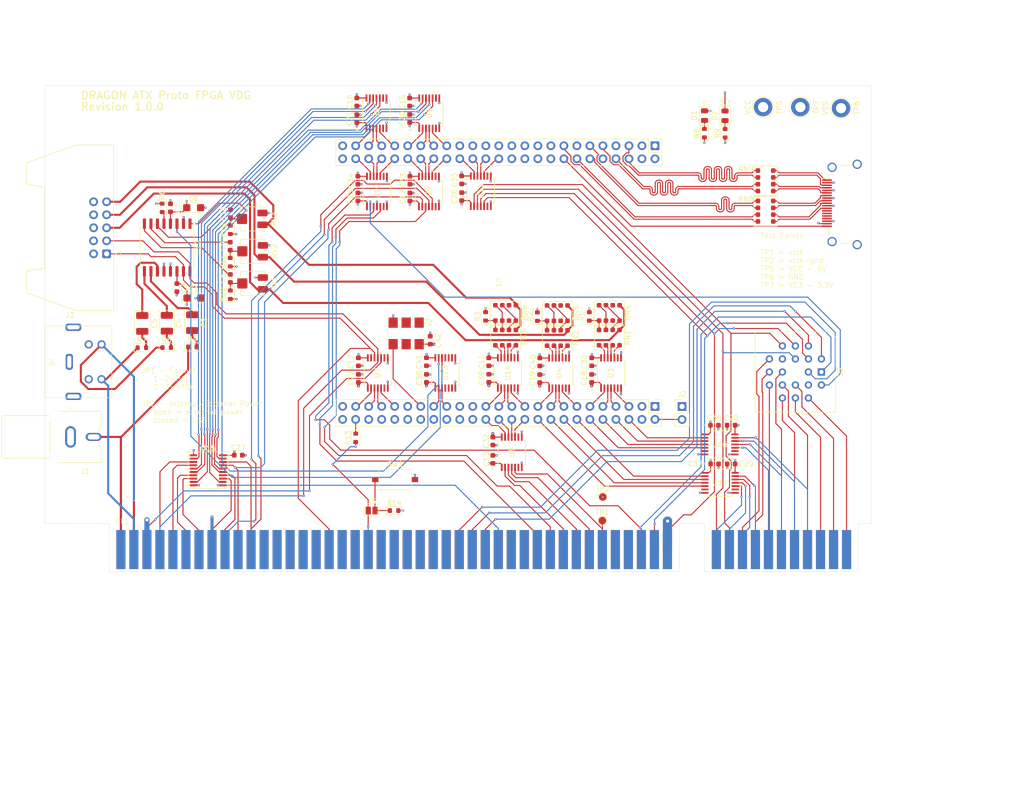
<source format=kicad_pcb>
(kicad_pcb (version 20241229) (generator "pcbnew") (generator_version "9.0")
  (title_block (title "Dragon ATX Proto Arty 7 VDG Dev") (date "2026-01-04") (rev "1.0.0"))
  (layers (0 "F.Cu" signal) (4 "In1.Cu" signal) (6 "In2.Cu" signal) (2 "B.Cu" signal) (13 "F.Paste" user) (15 "B.Paste" user) (5 "F.SilkS" user "F.Silkscreen") (7 "B.SilkS" user "B.Silkscreen") (1 "F.Mask" user) (3 "B.Mask" user) (25 "Edge.Cuts" user))
  (net 0 "")
  (net 1 "+5V")
  (net 2 "GND")
  (net 3 "Net-(C2-Pad2)")
  (net 4 "Net-(U12-CVBS_OUT)")
  (net 5 "Net-(C4-Pad2)")
  (net 6 "Net-(U12-CHROM_OUT)")
  (net 7 "Net-(U12-LUM_OUT)")
  (net 8 "Net-(C5-Pad2)")
  (net 9 "/BLUE")
  (net 10 "Net-(C6-Pad1)")
  (net 11 "Net-(C9-Pad1)")
  (net 12 "/GREEN")
  (net 13 "/RED")
  (net 14 "Net-(C10-Pad1)")
  (net 15 "/DL7")
  (net 16 "/DL6")
  (net 17 "Net-(D1-K)")
  (net 18 "/DL5")
  (net 19 "Net-(D2-K)")
  (net 20 "/Comp")
  (net 21 "/DL0")
  (net 22 "/G")
  (net 23 "/DL4")
  (net 24 "/e~{HS}")
  (net 25 "/DL1")
  (net 26 "/DL2")
  (net 27 "/DL3")
  (net 28 "/e~{FS}")
  (net 29 "/R")
  (net 30 "/B")
  (net 31 "/GM0")
  (net 32 "/GM1")
  (net 33 "/GM2")
  (net 34 "/Chroma")
  (net 35 "/~{A}{slash}G")
  (net 36 "/Luma")
  (net 37 "/PALClk")
  (net 38 "Net-(U12-CE)")
  (net 39 "/CSS")
  (net 40 "Net-(RN1-R3.2)")
  (net 41 "Net-(RN1-R2.1)")
  (net 42 "Net-(RN1-R3.1)")
  (net 43 "Net-(RN1-R4.2)")
  (net 44 "Net-(RN1-R2.2)")
  (net 45 "Net-(RN1-R1.2)")
  (net 46 "Net-(RN2-R4.2)")
  (net 47 "/VCLK")
  (net 48 "Net-(RN2-R3.2)")
  (net 49 "Net-(RN2-R2.2)")
  (net 50 "Net-(RN2-R1.2)")
  (net 51 "/E")
  (net 52 "Net-(RN2-R3.1)")
  (net 53 "Net-(RN2-R2.1)")
  (net 54 "Net-(RN3-R2.1)")
  (net 55 "Net-(RN3-R2.2)")
  (net 56 "Net-(RN3-R1.2)")
  (net 57 "Net-(RN3-R4.2)")
  (net 58 "Net-(RN3-R3.2)")
  (net 59 "Net-(RN3-R3.1)")
  (net 66 "/A2")
  (net 67 "/P1")
  (net 68 "/Z2")
  (net 69 "/Q")
  (net 71 "/D2")
  (net 72 "/D5")
  (net 73 "/R2")
  (net 74 "/Z6")
  (net 75 "/P0")
  (net 76 "/AVMA")
  (net 77 "/A6")
  (net 78 "/Z7")
  (net 79 "/R0")
  (net 81 "-5V")
  (net 82 "/MIC")
  (net 84 "/NMI")
  (net 86 "/IRQ")
  (net 87 "/A3")
  (net 88 "/P2")
  (net 89 "/A12")
  (net 91 "/BUSY")
  (net 92 "/D6")
  (net 93 "/S1")
  (net 94 "/ESND")
  (net 95 "/FIRQ")
  (net 97 "/R1")
  (net 98 "/Z1")
  (net 99 "/WE")
  (net 100 "/A4")
  (net 101 "/D7")
  (net 102 "/TSC")
  (net 103 "/Z0")
  (net 104 "/A9")
  (net 105 "/D0")
  (net 106 "/D3")
  (net 108 "/MOTOR")
  (net 109 "/CAS")
  (net 110 "/S2")
  (net 111 "/A0")
  (net 113 "/A11")
  (net 114 "/Z5")
  (net 115 "/CART")
  (net 116 "/Z3")
  (net 117 "/A10")
  (net 121 "/A15")
  (net 122 "/A8")
  (net 123 "/ROM.SEL")
  (net 124 "+3.3V")
  (net 125 "/Z4")
  (net 126 "/A13")
  (net 127 "/A14")
  (net 128 "/RST")
  (net 131 "/S0")
  (net 132 "/BA")
  (net 133 "/RAS")
  (net 134 "/D4")
  (net 135 "/EAR")
  (net 136 "/HALT")
  (net 137 "-12V")
  (net 139 "+12V")
  (net 140 "/A1")
  (net 141 "/BS")
  (net 143 "/EXTMEN")
  (net 144 "/A5")
  (net 145 "/D1")
  (net 148 "/A7")
  (net 149 "/D.OUT")
  (net 150 "/eVCLK")
  (net 151 "/CS")
  (net 152 "/rgb5")
  (net 153 "/Format")
  (net 154 "/rgb2")
  (net 155 "/rgb3")
  (net 156 "/R{slash}~{W}")
  (net 157 "/rgb10")
  (net 159 "/rgb1")
  (net 160 "/ModClk")
  (net 161 "/DI7")
  (net 162 "/rgb7")
  (net 163 "/DI1")
  (net 164 "/DI6")
  (net 165 "/~{RC}")
  (net 168 "/DI3")
  (net 169 "/rgb11")
  (net 171 "/rgb8")
  (net 172 "/~{FS}")
  (net 174 "/EXT")
  (net 176 "/~{HS}")
  (net 177 "/DI2")
  (net 178 "/DI5")
  (net 181 "/rgb4")
  (net 182 "/da0")
  (net 186 "/rgb9")
  (net 189 "/DI4")
  (net 190 "/rgb0")
  (net 191 "/~{A}{slash}S")
  (net 192 "/rgb6")
  (net 193 "/DI0")
  (net 194 "/INV")
  (net 201 "/eD4")
  (net 204 "/eD5")
  (net 205 "/eD7")
  (net 206 "/eD6")
  (net 207 "/eD3")
  (net 209 "/eD0")
  (net 211 "/eD2")
  (net 212 "/eD1")
  (net 213 "/e~{RC}")
  (net 215 "/eDA0")
  (net 217 "/eGM1")
  (net 220 "/eGM2")
  (net 221 "/eGM0")
  (net 222 "/eR{slash}~{W}")
  (net 224 "/e~{A}{slash}G")
  (net 227 "/eCS")
  (net 229 "/eE")
  (net 230 "/eCSS")
  (net 232 "/eA1")
  (net 233 "/eA3")
  (net 234 "/eA0")
  (net 236 "/eA2")
  (net 237 "/eFormat")
  (net 238 "/eModClk")
  (net 246 "/eDI6")
  (net 247 "/eDI4")
  (net 248 "/eDI7")
  (net 249 "/eDI5")
  (net 251 "/eDI0")
  (net 254 "/eDI3")
  (net 255 "/eDI2")
  (net 256 "/eDI1")
  (net 260 "Net-(J2-Pin_2)")
  (net 267 "Net-(U1A-K1)")
  (net 273 "Net-(RN1-R4.1)")
  (net 274 "Net-(RN2-R4.1)")
  (net 275 "Net-(RN3-R4.1)")
  (net 278 "HPD")
  (net 281 "/CK+")
  (net 282 "/D0-")
  (net 283 "/CK-")
  (net 284 "/D1+")
  (net 285 "/D2+")
  (net 286 "/D2-")
  (net 287 "/D0+")
  (net 288 "/D1-")
  (net 289 "VCK-")
  (net 290 "VCK+")
  (net 291 "VD0+")
  (net 292 "VD0-")
  (net 293 "VD1+")
  (net 294 "VD2-")
  (net 295 "VD2+")
  (net 296 "VD1-")
  (net 298 "unconnected-(U1B-G15-Pad63)")
  (net 301 "Net-(J5-Pin_2)")
  (footprint "Jumper:SolderJumper-2_P1.3mm_Open_Pad1.0x1.5mm" (layer "F.Cu") (at 96.3572 124.206)
    (property "Reference" "J5")
    (property "Value" "local reset")
  )
  (footprint "Capacitor_SMD:C_0603_1608Metric" (layer "F.Cu") (at 93.772986 98.4021 90)
    (property "Reference" "C22")
    (property "Value" "0.1uF")
  )
  (footprint "TestPoint:TestPoint_Loop_D3.80mm_Drill2.0mm" (layer "F.Cu") (at 180.031386 45.4561 90)
    (property "Reference" "TP7")
    (property "Value" "VCC")
  )
  (footprint "MountingHole:MountingHole_3.2mm_M3" (layer "F.Cu") (at 36.089586 44.7576)
    (property "Reference" "H1" (hide yes))
    (property "Value" "MountingHole")
  )
  (footprint "Library:MINI-DIN-4" (layer "F.Cu") (at 32.638 95.1738 -90)
    (property "Reference" "J6")
    (property "Value" "Mini-DIN-4")
  )
  (footprint "Library:TSSOP_0104PWR" (layer "F.Cu") (at 107.539786 61.928 90)
    (property "Reference" "U9")
    (property "Value" "TXU0104PWR")
  )
  (footprint "PCM_Resistor_SMD_AKL:R_Array_Convex_4x1206" (layer "F.Cu") (at 173.252 65.7794)
    (property "Reference" "RN8")
    (property "Value" "270R" (hide yes))
  )
  (footprint "PCM_Resistor_SMD_AKL:R_Array_Convex_4x1206" (layer "F.Cu") (at 142.7542 85.6248 -90)
    (property "Reference" "RN4")
    (property "Value" "1K" (hide yes))
  )
  (footprint "Capacitor_SMD:C_0603_1608Metric" (layer "F.Cu") (at 70.328786 113.39555)
    (property "Reference" "C27")
    (property "Value" "0.1uF")
  )
  (footprint "Capacitor_SMD:C_0603_1608Metric" (layer "F.Cu") (at 103.831386 62.9945 90)
    (property "Reference" "C17")
    (property "Value" "0.1uF")
  )
  (footprint "TestPoint:TestPoint_Loop_D3.80mm_Drill2.0mm" (layer "F.Cu") (at 172.766986 45.4561 90)
    (property "Reference" "TP5")
    (property "Value" "VCC")
  )
  (footprint "PCM_Resistor_SMD_AKL:R_Array_Convex_4x1206" (layer "F.Cu") (at 122.5112 85.6248 -90)
    (property "Reference" "RN6")
    (property "Value" "1K" (hide yes))
  )
  (footprint "Capacitor_SMD:C_0603_1608Metric" (layer "F.Cu") (at 93.671386 62.9691 90)
    (property "Reference" "C25")
    (property "Value" "0.1uF")
  )
  (footprint "PCM_Resistor_SMD_AKL:R_0603_1608Metric" (layer "F.Cu") (at 161.311586 50.546 90)
    (property "Reference" "R8")
    (property "Value" "1K" (hide yes))
  )
  (footprint "Capacitor_SMD:C_0603_1608Metric" (layer "F.Cu") (at 93.468186 44.4531 -90)
    (property "Reference" "C16")
    (property "Value" "0.1uF")
  )
  (footprint "Library:TSSOP_0104PWR" (layer "F.Cu") (at 110.740186 97.34195 90)
    (property "Reference" "U13")
    (property "Value" "TXB0104PWR")
  )
  (footprint "PCM_Resistor_SMD_AKL:R_Array_Convex_4x1206" (layer "F.Cu") (at 132.5946 90.5284 -90)
    (property "Reference" "RN2")
    (property "Value" "2K" (hide yes))
  )
  (footprint "Potentiometer_SMD:Potentiometer_Bourns_3314J_Vertical" (layer "F.Cu") (at 73.122786 73.5993 -90)
    (property "Reference" "RV2")
    (property "Value" "500R")
  )
  (footprint "Library:TSSOP_0104PWR" (layer "F.Cu") (at 123.698 112.8268 90)
    (property "Reference" "U8")
    (property "Value" "TXU0104PWR")
  )
  (footprint "Capacitor_Tantalum_SMD:CP_EIA-3528-21_Kemet-B" (layer "F.Cu") (at 51.583586 87.6803 -90)
    (property "Reference" "C5")
    (property "Value" "220uF")
  )
  (footprint "PCM_Resistor_SMD_AKL:R_0603_1608Metric" (layer "F.Cu") (at 61.362586 92.2683)
    (property "Reference" "R4")
    (property "Value" "75R" (hide yes))
  )
  (footprint "PCM_Diode_SMD_AKL:D_0805_2012Metric" (layer "F.Cu") (at 161.336986 47.1147 90)
    (property "Reference" "D1")
    (property "Value" "RED" (hide yes))
  )
  (footprint "Library:TSSOP_0104PWR" (layer "F.Cu") (at 164.359586 118.7859)
    (property "Reference" "U17")
    (property "Value" "TXB0104PWR")
  )
  (footprint "PCM_Resistor_SMD_AKL:R_0603_1608Metric" (layer "F.Cu") (at 100.7364 124.206)
    (property "Reference" "R14")
    (property "Value" "270R" (hide yes))
  )
  (footprint "PCM_Resistor_SMD_AKL:R_0603_1608Metric" (layer "F.Cu") (at 165.350186 50.5714 90)
    (property "Reference" "R9")
    (property "Value" "330R" (hide yes))
  )
  (footprint "Library:Card_Edge" (layer "F.Cu") (at 121.204986 134.5847)
    (property "Reference" "PL1")
    (property "Value" "~")
    (fp_line (start -76.073 -7.8486) (end -76.073 1.5494) (stroke (width 0.05)) (layer "Edge.Cuts"))
    (fp_line (start -76.073 1.5494) (end 35.179 1.5494) (stroke (width 0.05)) (layer "Edge.Cuts"))
    (fp_line (start 35.179 -7.8486) (end 40.167 -7.8486) (stroke (width 0.05)) (layer "Edge.Cuts"))
    (fp_line (start 35.179 1.5494) (end 35.179 -7.8486) (stroke (width 0.05)) (layer "Edge.Cuts"))
    (fp_line (start 40.167 -7.8486) (end 40.167 1.5494) (stroke (width 0.05)) (layer "Edge.Cuts"))
    (fp_line (start 40.167 1.5494) (end 70.1294 1.5494) (stroke (width 0.05)) (layer "Edge.Cuts"))
    (fp_line (start 70.1294 1.5494) (end 70.1294 -7.8486) (stroke (width 0.05)) (layer "Edge.Cuts"))
  )
  (footprint "TestPoint:TestPoint_Loop_D3.80mm_Drill2.0mm" (layer "F.Cu") (at 187.981586 45.6593 90)
    (property "Reference" "TP6")
    (property "Value" "VSS")
  )
  (footprint "Capacitor_SMD:C_0603_1608Metric" (layer "F.Cu") (at 103.831386 59.7433 -90)
    (property "Reference" "C33")
    (property "Value" "0.1uF")
  )
  (footprint "Library:QMTECH_XC7A15T" (layer "F.Cu") (at 121.179586 79.6699 -90)
    (property "Reference" "U1")
    (property "Value" "XC7A15T")
  )
  (footprint "Library:TSSOP_0104PWR" (layer "F.Cu") (at 97.299014 46.64355 90)
    (property "Reference" "U6")
    (property "Value" "TXB0104PWR")
  )
  (footprint "TestPoint:TestPoint_Pad_D1.5mm" (layer "F.Cu") (at 141.397986 126.1618)
    (property "Reference" "TP1")
    (property "Value" "vclk")
  )
  (footprint "PCM_Resistor_SMD_AKL:R_0603_1608Metric" (layer "F.Cu") (at 138.843 86.312 90)
    (property "Reference" "R1")
    (property "Value" "2K" (hide yes))
  )
  (footprint "PCM_Resistor_SMD_AKL:R_0603_1608Metric" (layer "F.Cu") (at 118.5992 86.2998 90)
    (property "Reference" "R3")
    (property "Value" "2K" (hide yes))
  )
  (footprint "Button_Switch_SMD:SW_Tactile_SPST_NO_Straight_CK_PTS636Sx25SMTRLFS" (layer "F.Cu") (at 100.9396 118.1608)
    (property "Reference" "SW1")
    (property "Value" "reset")
  )
  (footprint "PCM_Resistor_SMD_AKL:R_0603_1608Metric" (layer "F.Cu") (at 56.358786 92.3953)
    (property "Reference" "R5")
    (property "Value" "75R" (hide yes))
  )
  (footprint "Potentiometer_SMD:Potentiometer_Bourns_3314J_Vertical" (layer "F.Cu") (at 73.046586 67.2747 -90)
    (property "Reference" "RV3")
    (property "Value" "500R")
  )
  (footprint "PCM_Resistor_SMD_AKL:R_0603_1608Metric" (layer "F.Cu") (at 68.779386 82.0753 90)
    (property "Reference" "R10")
    (property "Value" "75R" (hide yes))
  )
  (footprint "Capacitor_SMD:C_0603_1608Metric" (layer "F.Cu") (at 57.095386 65.1157 -90)
    (property "Reference" "C7")
    (property "Value" "0.1uF")
  )
  (footprint "Oscillator:Oscillator_SMD_IDT_JU6-6_7.0x5.0mm_P2.54mm" (layer "F.Cu") (at 103.094786 89.6267 -90)
    (property "Reference" "Y2")
    (property "Value" "XUX71")
  )
  (footprint "Capacitor_SMD:C_0603_1608Metric" (layer "F.Cu") (at 113.9256 62.92495 90)
    (property "Reference" "C26")
    (property "Value" "0.1uF")
  )
  (footprint "Library:CUI_RCJ-041" (layer "F.Cu") (at 33.592 109.8296 180)
    (property "Reference" "J1")
    (property "Value" "Composite")
    (fp_line (start 0 5.15) (end 0 3.35) (stroke (width 0.01)) (layer "Edge.Cuts"))
    (fp_line (start 0 3.35) (end -1.7 3.35) (stroke (width 0.01)) (layer "Edge.Cuts"))
    (fp_line (start 0 -3.35) (end 0 -5.15) (stroke (width 0.01)) (layer "Edge.Cuts"))
    (fp_line (start 0 -5.15) (end -1.7 -5.15) (stroke (width 0.01)) (layer "Edge.Cuts"))
    (fp_line (start -1.7 5.15) (end 0 5.15) (stroke (width 0.01)) (layer "Edge.Cuts"))
    (fp_line (start -1.7 3.35) (end -1.7 5.15) (stroke (width 0.01)) (layer "Edge.Cuts"))
    (fp_line (start -1.7 -3.35) (end 0 -3.35) (stroke (width 0.01)) (layer "Edge.Cuts"))
    (fp_line (start -1.7 -5.15) (end -1.7 -3.35) (stroke (width 0.01)) (layer "Edge.Cuts"))
  )
  (footprint "Library:TSSOP_0104PWR" (layer "F.Cu") (at 117.6594 61.87085 90)
    (property "Reference" "U11")
    (property "Value" "TXU0104PWR")
  )
  (footprint "Library:TSSOP_0104PWR" (layer "F.Cu") (at 132.9502 97.36735 90)
    (property "Reference" "U4")
    (property "Value" "TXU0104PWR")
  )
  (footprint "Capacitor_SMD:C_0603_1608Metric" (layer "F.Cu") (at 129.1656 98.4402 90)
    (property "Reference" "C19")
    (property "Value" "0.1uF")
  )
  (footprint "PCM_Resistor_SMD_AKL:R_Array_Convex_4x1206" (layer "F.Cu") (at 142.748 90.4508 -90)
    (property "Reference" "RN1")
    (property "Value" "2K" (hide yes))
  )
  (footprint "MountingHole:MountingHole_3.2mm_M3" (layer "F.Cu") (at 36.089586 123.2182)
    (property "Reference" "H2" (hide yes))
    (property "Value" "MountingHole")
  )
  (footprint "Capacitor_SMD:C_0603_1608Metric" (layer "F.Cu") (at 166.505586 107.5591 180)
    (property "Reference" "C28")
    (property "Value" "0.1uF")
  )
  (footprint "Library:TSSOP_0104PWR" (layer "F.Cu") (at 122.9426 97.34195 90)
    (property "Reference" "U14")
    (property "Value" "TXU0104PWR")
  )
  (footprint "Capacitor_SMD:C_0603_1608Metric" (layer "F.Cu") (at 119.223786 98.3767 90)
    (property "Reference" "C39")
    (property "Value" "0.1uF")
  )
  (footprint "TestPoint:TestPoint_Pad_D1.5mm" (layer "F.Cu") (at 141.474186 121.5545)
    (property "Reference" "TP2")
    (property "Value" "vclk GND")
  )
  (footprint "Capacitor_SMD:C_0603_1608Metric" (layer "F.Cu") (at 120.015 110.6424 -90)
    (property "Reference" "C32")
    (property "Value" "0.1uF")
  )
  (footprint "PCM_Resistor_SMD_AKL:R_Array_Convex_4x1206" (layer "F.Cu") (at 122.5108 90.4522 -90)
    (property "Reference" "RN3")
    (property "Value" "2K" (hide yes))
  )
  (footprint "Library:TSSOP_0104PWR" (layer "F.Cu") (at 97.394772 61.92165 90)
    (property "Reference" "U10")
    (property "Value" "TXU0104PWR")
  )
  (footprint "Capacitor_SMD:C_0603_1608Metric" (layer "F.Cu") (at 68.753986 72.5957 90)
    (property "Reference" "C9")
    (property "Value" "0.1uF")
  )
  (footprint "Connector_PinHeader_2.54mm:PinHeader_1x02_P2.54mm_Vertical" (layer "F.Cu") (at 156.942786 103.8965)
    (property "Reference" "J2")
    (property "Value" "Composite")
  )
  (footprint "Capacitor_SMD:C_0603_1608Metric" (layer "F.Cu") (at 119.223786 95.1763 -90)
    (property "Reference" "C11")
    (property "Value" "0.1uF")
  )
  (footprint "PCM_Resistor_SMD_AKL:R_Array_Convex_4x1206" (layer "F.Cu") (at 173.2506 59.8424)
    (property "Reference" "RN9")
    (property "Value" "270R" (hide yes))
  )
  (footprint "PCM_Resistor_SMD_AKL:R_0603_1608Metric" (layer "F.Cu") (at 128.7084 86.3506 90)
    (property "Reference" "R2")
    (property "Value" "2K" (hide yes))
  )
  (footprint "Library:TSSOP_0104PWR" (layer "F.Cu") (at 97.557586 97.34195 90)
    (property "Reference" "U7")
    (property "Value" "TXU0104PWR")
  )
  (footprint "PCM_Package_SO_AKL:TSSOP-20_4.4x6.5mm_P0.65mm" (layer "F.Cu") (at 64.443686 116.34255)
    (property "Reference" "U15")
    (property "Value" "74LS273" (hide yes))
  )
  (footprint "Capacitor_SMD:C_0603_1608Metric" (layer "F.Cu") (at 68.779386 78.8873 90)
    (property "Reference" "C6")
    (property "Value" "0.1uF")
  )
  (footprint "Library:TSSOP_0104PWR" (layer "F.Cu") (at 143.0848 97.361 90)
    (property "Reference" "U3")
    (property "Value" "TXU0104PWR")
  )
  (footprint "PCM_Diode_SMD_AKL:D_0805_2012Metric" (layer "F.Cu") (at 165.324786 47.1424 90)
    (property "Reference" "D2")
    (property "Value" "GREEN" (hide yes))
  )
  (footprint "Capacitor_SMD:C_0603_1608Metric" (layer "F.Cu") (at 139.3002 98.4148 90)
    (property "Reference" "C18")
    (property "Value" "0.1uF")
  )
  (footprint "Connector_IDC:IDC-Header_2x05_P2.54mm_Latch_Horizontal" (layer "F.Cu") (at 44.6278 74.0918 180)
    (property "Reference" "J3")
    (property "Value" "RGB")
  )
  (footprint "PCM_Resistor_SMD_AKL:R_0603_1608Metric" (layer "F.Cu") (at 93.2434 110.0196 90)
    (property "Reference" "R13")
    (property "Value" "2K2" (hide yes))
  )
  (footprint "Capacitor_SMD:C_0603_1608Metric" (layer "F.Cu") (at 107.057186 95.1639 -90)
    (property "Reference" "C41")
    (property "Value" "0.1uF")
  )
  (footprint "Capacitor_SMD:C_0603_1608Metric" (layer "F.Cu") (at 107.057186 98.4021 90)
    (property "Reference" "C38")
    (property "Value" "0.1uF")
  )
  (footprint "Library:TSSOP_0104PWR" (layer "F.Cu") (at 164.308786 111.2929)
    (property "Reference" "U16")
    (property "Value" "TXB0104PWR")
  )
  (footprint "Capacitor_SMD:C_0603_1608Metric" (layer "F.Cu") (at 68.804786 66.2587 90)
    (property "Reference" "C10")
    (property "Value" "0.1uF")
  )
  (footprint "Package_SO:SOIC-16W_7.5x10.3mm_P1.27mm" (layer "F.Cu") (at 56.453686 72.8627 -90)
    (property "Reference" "U12")
    (property "Value" "AD724")
  )
  (footprint "PCM_Resistor_SMD_AKL:R_0603_1608Metric" (layer "F.Cu") (at 68.779386 69.4083 90)
    (property "Reference" "R12")
    (property "Value" "75R" (hide yes))
  )
  (footprint "Capacitor_SMD:C_0603_1608Metric" (layer "F.Cu") (at 93.772986 95.1763 -90)
    (property "Reference" "C12")
    (property "Value" "0.1uF")
  )
  (footprint "Capacitor_Tantalum_SMD:CP_EIA-3216-18_Kemet-A" (layer "F.Cu") (at 61.667386 82.7179)
    (property "Reference" "C1")
    (property "Value" "10uF")
  )
  (footprint "PCM_Resistor_SMD_AKL:R_0603_1608Metric" (layer "F.Cu") (at 51.507386 92.4207)
    (property "Reference" "R7")
    (property "Value" "75R" (hide yes))
  )
  (footprint "PCM_Resistor_SMD_AKL:R_0603_1608Metric" (layer "F.Cu") (at 55.469786 65.1157 -90)
    (property "Reference" "R6")
    (property "Value" "10K" (hide yes))
  )
  (footprint "Capacitor_SMD:C_0603_1608Metric" (layer "F.Cu") (at 103.780586 44.4655 -90)
    (property "Reference" "C15")
    (property "Value" "0.1uF")
  )
  (footprint "Library:PLCC-20_THT-Socket" (layer "F.Cu") (at 184.15 97.155 -90)
    (property "Reference" "U2")
    (property "Value" "GAL16V8")
  )
  (footprint "Capacitor_Tantalum_SMD:CP_EIA-3528-21_Kemet-B" (layer "F.Cu") (at 56.384186 87.6455 -90)
    (property "Reference" "C4")
    (property "Value" "220uF")
  )
  (footprint "Capacitor_SMD:C_0603_1608Metric" (layer "F.Cu") (at 120.015 114.2114 90)
    (property "Reference" "C13")
    (property "Value" "0.1uF")
  )
  (footprint "Capacitor_SMD:C_0603_1608Metric" (layer "F.Cu") (at 163.292786 115.1029)
    (property "Reference" "C37")
    (property "Value" "0.1uF")
  )
  (footprint "Library:TSSOP_0104PWR" (layer "F.Cu") (at 107.605572 46.64355 90)
    (property "Reference" "U5")
    (property "Value" "TXB0104PWR")
  )
  (footprint "Capacitor_Tantalum_SMD:CP_EIA-3216-18_Kemet-A" (layer "F.Cu") (at 61.616586 65.0903)
    (property "Reference" "C8")
    (property "Value" "10uF")
  )
  (footprint "PCM_Resistor_SMD_AKL:R_Array_Convex_4x1206" (layer "F.Cu") (at 132.5946 85.6756 -90)
    (property "Reference" "RN5")
    (property "Value" "1K" (hide yes))
  )
  (footprint "Connector_Video:HDMI_A_Amphenol_10029449-x01xLF_Horizontal" (layer "F.Cu") (at 190.231186 64.4567 90)
    (property "Reference" "J4" (hide yes))
    (property "Value" "HDMI_A")
  )
  (footprint "Capacitor_SMD:C_0603_1608Metric" (layer "F.Cu") (at 163.267386 107.5591)
    (property "Reference" "C36")
    (property "Value" "0.1uF")
  )
  (footprint "Capacitor_Tantalum_SMD:CP_EIA-3528-21_Kemet-B" (layer "F.Cu") (at 61.337186 87.5279 -90)
    (property "Reference" "C2")
    (property "Value" "220uF")
  )
  (footprint "PCM_Resistor_SMD_AKL:R_0603_1608Metric" (layer "F.Cu") (at 68.753986 75.7329 90)
    (property "Reference" "R11")
    (property "Value" "75R" (hide yes))
  )
  (footprint "Capacitor_SMD:C_0603_1608Metric" (layer "F.Cu") (at 103.780586 47.6783 90)
    (property "Reference" "C20")
    (property "Value" "0.1uF")
  )
  (footprint "Capacitor_SMD:C_0603_1608Metric" (layer "F.Cu") (at 107.793786 90.9599 90)
    (property "Reference" "C42")
    (property "Value" "0.01uF")
  )
  (footprint "Potentiometer_SMD:Potentiometer_Bourns_3314J_Vertical" (layer "F.Cu") (at 73.116186 79.8731 -90)
    (property "Reference" "RV1")
    (property "Value" "500R")
  )
  (footprint "Capacitor_SMD:C_0603_1608Metric" (layer "F.Cu") (at 166.530986 115.1029 180)
    (property "Reference" "C29")
    (property "Value" "0.1uF")
  )
  (footprint "Capacitor_SMD:C_0603_1608Metric" (layer "F.Cu") (at 93.671386 59.7433 -90)
    (property "Reference" "C34")
    (property "Value" "0.1uF")
  )
  (footprint "Capacitor_SMD:C_0603_1608Metric" (layer "F.Cu") (at 93.468186 47.7037 90)
    (property "Reference" "C21")
    (property "Value" "0.1uF")
  )
  (footprint "Capacitor_SMD:C_0603_1608Metric" (layer "F.Cu") (at 58.339986 80.6859 -90)
    (property "Reference" "C3")
    (property "Value" "0.1uF")
  )
  (footprint "Capacitor_SMD:C_0603_1608Metric" (layer "F.Cu") (at 113.9256 59.67375 -90)
    (property "Reference" "C35")
    (property "Value" "0.1uF")
  )
  (footprint "Capacitor_SMD:C_0603_1608Metric" (layer "F.Cu") (at 139.315186 95.1763 -90)
    (property "Reference" "C30")
    (property "Value" "0.1uF")
  )
  (footprint "Capacitor_SMD:C_0603_1608Metric" (layer "F.Cu") (at 129.180586 95.2017 -90)
    (property "Reference" "C40")
    (property "Value" "0.1uF")
  )
  (gr_line (start 191.334386 126.7361) (end 193.884176 126.7361) (stroke (width 0.05)) (layer "Edge.Cuts"))
  (gr_line (start 32.590986 126.7309) (end 32.590986 41.2778) (stroke (width 0.05)) (layer "Edge.Cuts"))
  (gr_line (start 32.590986 41.2778) (end 193.884139 41.2778) (stroke (width 0.05)) (layer "Edge.Cuts"))
  (gr_line (start 45.131986 126.7361) (end 32.590986 126.7309) (stroke (width 0.05)) (layer "Edge.Cuts"))
  (gr_line (start 193.884176 126.7361) (end 193.884176 41.2778) (stroke (width 0.05)) (layer "Edge.Cuts"))
  (gr_text "Test Points\n\nTP1 = vclk\nTP2 = vclk-gnd\nTP5 = VCC - 5V\nTP6 = GND\nTP7 = VC3 - 3.3V\n" (at 172.1612 80.7974 0) (layer "F.SilkS") (effects (font (size 1 1) (thickness 0.1)) (justify left bottom)))
  (gr_text "Revision 1.0.0" (at 39.493186 46.2562 0) (layer "F.SilkS") (effects (font (size 1.5 1.5) (thickness 0.2)) (justify left bottom)))
  (gr_text "DRAGON ATX Proto FPGA VDG" (at 39.493186 44.021 0) (layer "F.SilkS") (effects (font (size 1.5 1.5) (thickness 0.2)) (justify left bottom)))
  (gr_text "JP1 - Format \n   1-2=PAL\n   2-3=NTSC\n\nJP2 - Internal/External Power\n   open = external power\n   closed = USB" (at 51.3842 107.1372 0) (layer "F.SilkS") (effects (font (size 1 1) (thickness 0.1)) (justify left bottom)))
  (gr_text "3.3" (at 164.0586 45.2374 0) (layer "F.SilkS") (effects (font (size 1 1) (thickness 0.1)) (justify left bottom)))
  (gr_text "5" (at 160.8582 45.2374 0) (layer "F.SilkS") (effects (font (size 1 1) (thickness 0.1)) (justify left bottom)))
  (segment (start 99.3394 59.9186) (end 99.3394 58.97423) (width 0.2) (layer "F.Cu") (net 1))
  (segment (start 120.015 114.9864) (end 121.4634 114.9864) (width 0.2) (layer "F.Cu") (net 1))
  (segment (start 113.9256 63.69995) (end 115.3864 63.69995) (width 0.2) (layer "F.Cu") (net 1))
  (segment (start 167.280586 107.5591) (end 167.280586 109.323892) (width 0.2) (layer "F.Cu") (net 1))
  (segment (start 167.261536 113.242858) (end 166.168828 113.242858) (width 0.2) (layer "F.Cu") (net 1))
  (segment (start 103.831386 63.7695) (end 105.177586 63.7695) (width 0.2) (layer "F.Cu") (net 1))
  (segment (start 119.223786 93.628214) (end 119.2276 93.6244) (width 0.2) (layer "F.Cu") (net 1))
  (segment (start 113.9256 63.69995) (end 113.9256 64.419486) (width 0.2) (layer "F.Cu") (net 1))
  (segment (start 58.358686 79.8922) (end 58.339986 79.9109) (width 0.2) (layer "F.Cu") (net 1))
  (segment (start 119.2784 114.9864) (end 120.015 114.9864) (width 0.2) (layer "F.Cu") (net 1))
  (segment (start 125.647958 109.87405) (end 125.647958 108.819442) (width 0.2) (layer "F.Cu") (net 1))
  (segment (start 139.315186 94.4013) (end 141.127892 94.4013) (width 0.2) (layer "F.Cu") (net 1))
  (segment (start 58.339986 79.9109) (end 58.936586 79.9109) (width 0.2) (layer "F.Cu") (net 1))
  (segment (start 167.305986 115.1029) (end 167.305986 114.3917) (width 0.2) (layer "F.Cu") (net 1))
  (segment (start 109.4994 58.984906) (end 109.489744 58.97525) (width 0.2) (layer "F.Cu") (net 1))
  (segment (start 93.671386 63.7441) (end 93.671386 64.4299) (width 0.2) (layer "F.Cu") (net 1))
  (segment (start 162.4231 46.1772) (end 161.336986 46.1772) (width 0.2) (layer "F.Cu") (net 1))
  (segment (start 162.433 46.1871) (end 162.4231 46.1772) (width 0.2) (layer "F.Cu") (net 1))
  (segment (start 60.264086 65.0903) (end 60.264086 63.814) (width 0.2) (layer "F.Cu") (net 1))
  (segment (start 166.168828 113.242858) (end 166.162986 113.2487) (width 0.2) (layer "F.Cu") (net 1))
  (segment (start 54.339986 64.2907) (end 54.326786 64.2775) (width 0.2) (layer "F.Cu") (net 1))
  (segment (start 99.3394 58.97423) (end 99.34473 58.9689) (width 0.2) (layer "F.Cu") (net 1))
  (segment (start 129.180586 94.4267) (end 129.180586 93.7415) (width 0.2) (layer "F.Cu") (net 1))
  (segment (start 93.772986 94.4013) (end 93.772986 93.7161) (width 0.2) (layer "F.Cu") (net 1))
  (segment (start 139.315186 93.7415) (end 139.340586 93.7161) (width 0.2) (layer "F.Cu") (net 1))
  (segment (start 167.312336 120.735858) (end 166.016428 120.735858) (width 0.2) (layer "F.Cu") (net 1))
  (segment (start 141.127892 94.4013) (end 141.134842 94.40825) (width 0.2) (layer "F.Cu") (net 1))
  (segment (start 93.468186 43.6781) (end 95.336356 43.6781) (width 0.2) (layer "F.Cu") (net 1))
  (segment (start 93.772986 94.4013) (end 95.595528 94.4013) (width 0.2) (layer "F.Cu") (net 1))
  (segment (start 109.55553 44.634156) (end 109.546386 44.6433) (width 0.2) (layer "F.Cu") (net 1))
  (segment (start 105.177586 63.7695) (end 105.589828 64.181742) (width 0.2) (layer "F.Cu") (net 1))
  (segment (start 107.057186 93.6907) (end 107.082586 93.6653) (width 0.2) (layer "F.Cu") (net 1))
  (segment (start 58.358686 77.5127) (end 58.358686 79.8922) (width 0.2) (layer "F.Cu") (net 1))
  (segment (start 139.315186 94.4013) (end 139.315186 93.7415) (width 0.2) (layer "F.Cu") (net 1))
  (segment (start 99.248972 43.6908) (end 99.248972 44.607486) (width 0.2) (layer "F.Cu") (net 1))
  (segment (start 103.831386 63.7695) (end 103.831386 64.4807) (width 0.2) (layer "F.Cu") (net 1))
  (segment (start 113.9256 64.419486) (end 113.915186 64.4299) (width 0.2) (layer "F.Cu") (net 1))
  (segment (start 61.581186 112.49115) (end 61.641986 112.43035) (width 0.2) (layer "F.Cu") (net 1))
  (segment (start 103.780586 43.6905) (end 103.780586 42.9923) (width 0.2) (layer "F.Cu") (net 1))
  (segment (start 95.195386 63.7441) (end 95.444814 63.993528) (width 0.2) (layer "F.Cu") (net 1))
  (segment (start 145.034758 94.40825) (end 145.034758 93.330528) (width 0.2) (layer "F.Cu") (net 1))
  (segment (start 115.3864 63.69995) (end 115.709442 64.022992) (width 0.2) (layer "F.Cu") (net 1))
  (segment (start 101.5614 124.206) (end 102.4636 124.206) (width 0.2) (layer "F.Cu") (net 1))
  (segment (start 185.231186 68.2067) (end 183.655786 68.2067) (width 0.2) (layer "F.Cu") (net 1))
  (segment (start 67.306186 113.41755) (end 69.531786 113.41755) (width 0.2) (layer "F.Cu") (net 1))
  (segment (start 124.892558 93.238072) (end 124.887986 93.2335) (width 0.2) (layer "F.Cu") (net 1))
  (segment (start 95.444814 63.993528) (end 95.444814 64.8744) (width 0.2) (layer "F.Cu") (net 1))
  (segment (start 119.223786 94.4013) (end 119.223786 93.628214) (width 0.2) (layer "F.Cu") (net 1))
  (segment (start 124.892558 94.3892) (end 124.892558 93.238072) (width 0.2) (layer "F.Cu") (net 1))
  (segment (start 134.900158 93.263472) (end 134.895586 93.2589) (width 0.2) (layer "F.Cu") (net 1))
  (segment (start 167.280586 109.323892) (end 167.261536 109.342942) (width 0.2) (layer "F.Cu") (net 1))
  (segment (start 130.988142 94.4267) (end 131.000242 94.4146) (width 0.2) (layer "F.Cu") (net 1))
  (segment (start 60.314886 82.7179) (end 60.314886 84.0196) (width 0.2) (layer "F.Cu") (net 1))
  (segment (start 183.655786 68.2067) (end 183.536586 68.0875) (width 0.2) (layer "F.Cu") (net 1))
  (segment (start 59.463686 65.8907) (end 60.264086 65.0903) (width 0.2) (layer "F.Cu") (net 1))
  (segment (start 95.336356 43.6781) (end 95.349056 43.6908) (width 0.2) (layer "F.Cu") (net 1))
  (segment (start 167.305986 116.829592) (end 167.312336 116.835942) (width 0.2) (layer "F.Cu") (net 1))
  (segment (start 99.507544 94.3892) (end 99.507544 95.437458) (width 0.2) (layer "F.Cu") (net 1))
  (segment (start 55.469786 64.2907) (end 54.339986 64.2907) (width 0.2) (layer "F.Cu") (net 1))
  (segment (start 134.900158 94.4146) (end 134.900158 93.263472) (width 0.2) (layer "F.Cu") (net 1))
  (segment (start 57.088686 68.2127) (end 57.088686 65.8974) (width 0.2) (layer "F.Cu") (net 1))
  (segment (start 121.748042 115.271042) (end 121.748042 115.77955) (width 0.2) (layer "F.Cu") (net 1))
  (segment (start 105.655314 43.6905) (end 105.655614 43.6908) (width 0.2) (layer "F.Cu") (net 1))
  (segment (start 107.057186 94.3889) (end 107.057186 93.6907) (width 0.2) (layer "F.Cu") (net 1))
  (segment (start 129.180586 94.4267) (end 130.988142 94.4267) (width 0.2) (layer "F.Cu") (net 1))
  (segment (start 69.531786 113.41755) (end 69.553786 113.39555) (width 0.2) (layer "F.Cu") (net 1))
  (segment (start 93.468186 43.6781) (end 93.468186 42.9669) (width 0.2) (layer "F.Cu") (net 1))
  (segment (start 93.772986 93.7161) (end 93.798386 93.6907) (width 0.2) (layer "F.Cu") (net 1))
  (segment (start 57.088686 65.8974) (end 57.095386 65.8907) (width 0.2) (layer "F.Cu") (net 1))
  (segment (start 61.581186 113.41755) (end 61.581186 112.49115) (width 0.2) (layer "F.Cu") (net 1))
  (segment (start 119.609358 59.929528) (end 119.604786 59.9341) (width 0.2) (layer "F.Cu") (net 1))
  (segment (start 121.4634 114.9864) (end 121.748042 115.271042) (width 0.2) (layer "F.Cu") (net 1))
  (segment (start 57.095386 65.8907) (end 59.463686 65.8907) (width 0.2) (layer "F.Cu") (net 1))
  (segment (start 109.55553 43.6908) (end 109.55553 44.634156) (width 0.2) (layer "F.Cu") (net 1))
  (segment (start 145.034758 93.330528) (end 145.055586 93.3097) (width 0.2) (layer "F.Cu") (net 1))
  (segment (start 58.936586 79.9109) (end 60.314886 81.2892) (width 0.2) (layer "F.Cu") (net 1))
  (segment (start 112.690144 95.449142) (end 112.670586 95.4687) (width 0.2) (layer "F.Cu") (net 1))
  (segment (start 166.016428 120.735858) (end 166.010586 120.7417) (width 0.2) (layer "F.Cu") (net 1))
  (segment (start 167.280586 107.5591) (end 167.966386 107.5591) (width 0.2) (layer "F.Cu") (net 1))
  (segment (start 105.589828 64.181742) (end 105.589828 64.88075) (width 0.2) (layer "F.Cu") (net 1))
  (segment (start 69.553786 113.39555) (end 69.553786 112.69675) (width 0.2) (layer "F.Cu") (net 1))
  (segment (start 112.690144 94.3892) (end 112.690144 95.449142) (width 0.2) (layer "F.Cu") (net 1))
  (segment (start 120.980542 94.4013) (end 120.992642 94.3892) (width 0.2) (layer "F.Cu") (net 1))
  (segment (start 60.314886 81.2892) (end 60.314886 82.7179) (width 0.2) (layer "F.Cu") (net 1))
  (segment (start 107.057186 94.3889) (end 108.789928 94.3889) (width 0.2) (layer "F.Cu") (net 1))
  (segment (start 109.4994 59.944) (end 109.4994 58.984906) (width 0.2) (layer "F.Cu") (net 1))
  (segment (start 119.223786 94.4013) (end 120.980542 94.4013) (width 0.2) (layer "F.Cu") (net 1))
  (segment (start 167.305986 115.1029) (end 167.305986 116.829592) (width 0.2) (layer "F.Cu") (net 1))
  (segment (start 115.709442 64.022992) (end 115.709442 64.8236) (width 0.2) (layer "F.Cu") (net 1))
  (segment (start 60.264086 63.814) (end 60.244986 63.7949) (width 0.2) (layer "F.Cu") (net 1))
  (segment (start 119.609358 58.9181) (end 119.609358 59.929528) (width 0.2) (layer "F.Cu") (net 1))
  (segment (start 103.780586 43.6905) (end 105.655314 43.6905) (width 0.2) (layer "F.Cu") (net 1))
  (segment (start 108.789928 94.3889) (end 108.790228 94.3892) (width 0.2) (layer "F.Cu") (net 1))
  (segment (start 95.595528 94.4013) (end 95.607628 94.3892) (width 0.2) (layer "F.Cu") (net 1))
  (segment (start 69.553786 112.69675) (end 69.541386 112.68435) (width 0.2) (layer "F.Cu") (net 1))
  (segment (start 99.507544 95.437458) (end 99.513386 95.4433) (width 0.2) (layer "F.Cu") (net 1))
  (segment (start 93.671386 63.7441) (end 95.195386 63.7441) (width 0.2) (layer "F.Cu") (net 1))
  (segment (start 99.248972 44.607486) (end 99.259386 44.6179) (width 0.2) (layer "F.Cu") (net 1))
  (via (at 109.546386 44.6433) (size 0.45) (drill 0.2) (layers "F.Cu" "B.Cu") (net 1))
  (via (at 154.123386 126.2535) (size 1) (drill 0.6) (layers "F.Cu" "B.Cu") (net 1))
  (via (at 103.780586 42.9923) (size 0.45) (drill 0.2) (layers "F.Cu" "B.Cu") (net 1))
  (via (at 103.831386 64.4807) (size 0.45) (drill 0.2) (layers "F.Cu" "B.Cu") (net 1))
  (via (at 119.604786 59.9341) (size 0.45) (drill 0.2) (layers "F.Cu" "B.Cu") (net 1))
  (via (at 54.326786 64.2775) (size 0.45) (drill 0.2) (layers "F.Cu" "B.Cu") (net 1))
  (via (at 93.468186 42.9669) (size 0.45) (drill 0.2) (layers "F.Cu" "B.Cu") (net 1))
  (via (at 119.2276 93.6244) (size 0.45) (drill 0.2) (layers "F.Cu" "B.Cu") (net 1))
  (via (at 162.433 46.1871) (size 0.45) (drill 0.2) (layers "F.Cu" "B.Cu") (net 1))
  (via (at 124.887986 93.2335) (size 0.45) (drill 0.2) (layers "F.Cu" "B.Cu") (net 1))
  (via (at 109.4994 59.944) (size 0.45) (drill 0.2) (layers "F.Cu" "B.Cu") (net 1))
  (via (at 134.895586 93.2589) (size 0.45) (drill 0.2) (layers "F.Cu" "B.Cu") (net 1))
  (via (at 99.259386 44.6179) (size 0.45) (drill 0.2) (layers "F.Cu" "B.Cu") (net 1))
  (via (at 93.798386 93.6907) (size 0.45) (drill 0.2) (layers "F.Cu" "B.Cu") (net 1))
  (via (at 93.671386 64.4299) (size 0.45) (drill 0.2) (layers "F.Cu" "B.Cu") (net 1))
  (via (at 167.966386 107.5591) (size 0.45) (drill 0.2) (layers "F.Cu" "B.Cu") (net 1))
  (via (at 139.340586 93.7161) (size 0.45) (drill 0.2) (layers "F.Cu" "B.Cu") (net 1))
  (via (at 99.513386 95.4433) (size 0.45) (drill 0.2) (layers "F.Cu" "B.Cu") (net 1))
  (via (at 125.6538 108.8136) (size 0.45) (drill 0.2) (layers "F.Cu" "B.Cu") (net 1))
  (via (at 112.670586 95.4687) (size 0.45) (drill 0.2) (layers "F.Cu" "B.Cu") (net 1))
  (via (at 119.2784 114.9864) (size 0.45) (drill 0.2) (layers "F.Cu" "B.Cu") (net 1))
  (via (at 99.3394 59.9186) (size 0.45) (drill 0.2) (layers "F.Cu" "B.Cu") (net 1))
  (via (at 107.082586 93.6653) (size 0.45) (drill 0.2) (layers "F.Cu" "B.Cu") (net 1))
  (via (at 166.010586 120.7417) (size 0.45) (drill 0.2) (layers "F.Cu" "B.Cu") (net 1))
  (via (at 183.536586 68.0875) (size 0.45) (drill 0.2) (layers "F.Cu" "B.Cu") (net 1))
  (via (at 145.055586 93.3097) (size 0.45) (drill 0.2) (layers "F.Cu" "B.Cu") (net 1))
  (via (at 60.244986 63.7949) (size 0.45) (drill 0.2) (layers "F.Cu" "B.Cu") (net 1))
  (via (at 69.541386 112.68435) (size 0.45) (drill 0.2) (layers "F.Cu" "B.Cu") (net 1))
  (via (at 166.162986 113.2487) (size 0.45) (drill 0.2) (layers "F.Cu" "B.Cu") (net 1))
  (via (at 102.4636 124.206) (size 0.45) (drill 0.2) (layers "F.Cu" "B.Cu") (net 1))
  (via (at 167.305986 114.3917) (size 0.45) (drill 0.2) (layers "F.Cu" "B.Cu") (net 1))
  (via (at 113.915186 64.4299) (size 0.45) (drill 0.2) (layers "F.Cu" "B.Cu") (net 1))
  (via (at 60.295786 84.0387) (size 0.45) (drill 0.2) (layers "F.Cu" "B.Cu") (net 1))
  (via (at 61.641986 112.43035) (size 0.45) (drill 0.2) (layers "F.Cu" "B.Cu") (net 1))
  (via (at 129.180586 93.7415) (size 0.45) (drill 0.2) (layers "F.Cu" "B.Cu") (net 1))
  (segment (start 154.097986 131.8034) (end 154.097986 126.2789) (width 1.8) (layer "B.Cu") (net 1))
  (segment (start 154.097986 126.2789) (end 154.123386 126.2535) (width 1.8) (layer "B.Cu") (net 1))
  (segment (start 68.779386 70.2333) (end 69.909186 70.2333) (width 0.2) (layer "F.Cu") (net 2))
  (segment (start 114.6238 60.44875) (end 114.6368 60.43575) (width 0.2) (layer "F.Cu") (net 2))
  (segment (start 120.7256 113.4364) (end 120.7262 113.437) (width 0.2) (layer "F.Cu") (net 2))
  (segment (start 119.223786 97.6017) (end 119.908986 97.6017) (width 0.2) (layer "F.Cu") (net 2))
  (segment (start 104.541986 62.2195) (end 104.542586 62.2201) (width 0.2) (layer "F.Cu") (net 2))
  (segment (start 57.095386 64.3407) (end 57.095386 63.6425) (width 0.2) (layer "F.Cu") (net 2))
  (segment (start 129.180586 95.9767) (end 129.840986 95.9767) (width 0.2) (layer "F.Cu") (net 2))
  (segment (start 185.231186 67.7067) (end 186.508186 67.7067) (width 0.2) (layer "F.Cu") (net 2))
  (segment (start 186.508186 67.7067) (end 186.508386 67.7065) (width 0.2) (layer "F.Cu") (net 2))
  (segment (start 97.394772 64.8744) (end 97.394772 63.932314) (width 0.2) (layer "F.Cu") (net 2))
  (segment (start 107.767786 97.6271) (end 107.793786 97.6531) (width 0.2) (layer "F.Cu") (net 2))
  (segment (start 107.057186 95.9389) (end 107.780786 95.9389) (width 0.2) (layer "F.Cu") (net 2))
  (segment (start 114.6752 62.14995) (end 114.6876 62.13755) (width 0.2) (layer "F.Cu") (net 2))
  (segment (start 59.628686 68.2127) (end 59.628686 67.002) (width 0.2) (layer "F.Cu") (net 2))
  (segment (start 161.356036 113.242858) (end 160.105858 113.242858) (width 0.2) (layer "F.Cu") (net 2))
  (segment (start 109.489744 63.749942) (end 109.495586 63.7441) (width 0.2) (layer "F.Cu") (net 2))
  (segment (start 100.554786 87.5267) (end 100.554786 86.1469) (width 0.2) (layer "F.Cu") (net 2))
  (segment (start 93.772986 97.6271) (end 94.483586 97.6271) (width 0.2) (layer "F.Cu") (net 2))
  (segment (start 109.489744 64.88075) (end 109.489744 63.749942) (width 0.2) (layer "F.Cu") (net 2))
  (segment (start 134.900158 101.331528) (end 134.895586 101.3361) (width 0.2) (layer "F.Cu") (net 2))
  (segment (start 68.779386 82.9003) (end 69.926986 82.9003) (width 0.2) (layer "F.Cu") (net 2))
  (segment (start 134.900158 100.3201) (end 134.900158 101.331528) (width 0.2) (layer "F.Cu") (net 2))
  (segment (start 124.892558 101.356928) (end 124.887986 101.3615) (width 0.2) (layer "F.Cu") (net 2))
  (segment (start 119.908986 97.6017) (end 119.909586 97.6023) (width 0.2) (layer "F.Cu") (net 2))
  (segment (start 104.478786 45.2405) (end 104.491786 45.2275) (width 0.2) (layer "F.Cu") (net 2))
  (segment (start 69.926986 82.9003) (end 69.973186 82.9465) (width 0.2) (layer "F.Cu") (net 2))
  (segment (start 103.780586 46.9033) (end 104.491186 46.9033) (width 0.2) (layer "F.Cu") (net 2))
  (segment (start 62.008986 82.7179) (end 61.983586 82.7433) (width 0.2) (layer "F.Cu") (net 2))
  (segment (start 93.671386 60.5183) (end 94.357186 60.5183) (width 0.2) (layer "F.Cu") (net 2))
  (segment (start 99.5172 99.06) (end 99.5172 99.325686) (width 0.2) (layer "F.Cu") (net 2))
  (segment (start 57.088686 77.5127) (end 57.088686 76.0444) (width 0.2) (layer "F.Cu") (net 2))
  (segment (start 165.755986 115.8643) (end 165.756586 115.8649) (width 0.2) (layer "F.Cu") (net 2))
  (segment (start 55.818686 77.5127) (end 55.818686 76.0444) (width 0.2) (layer "F.Cu") (net 2))
  (segment (start 112.6998 99.300286) (end 112.690144 99.309942) (width 0.2) (layer "F.Cu") (net 2))
  (segment (start 62.969086 65.0903) (end 63.927986 65.0903) (width 0.2) (layer "F.Cu") (net 2))
  (segment (start 62.627986 119.26755) (end 62.632586 119.26295) (width 0.2) (layer "F.Cu") (net 2))
  (segment (start 165.730586 107.5591) (end 165.730586 108.2951) (width 0.2) (layer "F.Cu") (net 2))
  (segment (start 145.034758 100.31375) (end 145.034758 101.458528) (width 0.2) (layer "F.Cu") (net 2))
  (segment (start 119.223786 95.9513) (end 119.985786 95.9513) (width 0.2) (layer "F.Cu") (net 2))
  (segment (start 97.394772 63.932314) (end 97.405186 63.9219) (width 0.2) (layer "F.Cu") (net 2))
  (segment (start 59.628686 67.002) (end 59.660786 66.9699) (width 0.2) (layer "F.Cu") (net 2))
  (segment (start 119.609358 64.8236) (end 119.609358 63.917328) (width 0.2) (layer "F.Cu") (net 2))
  (segment (start 139.975586 95.9513) (end 140.000986 95.9259) (width 0.2) (layer "F.Cu") (net 2))
  (segment (start 71.103786 113.39555) (end 71.776586 113.39555) (width 0.2) (layer "F.Cu") (net 2))
  (segment (start 103.831386 62.2195) (end 104.541986 62.2195) (width 0.2) (layer "F.Cu") (net 2))
  (segment (start 75.122786 72.4493) (end 76.330186 72.4493) (width 0.2) (layer "F.Cu") (net 2))
  (segment (start 113.9256 62.14995) (end 114.6752 62.14995) (width 0.2) (layer "F.Cu") (net 2))
  (segment (start 185.231186 64.7067) (end 186.505786 64.7067) (width 0.2) (layer "F.Cu") (net 2))
  (segment (start 99.5172 99.325686) (end 99.507544 99.335342) (width 0.2) (layer "F.Cu") (net 2))
  (segment (start 107.793786 90.1849) (end 107.793786 89.5505) (width 0.2) (layer "F.Cu") (net 2))
  (segment (start 93.772986 95.9513) (end 94.509586 95.9513) (width 0.2) (layer "F.Cu") (net 2))
  (segment (start 164.067786 115.8519) (end 164.054786 115.8649) (width 0.2) (layer "F.Cu") (net 2))
  (segment (start 120.015 111.4174) (end 120.7138 111.4174) (width 0.2) (layer "F.Cu") (net 2))
  (segment (start 119.609358 63.917328) (end 119.630186 63.8965) (width 0.2) (layer "F.Cu") (net 2))
  (segment (start 138.843 84.8294) (end 138.8618 84.8106) (width 0.2) (layer "F.Cu") (net 2))
  (segment (start 164.042386 107.5591) (end 164.042386 108.2573) (width 0.2) (layer "F.Cu") (net 2))
  (segment (start 112.6998 99.0854) (end 112.6998 99.300286) (width 0.2) (layer "F.Cu") (net 2))
  (segment (start 99.259386 48.6565) (end 99.248972 48.666914) (width 0.2) (layer "F.Cu") (net 2))
  (segment (start 76.290786 66.1247) (end 76.297786 66.1317) (width 0.2) (layer "F.Cu") (net 2))
  (segment (start 104.8146 118.1608) (end 104.8146 117.2606) (width 0.2) (layer "F.Cu") (net 2))
  (segment (start 75.046586 66.1247) (end 76.290786 66.1247) (width 0.2) (layer "F.Cu") (net 2))
  (segment (start 109.55553 49.5963) (end 109.55553 48.5902) (width 0.2) (layer "F.Cu") (net 2))
  (segment (start 120.7138 111.4174) (end 120.7262 111.4298) (width 0.2) (layer "F.Cu") (net 2))
  (segment (start 94.178786 45.2281) (end 94.179386 45.2275) (width 0.2) (layer "F.Cu") (net 2))
  (segment (start 186.513786 61.7067) (end 186.533786 61.6867) (width 0.2) (layer "F.Cu") (net 2))
  (segment (start 104.491186 46.9033) (end 104.491786 46.9039) (width 0.2) (layer "F.Cu") (net 2))
  (segment (start 68.753986 76.5579) (end 69.934586 76.5579) (width 0.2) (layer "F.Cu") (net 2))
  (segment (start 99.248972 48.666914) (end 99.248972 49.5963) (width 0.2) (layer "F.Cu") (net 2))
  (segment (start 61.581186 119.26755) (end 62.627986 119.26755) (width 0.2) (layer "F.Cu") (net 2))
  (segment (start 93.671386 62.1941) (end 94.381986 62.1941) (width 0.2) (layer "F.Cu") (net 2))
  (segment (start 129.878486 97.6652) (end 129.891786 97.6785) (width 0.2) (layer "F.Cu") (net 2))
  (segment (start 118.5992 84.7786) (end 118.618 84.7598) (width 0.2) (layer "F.Cu") (net 2))
  (segment (start 58.339986 81.4609) (end 58.339986 82.1591) (width 0.2) (layer "F.Cu") (net 2))
  (segment (start 57.088686 76.0444) (end 57.095386 76.0377) (width 0.2) (layer "F.Cu") (net 2))
  (segment (start 75.116186 78.7231) (end 73.6685 78.7231) (width 0.2) (layer "F.Cu") (net 2))
  (segment (start 165.350186 51.3964) (end 165.350186 52.4279) (width 0.2) (layer "F.Cu") (net 2))
  (segment (start 99.34473 63.931044) (end 99.335586 63.9219) (width 0.2) (layer "F.Cu") (net 2))
  (segment (start 76.330186 72.4493) (end 76.348586 72.4309) (width 0.2) (layer "F.Cu") (net 2))
  (segment (start 161.311586 51.371) (end 161.311586 52.4279) (width 0.2) (layer "F.Cu") (net 2))
  (segment (start 94.381986 62.1941) (end 94.382586 62.1947) (width 0.2) (layer "F.Cu") (net 2))
  (segment (start 161.406836 120.735858) (end 160.486858 120.735858) (width 0.2) (layer "F.Cu") (net 2))
  (segment (start 99.507544 99.335342) (end 99.507544 100.2947) (width 0.2) (layer "F.Cu") (net 2))
  (segment (start 113.9256 60.44875) (end 114.6238 60.44875) (width 0.2) (layer "F.Cu") (net 2))
  (segment (start 128.7084 85.5256) (end 128.7084 84.868) (width 0.2) (layer "F.Cu") (net 2))
  (segment (start 139.3002 97.6398) (end 139.963486 97.6398) (width 0.2) (layer "F.Cu") (net 2))
  (segment (start 112.690144 99.309942) (end 112.690144 100.2947) (width 0.2) (layer "F.Cu") (net 2))
  (segment (start 129.1656 97.6652) (end 129.878486 97.6652) (width 0.2) (layer "F.Cu") (net 2))
  (segment (start 94.483586 97.6271) (end 94.484186 97.6277) (width 0.2) (layer "F.Cu") (net 2))
  (segment (start 139.963486 97.6398) (end 139.975586 97.6277) (width 0.2) (layer "F.Cu") (net 2))
  (segment (start 145.034758 101.458528) (end 145.030186 101.4631) (width 0.2) (layer "F.Cu") (net 2))
  (segment (start 69.934586 76.5579) (end 69.973186 76.5965) (width 0.2) (layer "F.Cu") (net 2))
  (segment (start 93.468186 46.9287) (end 94.178786 46.9287) (width 0.2) (layer "F.Cu") (net 2))
  (segment (start 185.231186 63.2067) (end 186.504386 63.2067) (width 0.2) (layer "F.Cu") (net 2))
  (segment (start 103.780586 45.2405) (end 104.478786 45.2405) (width 0.2) (layer "F.Cu") (net 2))
  (segment (start 73.6685 78.7231) (end 73.66 78.7146) (width 0.2) (layer "F.Cu") (net 2))
  (segment (start 164.067786 115.1029) (end 164.067786 115.8519) (width 0.2) (layer "F.Cu") (net 2))
  (segment (start 185.231186 61.7067) (end 186.513786 61.7067) (width 0.2) (layer "F.Cu") (net 2))
  (segment (start 63.019886 82.7179) (end 62.008986 82.7179) (width 0.2) (layer "F.Cu") (net 2))
  (segment (start 99.259386 48.4632) (end 99.259386 48.6565) (width 0.2) (layer "F.Cu") (net 2))
  (segment (start 125.6538 114.883692) (end 125.659642 114.87785) (width 0.2) (layer "F.Cu") (net 2))
  (segment (start 100.554786 86.1469) (end 100.580186 86.1215) (width 0.2) (layer "F.Cu") (net 2))
  (segment (start 186.505786 64.7067) (end 186.508386 64.7093) (width 0.2) (layer "F.Cu") (net 2))
  (segment (start 94.178786 46.9287) (end 94.179386 46.9293) (width 0.2) (layer "F.Cu") (net 2))
  (segment (start 128.7084 84.868) (end 128.7018 84.8614) (width 0.2) (layer "F.Cu") (net 2))
  (segment (start 160.486858 120.735858) (end 160.4772 120.7262) (width 0.2) (layer "F.Cu") (net 2))
  (segment (start 138.843 85.487) (end 138.843 84.8294) (width 0.2) (layer "F.Cu") (net 2))
  (segment (start 120.015 113.4364) (end 120.7256 113.4364) (width 0.2) (layer "F.Cu") (net 2))
  (segment (start 99.34473 64.8744) (end 99.34473 63.931044) (width 0.2) (layer "F.Cu") (net 2))
  (segment (start 107.793786 89.5505) (end 107.768386 89.5251) (width 0.2) (layer "F.Cu") (net 2))
  (segment (start 103.831386 60.5183) (end 104.542586 60.5183) (width 0.2) (layer "F.Cu") (net 2))
  (segment (start 186.526986 60.2067) (end 186.533786 60.2135) (width 0.2) (layer "F.Cu") (net 2))
  (segment (start 186.504386 63.2067) (end 186.508386 63.2107) (width 0.2) (layer "F.Cu") (net 2))
  (segment (start 69.909186 70.2333) (end 69.922386 70.2465) (width 0.2) (layer "F.Cu") (net 2))
  (segment (start 107.057186 97.6271) (end 107.767786 97.6271) (width 0.2) (layer "F.Cu") (net 2))
  (segment (start 165.730586 108.2951) (end 165.731186 108.2957) (width 0.2) (layer "F.Cu") (net 2))
  (segment (start 93.468186 45.2281) (end 94.178786 45.2281) (width 0.2) (layer "F.Cu") (net 2))
  (segment (start 165.755986 115.1029) (end 165.755986 115.8643) (width 0.2) (layer "F.Cu") (net 2))
  (segment (start 160.105858 113.242858) (end 160.0962 113.2332) (width 0.2) (layer "F.Cu") (net 2))
  (segment (start 107.780786 95.9389) (end 107.793786 95.9259) (width 0.2) (layer "F.Cu") (net 2))
  (segment (start 104.8146 117.2606) (end 104.8004 117.2464) (width 0.2) (layer "F.Cu") (net 2))
  (segment (start 124.892558 100.2947) (end 124.892558 101.356928) (width 0.2) (layer "F.Cu") (net 2))
  (segment (start 55.818686 76.0444) (end 55.825386 76.0377) (width 0.2) (layer "F.Cu") (net 2))
  (segment (start 125.6538 115.7732) (end 125.6538 114.883692) (width 0.2) (layer "F.Cu") (net 2))
  (segment (start 139.315186 95.9513) (end 139.975586 95.9513) (width 0.2) (layer "F.Cu") (net 2))
  (segment (start 118.5992 85.4748) (end 118.5992 84.7786) (width 0.2) (layer "F.Cu") (net 2))
  (segment (start 185.231186 60.2067) (end 186.526986 60.2067) (width 0.2) (layer "F.Cu") (net 2))
  (segment (start 164.042386 108.2573) (end 164.029386 108.2703) (width 0.2) (layer "F.Cu") (net 2))
  (via (at 109.495586 63.7441) (size 0.45) (drill 0.2) (layers "F.Cu" "B.Cu") (net 2))
  (via (at 99.335586 63.9219) (size 0.45) (drill 0.2) (layers "F.Cu" "B.Cu") (net 2))
  (via (at 119.985786 95.9513) (size 0.45) (drill 0.2) (layers "F.Cu" "B.Cu") (net 2))
  (via (at 94.484186 97.6277) (size 0.45) (drill 0.2) (layers "F.Cu" "B.Cu") (net 2))
  (via (at 94.357186 60.5183) (size 0.45) (drill 0.2) (layers "F.Cu" "B.Cu") (net 2))
  (via (at 57.095386 63.6425) (size 0.45) (drill 0.2) (layers "F.Cu" "B.Cu") (net 2))
  (via (at 164.029386 108.2703) (size 0.45) (drill 0.2) (layers "F.Cu" "B.Cu") (net 2))
  (via (at 69.973186 82.9465) (size 0.45) (drill 0.2) (layers "F.Cu" "B.Cu") (net 2))
  (via (at 186.508386 64.7093) (size 0.45) (drill 0.2) (layers "F.Cu" "B.Cu") (net 2))
  (via (at 165.756586 115.8649) (size 0.45) (drill 0.2) (layers "F.Cu" "B.Cu") (net 2))
  (via (at 97.405186 63.9219) (size 0.45) (drill 0.2) (layers "F.Cu" "B.Cu") (net 2))
  (via (at 186.508386 63.2107) (size 0.45) (drill 0.2) (layers "F.Cu" "B.Cu") (net 2))
  (via (at 69.973186 76.5965) (size 0.45) (drill 0.2) (layers "F.Cu" "B.Cu") (net 2))
  (via (at 165.731186 108.2957) (size 0.45) (drill 0.2) (layers "F.Cu" "B.Cu") (net 2))
  (via (at 69.922386 70.2465) (size 0.45) (drill 0.2) (layers "F.Cu" "B.Cu") (net 2))
  (via (at 104.8004 117.2464) (size 0.45) (drill 0.2) (layers "F.Cu" "B.Cu") (net 2))
  (via (at 52.497986 126.0249) (size 1) (drill 0.6) (layers "F.Cu" "B.Cu") (net 2))
  (via (at 145.030186 101.4631) (size 0.45) (drill 0.2) (layers "F.Cu" "B.Cu") (net 2))
  (via (at 94.382586 62.1947) (size 0.45) (drill 0.2) (layers "F.Cu" "B.Cu") (net 2))
  (via (at 141.474186 121.5545) (size 0.45) (drill 0.2) (layers "F.Cu" "B.Cu") (net 2))
  (via (at 129.840986 95.9767) (size 0.45) (drill 0.2) (layers "F.Cu" "B.Cu") (net 2))
  (via (at 104.542586 60.5183) (size 0.45) (drill 0.2) (layers "F.Cu" "B.Cu") (net 2))
  (via (at 128.7018 84.8614) (size 0.45) (drill 0.2) (layers "F.Cu" "B.Cu") (net 2))
  (via (at 114.6876 62.13755) (size 0.45) (drill 0.2) (layers "F.Cu" "B.Cu") (net 2))
  (via (at 125.659642 114.87785) (size 0.45) (drill 0.2) (layers "F.Cu" "B.Cu") (net 2))
  (via (at 61.983586 82.7433) (size 0.45) (drill 0.2) (layers "F.Cu" "B.Cu") (net 2))
  (via (at 164.054786 115.8649) (size 0.45) (drill 0.2) (layers "F.Cu" "B.Cu") (net 2))
  (via (at 99.5172 99.06) (size 0.45) (drill 0.2) (layers "F.Cu" "B.Cu") (net 2))
  (via (at 139.975586 97.6277) (size 0.45) (drill 0.2) (layers "F.Cu" "B.Cu") (net 2))
  (via (at 94.179386 45.2275) (size 0.45) (drill 0.2) (layers "F.Cu" "B.Cu") (net 2))
  (via (at 140.000986 95.9259) (size 0.45) (drill 0.2) (layers "F.Cu" "B.Cu") (net 2))
  (via (at 186.508386 67.7065) (size 0.45) (drill 0.2) (layers "F.Cu" "B.Cu") (net 2))
  (via (at 120.7262 113.437) (size 0.45) (drill 0.2) (layers "F.Cu" "B.Cu") (net 2))
  (via (at 100.580186 86.1215) (size 0.45) (drill 0.2) (layers "F.Cu" "B.Cu") (net 2))
  (via (at 94.179386 46.9293) (size 0.45) (drill 0.2) (layers "F.Cu" "B.Cu") (net 2))
  (via (at 58.339986 82.1591) (size 0.45) (drill 0.2) (layers "F.Cu" "B.Cu") (net 2))
  (via (at 134.895586 101.3361) (size 0.45) (drill 0.2) (layers "F.Cu" "B.Cu") (net 2))
  (via (at 73.66 78.7146) (size 0.45) (drill 0.2) (layers "F.Cu" "B.Cu") (net 2))
  (via (at 160.4772 120.7262) (size 0.45) (drill 0.2) (layers "F.Cu" "B.Cu") (net 2))
  (via (at 119.909586 97.6023) (size 0.45) (drill 0.2) (layers "F.Cu" "B.Cu") (net 2))
  (via (at 112.6998 99.0854) (size 0.45) (drill 0.2) (layers "F.Cu" "B.Cu") (net 2))
  (via (at 186.533786 61.6867) (size 0.45) (drill 0.2) (layers "F.Cu" "B.Cu") (net 2))
  (via (at 62.632586 119.26295) (size 0.45) (drill 0.2) (layers "F.Cu" "B.Cu") (net 2))
  (via (at 107.793786 97.6531) (size 0.45) (drill 0.2) (layers "F.Cu" "B.Cu") (net 2))
  (via (at 165.350186 52.4279) (size 0.45) (drill 0.2) (layers "F.Cu" "B.Cu") (net 2))
  (via (at 118.618 84.7598) (size 0.45) (drill 0.2) (layers "F.Cu" "B.Cu") (net 2))
  (via (at 99.259386 48.4632) (size 0.45) (drill 0.2) (layers "F.Cu" "B.Cu") (net 2))
  (via (at 94.509586 95.9513) (size 0.45) (drill 0.2) (layers "F.Cu" "B.Cu") (net 2))
  (via (at 55.825386 76.0377) (size 0.45) (drill 0.2) (layers "F.Cu" "B.Cu") (net 2))
  (via (at 107.793786 95.9259) (size 0.45) (drill 0.2) (layers "F.Cu" "B.Cu") (net 2))
  (via (at 104.491786 45.2275) (size 0.45) (drill 0.2) (layers "F.Cu" "B.Cu") (net 2))
  (via (at 104.491786 46.9039) (size 0.45) (drill 0.2) (layers "F.Cu" "B.Cu") (net 2))
  (via (at 71.776586 113.39555) (size 0.45) (drill 0.2) (layers "F.Cu" "B.Cu") (net 2))
  (via (at 107.768386 89.5251) (size 0.45) (drill 0.2) (layers "F.Cu" "B.Cu") (net 2))
  (via (at 120.7262 111.4298) (size 0.45) (drill 0.2) (layers "F.Cu" "B.Cu") (net 2))
  (via (at 63.927986 65.0903) (size 0.45) (drill 0.2) (layers "F.Cu" "B.Cu") (net 2))
  (via (at 124.887986 101.3615) (size 0.45) (drill 0.2) (layers "F.Cu" "B.Cu") (net 2))
  (via (at 119.630186 63.8965) (size 0.45) (drill 0.2) (layers "F.Cu" "B.Cu") (net 2))
  (via (at 160.0962 113.2332) (size 0.45) (drill 0.2) (layers "F.Cu" "B.Cu") (net 2))
  (via (at 109.55553 48.5902) (size 0.45) (drill 0.2) (layers "F.Cu" "B.Cu") (net 2))
  (via (at 114.6368 60.43575) (size 0.45) (drill 0.2) (layers "F.Cu" "B.Cu") (net 2))
  (via (at 76.348586 72.4309) (size 0.45) (drill 0.2) (layers "F.Cu" "B.Cu") (net 2))
  (via (at 76.297786 66.1317) (size 0.45) (drill 0.2) (layers "F.Cu" "B.Cu") (net 2))
  (via (at 59.660786 66.9699) (size 0.45) (drill 0.2) (layers "F.Cu" "B.Cu") (net 2))
  (via (at 57.095386 76.0377) (size 0.45) (drill 0.2) (layers "F.Cu" "B.Cu") (net 2))
  (via (at 138.8618 84.8106) (size 0.45) (drill 0.2) (layers "F.Cu" "B.Cu") (net 2))
  (via (at 161.311586 52.4279) (size 0.45) (drill 0.2) (layers "F.Cu" "B.Cu") (net 2))
  (via (at 129.891786 97.6785) (size 0.45) (drill 0.2) (layers "F.Cu" "B.Cu") (net 2))
  (via (at 104.542586 62.2201) (size 0.45) (drill 0.2) (layers "F.Cu" "B.Cu") (net 2))
  (via (at 186.533786 60.2135) (size 0.45) (drill 0.2) (layers "F.Cu" "B.Cu") (net 2))
  (segment (start 52.497986 131.8034) (end 52.497986 126.0249) (width 1) (layer "B.Cu") (net 2))
  (segment (start 61.337186 89.0679) (end 61.337186 90.318586) (width 0.4) (layer "F.Cu") (net 3))
  (segment (start 62.187586 91.168986) (end 62.187586 92.2683) (width 0.4) (layer "F.Cu") (net 3))
  (segment (start 61.337186 90.318586) (end 62.187586 91.168986) (width 0.4) (layer "F.Cu") (net 3))
  (segment (start 53.278686 77.5127) (end 53.278686 79.46) (width 0.4) (layer "F.Cu") (net 4))
  (segment (start 60.549786 84.6991) (end 61.337186 85.4865) (width 0.4) (layer "F.Cu") (net 4))
  (segment (start 61.337186 85.4865) (end 61.337186 85.9879) (width 0.4) (layer "F.Cu") (net 4))
  (segment (start 58.517786 84.6991) (end 60.549786 84.6991) (width 0.4) (layer "F.Cu") (net 4))
  (segment (start 53.278686 79.46) (end 58.517786 84.6991) (width 0.4) (layer "F.Cu") (net 4))
  (segment (start 56.384186 90.394786) (end 57.183786 91.194386) (width 0.4) (layer "F.Cu") (net 5))
  (segment (start 57.183786 91.194386) (end 57.183786 92.3953) (width 0.4) (layer "F.Cu") (net 5))
  (segment (start 56.384186 89.1855) (end 56.384186 90.394786) (width 0.4) (layer "F.Cu") (net 5))
  (segment (start 56.384186 84.298786) (end 56.384186 86.1055) (width 0.4) (layer "F.Cu") (net 6))
  (segment (start 52.008686 79.923286) (end 56.384186 84.298786) (width 0.4) (layer "F.Cu") (net 6))
  (segment (start 52.008686 77.5127) (end 52.008686 79.923286) (width 0.4) (layer "F.Cu") (net 6))
  (segment (start 51.278786 75.8345) (end 50.491386 76.6219) (width 0.4) (layer "F.Cu") (net 7))
  (segment (start 50.491386 79.980786) (end 51.583586 81.072986) (width 0.4) (layer "F.Cu") (net 7))
  (segment (start 50.491386 76.6219) (end 50.491386 79.980786) (width 0.4) (layer "F.Cu") (net 7))
  (segment (start 54.548686 76.412) (end 53.971186 75.8345) (width 0.4) (layer "F.Cu") (net 7))
  (segment (start 54.548686 77.5127) (end 54.548686 76.412) (width 0.4) (layer "F.Cu") (net 7))
  (segment (start 51.583586 81.072986) (end 51.583586 86.1403) (width 0.4) (layer "F.Cu") (net 7))
  (segment (start 53.971186 75.8345) (end 51.278786 75.8345) (width 0.4) (layer "F.Cu") (net 7))
  (segment (start 51.583586 89.2203) (end 51.583586 90.445586) (width 0.4) (layer "F.Cu") (net 8))
  (segment (start 51.583586 90.445586) (end 52.332386 91.194386) (width 0.4) (layer "F.Cu") (net 8))
  (segment (start 52.332386 91.194386) (end 52.332386 92.4207) (width 0.4) (layer "F.Cu") (net 8))
  (segment (start 68.415586 78.1123) (end 68.779386 78.1123) (width 0.2) (layer "F.Cu") (net 9))
  (segment (start 55.291986 72.8881) (end 63.191386 72.8881) (width 0.2) (layer "F.Cu") (net 9))
  (segment (start 52.008686 69.6048) (end 55.291986 72.8881) (width 0.2) (layer "F.Cu") (net 9))
  (segment (start 52.008686 68.2127) (end 52.008686 69.6048) (width 0.2) (layer "F.Cu") (net 9))
  (segment (start 63.191386 72.8881) (end 68.415586 78.1123) (width 0.2) (layer "F.Cu") (net 9))
  (segment (start 68.990186 79.8731) (end 68.779386 79.6623) (width 0.2) (layer "F.Cu") (net 10))
  (segment (start 71.116186 79.8731) (end 68.990186 79.8731) (width 0.2) (layer "F.Cu") (net 10))
  (segment (start 68.779386 79.6623) (end 68.779386 81.2503) (width 0.2) (layer "F.Cu") (net 10))
  (segment (start 68.753986 73.3707) (end 68.753986 74.9079) (width 0.2) (layer "F.Cu") (net 11))
  (segment (start 68.982586 73.5993) (end 68.753986 73.3707) (width 0.2) (layer "F.Cu") (net 11))
  (segment (start 71.122786 73.5993) (end 68.982586 73.5993) (width 0.2) (layer "F.Cu") (net 11))
  (segment (start 55.963887 71.9229) (end 53.278686 69.237699) (width 0.2) (layer "F.Cu") (net 12))
  (segment (start 62.530986 71.9229) (end 62.633186 71.8207) (width 0.2) (layer "F.Cu") (net 12))
  (segment (start 62.633186 71.8207) (end 68.753986 71.8207) (width 0.2) (layer "F.Cu") (net 12))
  (segment (start 53.278686 69.237699) (end 53.278686 68.2127) (width 0.2) (layer "F.Cu") (net 12))
  (segment (start 62.530986 71.9229) (end 55.963887 71.9229) (width 0.2) (layer "F.Cu") (net 12))
  (segment (start 68.462186 65.4837) (end 68.804786 65.4837) (width 0.2) (layer "F.Cu") (net 13))
  (segment (start 63.089786 70.8561) (end 56.688986 70.8561) (width 0.2) (layer "F.Cu") (net 13))
  (segment (start 63.089786 70.8561) (end 68.462186 65.4837) (width 0.2) (layer "F.Cu") (net 13))
  (segment (start 56.688986 70.8561) (end 54.548686 68.7158) (width 0.2) (layer "F.Cu") (net 13))
  (segment (start 54.548686 68.7158) (end 54.548686 68.2127) (width 0.2) (layer "F.Cu") (net 13))
  (segment (start 69.045786 67.2747) (end 68.804786 67.0337) (width 0.2) (layer "F.Cu") (net 14))
  (segment (start 68.779386 67.0591) (end 68.804786 67.0337) (width 0.2) (layer "F.Cu") (net 14))
  (segment (start 68.779386 68.5833) (end 68.779386 67.0591) (width 0.2) (layer "F.Cu") (net 14))
  (segment (start 71.046586 67.2747) (end 69.045786 67.2747) (width 0.2) (layer "F.Cu") (net 14))
  (segment (start 72.817986 127.8128) (end 74.7522 125.878586) (width 0.2) (layer "F.Cu") (net 15))
  (segment (start 71.94275 114.71635) (end 70.709786 114.71635) (width 0.2) (layer "F.Cu") (net 15))
  (segment (start 107.539786 63.648586) (end 105.2068 61.3156) (width 0.2) (layer "F.Cu") (net 15))
  (segment (start 93.1926 61.3156) (end 87.122 67.3862) (width 0.2) (layer "F.Cu") (net 15))
  (segment (start 87.122 67.3862) (end 87.122 70.3834) (width 0.2) (layer "F.Cu") (net 15))
  (segment (start 72.817986 131.8161) (end 72.817986 115.591586) (width 0.2) (layer "F.Cu") (net 15))
  (segment (start 107.539786 64.88075) (end 107.539786 63.648586) (width 0.2) (layer "F.Cu") (net 15))
  (segment (start 68.882186 114.71755) (end 67.306186 114.71755) (width 0.2) (layer "F.Cu") (net 15))
  (segment (start 72.817986 115.591586) (end 71.94275 114.71635) (width 0.2) (layer "F.Cu") (net 15))
  (segment (start 74.7522 114.046) (end 74.2569 113.5507) (width 0.2) (layer "F.Cu") (net 15))
  (segment (start 70.709786 114.71635) (end 68.883386 114.71635) (width 0.2) (layer "F.Cu") (net 15))
  (segment (start 74.7522 125.878586) (end 74.7522 114.046) (width 0.2) (layer "F.Cu") (net 15))
  (segment (start 68.883386 114.71635) (end 68.882186 114.71755) (width 0.2) (layer "F.Cu") (net 15))
  (segment (start 105.2068 61.3156) (end 93.1926 61.3156) (width 0.2) (layer "F.Cu") (net 15))
  (via (at 74.2569 113.5507) (size 0.45) (drill 0.2) (layers "F.Cu" "B.Cu") (net 15))
  (via (at 87.122 70.3834) (size 0.45) (drill 0.2) (layers "F.Cu" "B.Cu") (net 15))
  (segment (start 74.2569 113.5507) (end 74.2569 83.2485) (width 0.2) (layer "B.Cu") (net 15))
  (segment (start 74.2569 83.2485) (end 87.122 70.3834) (width 0.2) (layer "B.Cu") (net 15))
  (segment (start 93.198376 62.992) (end 87.9602 68.230176) (width 0.2) (layer "F.Cu") (net 16))
  (segment (start 69.726043 115.815407) (end 69.278186 115.36755) (width 0.2) (layer "F.Cu") (net 16))
  (segment (start 105.7656 62.992) (end 93.198376 62.992) (width 0.2) (layer "F.Cu") (net 16))
  (segment (start 69.278186 115.36755) (end 67.306186 115.36755) (width 0.2) (layer "F.Cu") (net 16))
  (segment (start 70.277986 131.8161) (end 70.277986 116.36735) (width 0.2) (layer "F.Cu") (net 16))
  (segment (start 70.277986 116.36735) (end 69.726043 115.815407) (width 0.2) (layer "F.Cu") (net 16))
  (segment (start 87.9602 68.230176) (end 87.9602 69.4182) (width 0.2) (layer "F.Cu") (net 16))
  (segment (start 106.239814 64.88075) (end 106.239814 63.466214) (width 0.2) (layer "F.Cu") (net 16))
  (segment (start 106.239814 63.466214) (end 105.7656 62.992) (width 0.2) (layer "F.Cu") (net 16))
  (via (at 69.726043 115.815407) (size 0.45) (drill 0.2) (layers "F.Cu" "B.Cu") (net 16))
  (via (at 87.9602 69.4182) (size 0.45) (drill 0.2) (layers "F.Cu" "B.Cu") (net 16))
  (segment (start 87.9602 69.4182) (end 87.8332 69.5452) (width 0.2) (layer "B.Cu") (net 16))
  (segment (start 75.4634 83.4898) (end 75.4634 115.0366) (width 0.2) (layer "B.Cu") (net 16))
  (segment (start 75.4634 115.0366) (end 74.684593 115.815407) (width 0.2) (layer "B.Cu") (net 16))
  (segment (start 87.8332 69.5452) (end 87.8332 71.12) (width 0.2) (layer "B.Cu") (net 16))
  (segment (start 74.684593 115.815407) (end 69.726043 115.815407) (width 0.2) (layer "B.Cu") (net 16))
  (segment (start 87.8332 71.12) (end 75.4634 83.4898) (width 0.2) (layer "B.Cu") (net 16))
  (segment (start 161.336986 49.6956) (end 161.311586 49.721) (width 0.2) (layer "F.Cu") (net 17))
  (segment (start 161.336986 48.0522) (end 161.336986 49.6956) (width 0.2) (layer "F.Cu") (net 17))
  (segment (start 69.668386 117.89135) (end 69.094586 117.31755) (width 0.2) (layer "F.Cu") (net 18))
  (segment (start 67.737986 127.8791) (end 69.668386 125.9487) (width 0.2) (layer "F.Cu") (net 18))
  (segment (start 69.094586 117.31755) (end 67.306186 117.31755) (width 0.2) (layer "F.Cu") (net 18))
  (segment (start 69.668386 125.9487) (end 69.668386 117.89135) (width 0.2) (layer "F.Cu") (net 18))
  (segment (start 67.737986 131.8034) (end 67.814186 131.7272) (width 0.2) (layer "F.Cu") (net 18))
  (segment (start 67.737986 131.8161) (end 67.737986 127.8791) (width 0.2) (layer "F.Cu") (net 18))
  (segment (start 165.324786 49.721) (end 165.350186 49.7464) (width 0.2) (layer "F.Cu") (net 19))
  (segment (start 165.324786 48.0799) (end 165.324786 49.721) (width 0.2) (layer "F.Cu") (net 19))
  (segment (start 47.417986 109.884214) (end 47.417986 131.8034) (width 0.4) (layer "F.Cu") (net 20))
  (segment (start 60.537586 96.764614) (end 47.417986 109.884214) (width 0.4) (layer "F.Cu") (net 20))
  (segment (start 60.537586 92.2683) (end 60.537586 96.764614) (width 0.4) (layer "F.Cu") (net 20))
  (segment (start 47.417986 109.8296) (end 42.092 109.8296) (width 0.4) (layer "F.Cu") (net 20))
  (segment (start 47.417986 131.8161) (end 47.417986 109.8296) (width 0.4) (layer "F.Cu") (net 20))
  (segment (start 56.93565 114.71755) (end 61.581186 114.71755) (width 0.2) (layer "F.Cu") (net 21))
  (segment (start 55.037986 116.615214) (end 56.93565 114.71755) (width 0.2) (layer "F.Cu") (net 21))
  (segment (start 55.037986 131.8161) (end 55.037986 116.615214) (width 0.2) (layer "F.Cu") (net 21))
  (segment (start 47.2186 66.4718) (end 44.6278 66.4718) (width 0.4) (layer "F.Cu") (net 22))
  (segment (start 133.9321 89.9061) (end 117.420386 89.9061) (width 0.4) (layer "F.Cu") (net 22))
  (segment (start 73.478386 62.657986) (end 71.9328 61.1124) (width 0.4) (layer "F.Cu") (net 22))
  (segment (start 75.122786 74.7493) (end 74.094986 74.7493) (width 0.4) (layer "F.Cu") (net 22))
  (segment (start 73.478386 74.1327) (end 73.478386 62.657986) (width 0.4) (layer "F.Cu") (net 22))
  (segment (start 134.5946 89.2436) (end 133.9321 89.9061) (width 0.4) (layer "F.Cu") (net 22))
  (segment (start 135.5344 88.0886) (end 135.5344 85.1154) (width 0.4) (layer "F.Cu") (net 22))
  (segment (start 135.5344 85.1154) (end 134.5946 84.1756) (width 0.4) (layer "F.Cu") (net 22))
  (segment (start 107.031786 79.5175) (end 81.192986 79.5175) (width 0.4) (layer "F.Cu") (net 22))
  (segment (start 134.5946 89.0284) (end 135.5344 88.0886) (width 0.4) (layer "F.Cu") (net 22))
  (segment (start 117.420386 89.9061) (end 107.031786 79.5175) (width 0.4) (layer "F.Cu") (net 22))
  (segment (start 52.578 61.1124) (end 47.2186 66.4718) (width 0.4) (layer "F.Cu") (net 22))
  (segment (start 134.5946 89.0284) (end 134.5946 89.2436) (width 0.4) (layer "F.Cu") (net 22))
  (segment (start 76.424786 74.7493) (end 75.122786 74.7493) (width 0.4) (layer "F.Cu") (net 22))
  (segment (start 74.094986 74.7493) (end 73.478386 74.1327) (width 0.4) (layer "F.Cu") (net 22))
  (segment (start 81.192986 79.5175) (end 76.424786 74.7493) (width 0.4) (layer "F.Cu") (net 22))
  (segment (start 71.9328 61.1124) (end 52.578 61.1124) (width 0.4) (layer "F.Cu") (net 22))
  (segment (start 65.197986 127.9299) (end 68.931786 124.1961) (width 0.2) (layer "F.Cu") (net 23))
  (segment (start 68.931786 124.1961) (end 68.931786 118.39935) (width 0.2) (layer "F.Cu") (net 23))
  (segment (start 68.499986 117.96755) (end 67.306186 117.96755) (width 0.2) (layer "F.Cu") (net 23))
  (segment (start 68.931786 118.39935) (end 68.499986 117.96755) (width 0.2) (layer "F.Cu") (net 23))
  (segment (start 65.197986 131.8161) (end 65.197986 127.9299) (width 0.2) (layer "F.Cu") (net 23))
  (segment (start 61.743586 79.7969) (end 60.898686 78.952) (width 0.2) (layer "F.Cu") (net 24))
  (segment (start 90.7288 85.8012) (end 67.951086 85.8012) (width 0.2) (layer "F.Cu") (net 24))
  (segment (start 97.557586 94.3892) (end 97.557586 95.29405) (width 0.2) (layer "F.Cu") (net 24))
  (segment (start 66.137786 83.9879) (end 66.137786 81.7273) (width 0.2) (layer "F.Cu") (net 24))
  (segment (start 97.557586 95.29405) (end 96.052236 96.7994) (width 0.2) (layer "F.Cu") (net 24))
  (segment (start 60.898686 78.952) (end 60.898686 77.5127) (width 0.2) (layer "F.Cu") (net 24))
  (segment (start 64.207386 79.7969) (end 61.743586 79.7969) (width 0.2) (layer "F.Cu") (net 24))
  (segment (start 83.0834 104.2416) (end 83.0834 121.3358) (width 0.2) (layer "F.Cu") (net 24))
  (segment (start 60.898686 75.9548) (end 58.644786 73.7009) (width 0.2) (layer "F.Cu") (net 24))
  (segment (start 53.8635 73.7009) (end 51.7144 71.5518) (width 0.2) (layer "F.Cu") (net 24))
  (segment (start 60.898686 77.5127) (end 60.898686 75.9548) (width 0.2) (layer "F.Cu") (net 24))
  (segment (start 97.557586 92.629986) (end 90.7288 85.8012) (width 0.2) (layer "F.Cu") (net 24))
  (segment (start 66.137786 81.7273) (end 64.207386 79.7969) (width 0.2) (layer "F.Cu") (net 24))
  (segment (start 51.7144 71.5518) (end 44.6278 71.5518) (width 0.2) (layer "F.Cu") (net 24))
  (segment (start 90.5256 96.7994) (end 83.0834 104.2416) (width 0.2) (layer "F.Cu") (net 24))
  (segment (start 58.644786 73.7009) (end 53.8635 73.7009) (width 0.2) (layer "F.Cu") (net 24))
  (segment (start 96.052236 96.7994) (end 90.5256 96.7994) (width 0.2) (layer "F.Cu") (net 24))
  (segment (start 97.557586 94.3892) (end 97.557586 92.629986) (width 0.2) (layer "F.Cu") (net 24))
  (segment (start 67.951086 85.8012) (end 66.137786 83.9879) (width 0.2) (layer "F.Cu") (net 24))
  (via (at 83.0834 121.3358) (size 0.45) (drill 0.2) (layers "F.Cu" "B.Cu") (net 24))
  (segment (start 55.037986 131.8034) (end 55.037986 127.379189) (width 0.2) (layer "B.Cu") (net 24))
  (segment (start 61.081375 121.3358) (end 83.0834 121.3358) (width 0.2) (layer "B.Cu") (net 24))
  (segment (start 55.037986 127.379189) (end 61.081375 121.3358) (width 0.2) (layer "B.Cu") (net 24))
  (segment (start 58.39385 115.36755) (end 61.581186 115.36755) (width 0.2) (layer "F.Cu") (net 25))
  (segment (start 57.577986 116.183414) (end 58.39385 115.36755) (width 0.2) (layer "F.Cu") (net 25))
  (segment (start 57.577986 131.8161) (end 57.577986 116.183414) (width 0.2) (layer "F.Cu") (net 25))
  (segment (start 60.117986 128.1331) (end 58.466986 126.4821) (width 0.2) (layer "F.Cu") (net 26))
  (segment (start 60.117986 131.8161) (end 60.117986 128.1331) (width 0.2) (layer "F.Cu") (net 26))
  (segment (start 59.00925 117.31755) (end 61.581186 117.31755) (width 0.2) (layer "F.Cu") (net 26))
  (segment (start 58.466986 117.859814) (end 59.00925 117.31755) (width 0.2) (layer "F.Cu") (net 26))
  (segment (start 58.466986 126.4821) (end 58.466986 117.859814) (width 0.2) (layer "F.Cu") (net 26))
  (segment (start 62.657986 128.0823) (end 59.533786 124.9581) (width 0.2) (layer "F.Cu") (net 27))
  (segment (start 59.533786 118.139214) (end 59.70545 117.96755) (width 0.2) (layer "F.Cu") (net 27))
  (segment (start 59.533786 124.9581) (end 59.533786 118.139214) (width 0.2) (layer "F.Cu") (net 27))
  (segment (start 62.657986 131.8161) (end 62.657986 128.0823) (width 0.2) (layer "F.Cu") (net 27))
  (segment (start 59.787786 117.96755) (end 61.581186 117.96755) (width 0.2) (layer "F.Cu") (net 27))
  (segment (start 59.70545 117.96755) (end 59.787786 117.96755) (width 0.2) (layer "F.Cu") (net 27))
  (segment (start 59.628686 77.5127) (end 59.628686 76.2088) (width 0.2) (layer "F.Cu") (net 28))
  (segment (start 60.956186 80.5589) (end 63.750186 80.5589) (width 0.2) (layer "F.Cu") (net 28))
  (segment (start 82.042 121.8184) (end 82.042 102.743) (width 0.2) (layer "F.Cu") (net 28))
  (segment (start 88.057986 131.8034) (end 88.057986 127.834386) (width 0.2) (layer "F.Cu") (net 28))
  (segment (start 59.628686 77.5127) (end 59.628686 79.2314) (width 0.2) (layer "F.Cu") (net 28))
  (segment (start 82.042 102.743) (end 92.230443 92.554557) (width 0.2) (layer "F.Cu") (net 28))
  (segment (start 59.628686 79.2314) (end 60.956186 80.5589) (width 0.2) (layer "F.Cu") (net 28))
  (segment (start 53.2793 74.6407) (end 52.7304 74.0918) (width 0.2) (layer "F.Cu") (net 28))
  (segment (start 59.628686 76.2088) (end 58.060586 74.6407) (width 0.2) (layer "F.Cu") (net 28))
  (segment (start 88.057986 127.834386) (end 82.042 121.8184) (width 0.2) (layer "F.Cu") (net 28))
  (segment (start 58.060586 74.6407) (end 53.2793 74.6407) (width 0.2) (layer "F.Cu") (net 28))
  (segment (start 90.216986 86.6549) (end 96.9076 93.345514) (width 0.2) (layer "F.Cu") (net 28))
  (segment (start 65.248786 82.0575) (end 65.248786 84.2927) (width 0.2) (layer "F.Cu") (net 28))
  (segment (start 63.750186 80.5589) (end 65.248786 82.0575) (width 0.2) (layer "F.Cu") (net 28))
  (segment (start 92.230443 92.554557) (end 96.116643 92.554557) (width 0.2) (layer "F.Cu") (net 28))
  (segment (start 96.9076 93.345514) (end 96.9076 94.3892) (width 0.2) (layer "F.Cu") (net 28))
  (segment (start 67.610986 86.6549) (end 90.216986 86.6549) (width 0.2) (layer "F.Cu") (net 28))
  (segment (start 52.7304 74.0918) (end 44.6278 74.0918) (width 0.2) (layer "F.Cu") (net 28))
  (segment (start 65.248786 84.2927) (end 67.610986 86.6549) (width 0.2) (layer "F.Cu") (net 28))
  (segment (start 125.3998 85.0134) (end 125.3998 88.0632) (width 0.4) (layer "F.Cu") (net 29))
  (segment (start 77.161386 64.613786) (end 72.5424 59.9948) (width 0.4) (layer "F.Cu") (net 29))
  (segment (start 84.139386 76.2409) (end 76.323186 68.4247) (width 0.4) (layer "F.Cu") (net 29))
  (segment (start 51.2064 59.9948) (end 47.2694 63.9318) (width 0.4) (layer "F.Cu") (net 29))
  (segment (start 114.778786 82.6417) (end 108.377986 76.2409) (width 0.4) (layer "F.Cu") (net 29))
  (segment (start 124.5112 83.8458) (end 123.3071 82.6417) (width 0.4) (layer "F.Cu") (net 29))
  (segment (start 108.377986 76.2409) (end 84.139386 76.2409) (width 0.4) (layer "F.Cu") (net 29))
  (segment (start 124.5112 84.1248) (end 125.3998 85.0134) (width 0.4) (layer "F.Cu") (net 29))
  (segment (start 77.161386 67.1223) (end 77.161386 64.613786) (width 0.4) (layer "F.Cu") (net 29))
  (segment (start 72.5424 59.9948) (end 51.2064 59.9948) (width 0.4) (layer "F.Cu") (net 29))
  (segment (start 124.5112 84.1248) (end 124.5112 83.8458) (width 0.4) (layer "F.Cu") (net 29))
  (segment (start 76.323186 68.4247) (end 75.046586 68.4247) (width 0.4) (layer "F.Cu") (net 29))
  (segment (start 123.3071 82.6417) (end 114.778786 82.6417) (width 0.4) (layer "F.Cu") (net 29))
  (segment (start 125.3998 88.0632) (end 124.5108 88.9522) (width 0.4) (layer "F.Cu") (net 29))
  (segment (start 75.858986 68.4247) (end 77.161386 67.1223) (width 0.4) (layer "F.Cu") (net 29))
  (segment (start 47.2694 63.9318) (end 44.6278 63.9318) (width 0.4) (layer "F.Cu") (net 29))
  (segment (start 76.424786 81.0231) (end 75.116186 81.0231) (width 0.4) (layer "F.Cu") (net 30))
  (segment (start 145.6182 88.0806) (end 145.6182 84.9888) (width 0.4) (layer "F.Cu") (net 30))
  (segment (start 142.7513 90.9475) (end 114.677186 90.9475) (width 0.4) (layer "F.Cu") (net 30))
  (segment (start 144.748 88.9508) (end 142.7513 90.9475) (width 0.4) (layer "F.Cu") (net 30))
  (segment (start 53.848 62.3316) (end 47.1678 69.0118) (width 0.4) (layer "F.Cu") (net 30))
  (segment (start 145.6182 84.9888) (end 144.7542 84.1248) (width 0.4) (layer "F.Cu") (net 30))
  (segment (start 72.614786 63.4647) (end 71.481686 62.3316) (width 0.4) (layer "F.Cu") (net 30))
  (segment (start 79.084786 83.6831) (end 76.424786 81.0231) (width 0.4) (layer "F.Cu") (net 30))
  (segment (start 47.1678 69.0118) (end 44.6278 69.0118) (width 0.4) (layer "F.Cu") (net 30))
  (segment (start 71.481686 62.3316) (end 53.848 62.3316) (width 0.4) (layer "F.Cu") (net 30))
  (segment (start 107.412786 83.6831) (end 79.084786 83.6831) (width 0.4) (layer "F.Cu") (net 30))
  (segment (start 144.748 88.9508) (end 145.6182 88.0806) (width 0.4) (layer "F.Cu") (net 30))
  (segment (start 74.034086 81.0231) (end 72.614786 79.6038) (width 0.4) (layer "F.Cu") (net 30))
  (segment (start 72.614786 79.6038) (end 72.614786 63.4647) (width 0.4) (layer "F.Cu") (net 30))
  (segment (start 75.116186 81.0231) (end 74.034086 81.0231) (width 0.4) (layer "F.Cu") (net 30))
  (segment (start 114.677186 90.9475) (end 107.412786 83.6831) (width 0.4) (layer "F.Cu") (net 30))
  (segment (start 123.698 109.87405) (end 123.698 106.4514) (width 0.2) (layer "F.Cu") (net 31))
  (segment (start 123.048014 109.87405) (end 123.048014 108.341414) (width 0.2) (layer "F.Cu") (net 32))
  (segment (start 123.048014 108.341414) (end 121.158 106.4514) (width 0.2) (layer "F.Cu") (net 32))
  (segment (start 121.031228 107.6024) (end 119.769 107.6024) (width 0.2) (layer "F.Cu") (net 33))
  (segment (start 122.398028 109.87405) (end 122.398028 108.9692) (width 0.2) (layer "F.Cu") (net 33))
  (segment (start 122.398028 108.9692) (end 121.031228 107.6024) (width 0.2) (layer "F.Cu") (net 33))
  (segment (start 119.769 107.6024) (end 118.618 106.4514) (width 0.2) (layer "F.Cu") (net 33))
  (segment (start 46.2534 100.4824) (end 41.0464 100.4824) (width 0.4) (layer "F.Cu") (net 34))
  (segment (start 54.3405 92.3953) (end 46.2534 100.4824) (width 0.4) (layer "F.Cu") (net 34))
  (segment (start 39.5986 95.8132) (end 43.638 91.7738) (width 0.4) (layer "F.Cu") (net 34))
  (segment (start 39.5986 99.0346) (end 39.5986 95.8132) (width 0.4) (layer "F.Cu") (net 34))
  (segment (start 49.957986 122.2376) (end 49.957986 131.8034) (width 0.4) (layer "F.Cu") (net 34))
  (segment (start 55.533786 92.3953) (end 54.3405 92.3953) (width 0.4) (layer "F.Cu") (net 34))
  (segment (start 41.0464 100.4824) (end 39.5986 99.0346) (width 0.4) (layer "F.Cu") (net 34))
  (via (at 49.957986 122.2376) (size 0.45) (drill 0.2) (layers "F.Cu" "B.Cu") (net 34))
  (segment (start 49.957986 98.093786) (end 49.957986 122.2376) (width 0.4) (layer "B.Cu") (net 34))
  (segment (start 43.638 91.7738) (end 49.957986 98.093786) (width 0.4) (layer "B.Cu") (net 34))
  (segment (start 106.8898 56.490114) (end 105.939586 55.5399) (width 0.2) (layer "F.Cu") (net 35))
  (segment (start 106.8898 58.97525) (end 106.8898 56.490114) (width 0.2) (layer "F.Cu") (net 35))
  (segment (start 44.529286 98.5738) (end 43.638 98.5738) (width 0.4) (layer "F.Cu") (net 36))
  (segment (start 50.682386 92.4207) (end 44.529286 98.5738) (width 0.4) (layer "F.Cu") (net 36))
  (segment (start 44.9326 120.847114) (end 49.957986 125.8725) (width 0.4) (layer "B.Cu") (net 36))
  (segment (start 44.9326 99.8684) (end 44.9326 120.847114) (width 0.4) (layer "B.Cu") (net 36))
  (segment (start 49.957986 125.8725) (end 49.957986 131.8161) (width 0.4) (layer "B.Cu") (net 36))
  (segment (start 43.638 98.5738) (end 44.9326 99.8684) (width 0.4) (layer "B.Cu") (net 36))
  (segment (start 100.554786 91.7267) (end 100.554786 98.4913) (width 0.2) (layer "F.Cu") (net 37))
  (segment (start 100.554786 98.4913) (end 105.939586 103.8761) (width 0.2) (layer "F.Cu") (net 37))
  (segment (start 55.818686 68.2127) (end 55.818686 66.2896) (width 0.2) (layer "F.Cu") (net 38))
  (segment (start 55.818686 66.2896) (end 55.469786 65.9407) (width 0.2) (layer "F.Cu") (net 38))
  (segment (start 100.783386 55.5399) (end 100.859586 55.5399) (width 0.2) (layer "F.Cu") (net 39))
  (segment (start 98.044758 58.278528) (end 100.783386 55.5399) (width 0.2) (layer "F.Cu") (net 39))
  (segment (start 98.044758 58.9689) (end 98.044758 58.278528) (width 0.2) (layer "F.Cu") (net 39))
  (segment (start 142.434814 94.40825) (end 142.434814 92.297614) (width 0.2) (layer "F.Cu") (net 40))
  (segment (start 142.434814 92.297614) (end 142.088 91.9508) (width 0.2) (layer "F.Cu") (net 40))
  (segment (start 143.408 88.471) (end 144.7542 87.1248) (width 0.2) (layer "F.Cu") (net 41))
  (segment (start 143.408 88.9508) (end 143.408 88.471) (width 0.2) (layer "F.Cu") (net 41))
  (segment (start 144.7542 87.1248) (end 144.7542 86.7848) (width 0.2) (layer "F.Cu") (net 41))
  (segment (start 144.7542 86.7848) (end 142.0942 84.1248) (width 0.2) (layer "F.Cu") (net 41))
  (segment (start 142.0942 87.1248) (end 142.0942 85.4648) (width 0.2) (layer "F.Cu") (net 42))
  (segment (start 142.088 88.9508) (end 142.088 87.131) (width 0.2) (layer "F.Cu") (net 42))
  (segment (start 142.088 87.131) (end 142.0942 87.1248) (width 0.2) (layer "F.Cu") (net 42))
  (segment (start 142.0942 85.4648) (end 140.7542 84.1248) (width 0.2) (layer "F.Cu") (net 42))
  (segment (start 141.784828 94.40825) (end 141.784828 92.987628) (width 0.2) (layer "F.Cu") (net 43))
  (segment (start 141.784828 92.987628) (end 140.748 91.9508) (width 0.2) (layer "F.Cu") (net 43))
  (segment (start 143.0848 94.40825) (end 143.0848 92.274) (width 0.2) (layer "F.Cu") (net 44))
  (segment (start 143.0848 92.274) (end 143.408 91.9508) (width 0.2) (layer "F.Cu") (net 44))
  (segment (start 143.734786 92.964014) (end 144.748 91.9508) (width 0.2) (layer "F.Cu") (net 45))
  (segment (start 143.734786 94.40825) (end 143.734786 92.964014) (width 0.2) (layer "F.Cu") (net 45))
  (segment (start 131.650228 93.084028) (end 130.5946 92.0284) (width 0.2) (layer "F.Cu") (net 46))
  (segment (start 131.650228 94.4146) (end 131.650228 93.084028) (width 0.2) (layer "F.Cu") (net 46))
  (segment (start 124.347986 109.87405) (end 124.347986 108.341414) (width 0.2) (layer "F.Cu") (net 47))
  (segment (start 124.347986 108.341414) (end 126.238 106.4514) (width 0.2) (layer "F.Cu") (net 47))
  (segment (start 132.300214 94.4146) (end 132.300214 92.394014) (width 0.2) (layer "F.Cu") (net 48))
  (segment (start 132.300214 92.394014) (end 131.9346 92.0284) (width 0.2) (layer "F.Cu") (net 48))
  (segment (start 132.9502 94.4146) (end 132.9502 92.3328) (width 0.2) (layer "F.Cu") (net 49))
  (segment (start 132.9502 92.3328) (end 133.2546 92.0284) (width 0.2) (layer "F.Cu") (net 49))
  (segment (start 133.600186 93.022814) (end 134.5946 92.0284) (width 0.2) (layer "F.Cu") (net 50))
  (segment (start 133.600186 94.4146) (end 133.600186 93.022814) (width 0.2) (layer "F.Cu") (net 50))
  (segment (start 96.744786 56.5051) (end 95.779586 55.5399) (width 0.2) (layer "F.Cu") (net 51))
  (segment (start 96.744786 58.9689) (end 96.744786 56.5051) (width 0.2) (layer "F.Cu") (net 51))
  (segment (start 131.9346 89.0284) (end 131.9346 87.1756) (width 0.2) (layer "F.Cu") (net 52))
  (segment (start 131.9346 87.1756) (end 131.9346 85.5156) (width 0.2) (layer "F.Cu") (net 52))
  (segment (start 131.9346 85.5156) (end 130.5946 84.1756) (width 0.2) (layer "F.Cu") (net 52))
  (segment (start 134.5946 87.1756) (end 134.5946 86.8356) (width 0.2) (layer "F.Cu") (net 53))
  (segment (start 133.2546 89.0284) (end 133.2546 88.5156) (width 0.2) (layer "F.Cu") (net 53))
  (segment (start 134.5946 86.8356) (end 131.9346 84.1756) (width 0.2) (layer "F.Cu") (net 53))
  (segment (start 133.2546 88.5156) (end 134.5946 87.1756) (width 0.2) (layer "F.Cu") (net 53))
  (segment (start 124.5112 86.7848) (end 121.8512 84.1248) (width 0.2) (layer "F.Cu") (net 54))
  (segment (start 123.1708 88.4652) (end 124.5112 87.1248) (width 0.2) (layer "F.Cu") (net 54))
  (segment (start 123.1708 88.9522) (end 123.1708 88.4652) (width 0.2) (layer "F.Cu") (net 54))
  (segment (start 124.5112 87.1248) (end 124.5112 86.7848) (width 0.2) (layer "F.Cu") (net 54))
  (segment (start 122.9426 94.3892) (end 122.9426 92.1804) (width 0.2) (layer "F.Cu") (net 55))
  (segment (start 122.9426 92.1804) (end 123.1708 91.9522) (width 0.2) (layer "F.Cu") (net 55))
  (segment (start 123.592586 94.3892) (end 123.592586 92.870414) (width 0.2) (layer "F.Cu") (net 56))
  (segment (start 123.592586 92.870414) (end 124.5108 91.9522) (width 0.2) (layer "F.Cu") (net 56))
  (segment (start 121.642628 93.084028) (end 120.5108 91.9522) (width 0.2) (layer "F.Cu") (net 57))
  (segment (start 121.642628 94.3892) (end 121.642628 93.084028) (width 0.2) (layer "F.Cu") (net 57))
  (segment (start 122.292614 92.394014) (end 121.8508 91.9522) (width 0.2) (layer "F.Cu") (net 58))
  (segment (start 122.292614 94.3892) (end 122.292614 92.394014) (width 0.2) (layer "F.Cu") (net 58))
  (segment (start 121.8512 87.1248) (end 121.8512 85.4648) (width 0.2) (layer "F.Cu") (net 59))
  (segment (start 121.8508 87.1252) (end 121.8512 87.1248) (width 0.2) (layer "F.Cu") (net 59))
  (segment (start 121.8508 88.9522) (end 121.8508 87.1252) (width 0.2) (layer "F.Cu") (net 59))
  (segment (start 121.8512 85.4648) (end 120.5112 84.1248) (width 0.2) (layer "F.Cu") (net 59))
  (segment (start 117.6594 56.520086) (end 118.639586 55.5399) (width 0.2) (layer "F.Cu") (net 66))
  (segment (start 117.6594 58.9181) (end 117.6594 56.520086) (width 0.2) (layer "F.Cu") (net 66))
  (segment (start 184.15 90.3986) (end 184.15 94.615) (width 0.2) (layer "F.Cu") (net 67))
  (segment (start 115.997986 131.8161) (end 115.997986 127.943614) (width 0.2) (layer "F.Cu") (net 67))
  (segment (start 179.0954 85.344) (end 184.15 90.3986) (width 0.2) (layer "F.Cu") (net 67))
  (segment (start 115.997986 127.943614) (end 119.2784 124.6632) (width 0.2) (layer "F.Cu") (net 67))
  (via (at 119.2784 124.6632) (size 0.45) (drill 0.2) (layers "F.Cu" "B.Cu") (net 67))
  (via (at 179.0954 85.344) (size 0.45) (drill 0.2) (layers "F.Cu" "B.Cu") (net 67))
  (segment (start 178.0032 84.2518) (end 179.0954 85.344) (width 0.2) (layer "B.Cu") (net 67))
  (segment (start 159.1818 88.2396) (end 163.1696 84.2518) (width 0.2) (layer "B.Cu") (net 67))
  (segment (start 163.1696 84.2518) (end 178.0032 84.2518) (width 0.2) (layer "B.Cu") (net 67))
  (segment (start 119.2784 124.6632) (end 130.2258 124.6632) (width 0.2) (layer "B.Cu") (net 67))
  (segment (start 130.2258 124.6632) (end 141.4018 113.4872) (width 0.2) (layer "B.Cu") (net 67))
  (segment (start 141.4018 113.4872) (end 156.4386 113.4872) (width 0.2) (layer "B.Cu") (net 67))
  (segment (start 159.1818 110.744) (end 159.1818 88.2396) (width 0.2) (layer "B.Cu") (net 67))
  (segment (start 156.4386 113.4872) (end 159.1818 110.744) (width 0.2) (layer "B.Cu") (net 67))
  (segment (start 97.299014 49.46295) (end 97.299014 51.979328) (width 0.2) (layer "F.Cu") (net 71))
  (segment (start 97.299014 51.979328) (end 98.319586 52.9999) (width 0.2) (layer "F.Cu") (net 71))
  (segment (start 106.955586 49.5963) (end 106.955586 51.9839) (width 0.2) (layer "F.Cu") (net 72))
  (segment (start 106.955586 51.9839) (end 105.939586 52.9999) (width 0.2) (layer "F.Cu") (net 72))
  (segment (start 113.457986 131.8161) (end 113.457986 127.994414) (width 0.2) (layer "F.Cu") (net 75))
  (segment (start 113.457986 127.994414) (end 117.9322 123.5202) (width 0.2) (layer "F.Cu") (net 75))
  (via (at 117.9322 123.5202) (size 0.45) (drill 0.2) (layers "F.Cu" "B.Cu") (net 75))
  (segment (start 185.1914 98.4758) (end 182.9308 98.4758) (width 0.2) (layer "B.Cu") (net 75))
  (segment (start 158.3944 87.8078) (end 162.687 83.5152) (width 0.2) (layer "B.Cu") (net 75))
  (segment (start 180.9242 83.5152) (end 186.8424 89.4334) (width 0.2) (layer "B.Cu") (net 75))
  (segment (start 129.3114 123.5456) (end 140.4112 112.4458) (width 0.2) (layer "B.Cu") (net 75))
  (segment (start 182.9308 98.4758) (end 181.61 97.155) (width 0.2) (layer "B.Cu") (net 75))
  (segment (start 162.687 83.5152) (end 180.9242 83.5152) (width 0.2) (layer "B.Cu") (net 75))
  (segment (start 140.4112 112.4458) (end 155.9814 112.4458) (width 0.2) (layer "B.Cu") (net 75))
  (segment (start 186.8424 96.8248) (end 185.1914 98.4758) (width 0.2) (layer "B.Cu") (net 75))
  (segment (start 186.8424 89.4334) (end 186.8424 96.8248) (width 0.2) (layer "B.Cu") (net 75))
  (segment (start 117.9322 123.5202) (end 117.9576 123.5456) (width 0.2) (layer "B.Cu") (net 75))
  (segment (start 117.9576 123.5456) (end 129.3114 123.5456) (width 0.2) (layer "B.Cu") (net 75))
  (segment (start 155.9814 112.4458) (end 158.3944 110.0328) (width 0.2) (layer "B.Cu") (net 75))
  (segment (start 158.3944 110.0328) (end 158.3944 87.8078) (width 0.2) (layer "B.Cu") (net 75))
  (segment (start 173.99 131.644086) (end 173.99 99.695) (width 0.2) (layer "F.Cu") (net 77))
  (segment (start 173.817986 131.8161) (end 173.99 131.644086) (width 0.2) (layer "F.Cu") (net 77))
  (segment (start 118.309386 58.9181) (end 118.309386 58.01325) (width 0.2) (layer "F.Cu") (net 87))
  (segment (start 118.309386 58.01325) (end 120.782736 55.5399) (width 0.2) (layer "F.Cu") (net 87))
  (segment (start 120.782736 55.5399) (end 121.179586 55.5399) (width 0.2) (layer "F.Cu") (net 87))
  (segment (start 181.61 92.075) (end 181.61 89.9414) (width 0.2) (layer "F.Cu") (net 88))
  (segment (start 118.537986 131.8161) (end 118.537986 127.867414) (width 0.2) (layer "F.Cu") (net 88))
  (segment (start 181.61 89.9414) (end 176.9872 85.3186) (width 0.2) (layer "F.Cu") (net 88))
  (segment (start 118.537986 127.867414) (end 120.523 125.8824) (width 0.2) (layer "F.Cu") (net 88))
  (via (at 176.9872 85.3186) (size 0.45) (drill 0.2) (layers "F.Cu" "B.Cu") (net 88))
  (via (at 120.523 125.8824) (size 0.45) (drill 0.2) (layers "F.Cu" "B.Cu") (net 88))
  (segment (start 142.2654 114.6556) (end 156.8196 114.6556) (width 0.2) (layer "B.Cu") (net 88))
  (segment (start 159.8676 111.6076) (end 159.8676 88.7984) (width 0.2) (layer "B.Cu") (net 88))
  (segment (start 120.523 125.8824) (end 131.0386 125.8824) (width 0.2) (layer "B.Cu") (net 88))
  (segment (start 131.0386 125.8824) (end 142.2654 114.6556) (width 0.2) (layer "B.Cu") (net 88))
  (segment (start 156.8196 114.6556) (end 159.8676 111.6076) (width 0.2) (layer "B.Cu") (net 88))
  (segment (start 159.8676 88.7984) (end 163.3474 85.3186) (width 0.2) (layer "B.Cu") (net 88))
  (segment (start 163.3474 85.3186) (end 176.9872 85.3186) (width 0.2) (layer "B.Cu") (net 88))
  (segment (start 107.605572 52.125886) (end 108.479586 52.9999) (width 0.2) (layer "F.Cu") (net 92))
  (segment (start 107.605572 49.5963) (end 107.605572 52.125886) (width 0.2) (layer "F.Cu") (net 92))
  (segment (start 171.5262 101.473) (end 171.5262 97.0788) (width 0.2) (layer "F.Cu") (net 100))
  (segment (start 171.958 124.2822) (end 171.958 101.9048) (width 0.2) (layer "F.Cu") (net 100))
  (segment (start 168.746252 127.493948) (end 171.958 124.2822) (width 0.2) (layer "F.Cu") (net 100))
  (segment (start 171.5262 97.0788) (end 173.99 94.615) (width 0.2) (layer "F.Cu") (net 100))
  (segment (start 168.746252 131.8161) (end 168.746252 127.493948) (width 0.2) (layer "F.Cu") (net 100))
  (segment (start 171.958 101.9048) (end 171.5262 101.473) (width 0.2) (layer "F.Cu") (net 100))
  (segment (start 108.255558 49.5963) (end 108.255558 50.50115) (width 0.2) (layer "F.Cu") (net 101))
  (segment (start 110.754308 52.9999) (end 111.019586 52.9999) (width 0.2) (layer "F.Cu") (net 101))
  (segment (start 108.255558 50.50115) (end 110.754308 52.9999) (width 0.2) (layer "F.Cu") (net 101))
  (segment (start 181.437986 109.505186) (end 177.6984 105.7656) (width 0.2) (layer "F.Cu") (net 104))
  (segment (start 177.6984 105.7656) (end 177.6984 100.8634) (width 0.2) (layer "F.Cu") (net 104))
  (segment (start 181.437986 131.8161) (end 181.437986 109.505186) (width 0.2) (layer "F.Cu") (net 104))
  (segment (start 177.6984 100.8634) (end 176.53 99.695) (width 0.2) (layer "F.Cu") (net 104))
  (segment (start 95.999042 50.342044) (end 93.341186 52.9999) (width 0.2) (layer "F.Cu") (net 105))
  (segment (start 95.999042 49.46295) (end 95.999042 50.342044) (width 0.2) (layer "F.Cu") (net 105))
  (segment (start 93.341186 52.9999) (end 93.239586 52.9999) (width 0.2) (layer "F.Cu") (net 105))
  (segment (start 100.5811 52.9999) (end 100.859586 52.9999) (width 0.2) (layer "F.Cu") (net 106))
  (segment (start 97.949 50.3678) (end 100.5811 52.9999) (width 0.2) (layer "F.Cu") (net 106))
  (segment (start 97.949 49.46295) (end 97.949 50.3678) (width 0.2) (layer "F.Cu") (net 106))
  (segment (start 116.359428 58.9181) (end 116.359428 58.01325) (width 0.2) (layer "F.Cu") (net 111))
  (segment (start 116.359428 58.01325) (end 113.886078 55.5399) (width 0.2) (layer "F.Cu") (net 111))
  (segment (start 113.886078 55.5399) (end 113.559586 55.5399) (width 0.2) (layer "F.Cu") (net 111))
  (segment (start 183.977986 109.886186) (end 179.07 104.9782) (width 0.2) (layer "F.Cu") (net 113))
  (segment (start 179.07 104.9782) (end 179.07 102.235) (width 0.2) (layer "F.Cu") (net 113))
  (segment (start 183.977986 131.8161) (end 183.977986 109.886186) (width 0.2) (layer "F.Cu") (net 113))
  (segment (start 189.057986 131.8161) (end 189.057986 109.682986) (width 0.2) (layer "F.Cu") (net 121))
  (segment (start 189.057986 109.682986) (end 181.61 102.235) (width 0.2) (layer "F.Cu") (net 121))
  (segment (start 178.897986 108.997186) (end 176.53 106.6292) (width 0.2) (layer "F.Cu") (net 122))
  (segment (start 178.897986 131.8161) (end 178.897986 108.997186) (width 0.2) (layer "F.Cu") (net 122))
  (segment (start 176.53 106.6292) (end 176.53 102.235) (width 0.2) (layer "F.Cu") (net 122))
  (segment (start 162.118544 109.342942) (end 161.356036 109.342942) (width 0.2) (layer "F.Cu") (net 124))
  (segment (start 130.742686 99.2152) (end 131.000242 99.472756) (width 0.2) (layer "F.Cu") (net 124))
  (segment (start 95.349056 48.70857) (end 95.349056 49.5963) (width 0.2) (layer "F.Cu") (net 124))
  (segment (start 93.772986 99.1771) (end 95.347786 99.1771) (width 0.2) (layer "F.Cu") (net 124))
  (segment (start 162.492386 108.9691) (end 162.118544 109.342942) (width 0.2) (layer "F.Cu") (net 124))
  (segment (start 129.1656 99.2152) (end 129.1656 99.898714) (width 0.6) (layer "F.Cu") (net 124))
  (segment (start 93.468186 48.4787) (end 93.468186 49.1899) (width 0.2) (layer "F.Cu") (net 124))
  (segment (start 162.517786 115.1029) (end 162.517786 116.4621) (width 0.2) (layer "F.Cu") (net 124))
  (segment (start 105.582878 58.9683) (end 105.589828 58.97525) (width 0.2) (layer "F.Cu") (net 124))
  (segment (start 108.790228 99.386142) (end 108.790228 100.2947) (width 0.2) (layer "F.Cu") (net 124))
  (segment (start 103.831386 58.9683) (end 103.831386 58.2577) (width 0.2) (layer "F.Cu") (net 124))
  (segment (start 95.444214 58.9683) (end 95.444814 58.9689) (width 0.2) (layer "F.Cu") (net 124))
  (segment (start 93.772986 99.1771) (end 93.772986 99.8883) (width 0.6) (layer "F.Cu") (net 124))
  (segment (start 162.492386 107.5591) (end 162.492386 106.891786) (width 0.2) (layer "F.Cu") (net 124))
  (segment (start 93.671386 58.9683) (end 95.444214 58.9683) (width 0.2) (layer "F.Cu") (net 124))
  (segment (start 131.000242 99.472756) (end 131.000242 100.3201) (width 0.2) (layer "F.Cu") (net 124))
  (segment (start 107.057186 99.1771) (end 108.581186 99.1771) (width 0.2) (layer "F.Cu") (net 124))
  (segment (start 119.223786 99.1517) (end 119.223786 99.8375) (width 0.6) (layer "F.Cu") (net 124))
  (segment (start 107.747186 91.7267) (end 107.793786 91.7733) (width 0.2) (layer "F.Cu") (net 124))
  (segment (start 129.1656 99.2152) (end 130.742686 99.2152) (width 0.2) (layer "F.Cu") (net 124))
  (segment (start 103.831386 58.9683) (end 105.582878 58.9683) (width 0.2) (layer "F.Cu") (net 124))
  (segment (start 105.655614 48.702728) (end 105.655614 49.5963) (width 0.2) (layer "F.Cu") (net 124))
  (segment (start 103.780586 48.4533) (end 105.406186 48.4533) (width 0.2) (layer "F.Cu") (net 124))
  (segment (start 140.775686 99.1898) (end 141.134842 99.548956) (width 0.2) (layer "F.Cu") (net 124))
  (segment (start 113.9256 58.89875) (end 113.9256 58.22595) (width 0.2) (layer "F.Cu") (net 124))
  (segment (start 120.646186 99.1517) (end 120.992642 99.498156) (width 0.2) (layer "F.Cu") (net 124))
  (segment (start 107.793786 91.7349) (end 108.530386 91.7349) (width 0.6) (layer "F.Cu") (net 124))
  (segment (start 103.780586 49.1645) (end 103.780586 48.4533) (width 0.2) (layer "F.Cu") (net 124))
  (segment (start 95.119186 48.4787) (end 95.349056 48.70857) (width 0.2) (layer "F.Cu") (net 124))
  (segment (start 120.992642 99.498156) (end 120.992642 100.2947) (width 0.2) (layer "F.Cu") (net 124))
  (segment (start 139.3002 99.852486) (end 139.289786 99.8629) (width 0.6) (layer "F.Cu") (net 124))
  (segment (start 120.015 109.8674) (end 121.741392 109.8674) (width 0.2) (layer "F.Cu") (net 124))
  (segment (start 120.015 109.8674) (end 120.015 109.1692) (width 0.6) (layer "F.Cu") (net 124))
  (segment (start 105.634786 91.7267) (end 107.747186 91.7267) (width 0.2) (layer "F.Cu") (net 124))
  (segment (start 113.9256 58.89875) (end 115.690092 58.89875) (width 0.2) (layer "F.Cu") (net 124))
  (segment (start 93.468186 48.4787) (end 95.119186 48.4787) (width 0.2) (layer "F.Cu") (net 124))
  (segment (start 165.324786 42.6136) (end 165.324786 46.2049) (width 0.2) (layer "F.Cu") (net 124))
  (segment (start 108.581186 99.1771) (end 108.790228 99.386142) (width 0.2) (layer "F.Cu") (net 124))
  (segment (start 162.517786 116.4621) (end 162.143944 116.835942) (width 0.2) (layer "F.Cu") (net 124))
  (segment (start 129.1656 99.898714) (end 129.180586 99.9137) (width 0.6) (layer "F.Cu") (net 124))
  (segment (start 162.492386 106.891786) (end 162.4838 106.8832) (width 0.2) (layer "F.Cu") (net 124))
  (segment (start 95.347786 99.1771) (end 95.607628 99.436942) (width 0.2) (layer "F.Cu") (net 124))
  (segment (start 141.134842 99.548956) (end 141.134842 100.31375) (width 0.2) (layer "F.Cu") (net 124))
  (segment (start 162.143944 116.835942) (end 161.406836 116.835942) (width 0.2) (layer "F.Cu") (net 124))
  (segment (start 95.607628 99.436942) (end 95.607628 100.2947) (width 0.2) (layer "F.Cu") (net 124))
  (segment (start 139.3002 99.1898) (end 140.775686 99.1898) (width 0.2) (layer "F.Cu") (net 124))
  (segment (start 119.223786 99.1517) (end 120.646186 99.1517) (width 0.2) (layer "F.Cu") (net 124))
  (segment (start 105.406186 48.4533) (end 105.655614 48.702728) (width 0.2) (layer "F.Cu") (net 124))
  (segment (start 115.690092 58.89875) (end 115.709442 58.9181) (width 0.2) (layer "F.Cu") (net 124))
  (segment (start 139.3002 99.1898) (end 139.3002 99.852486) (width 0.6) (layer "F.Cu") (net 124))
  (segment (start 162.517786 114.443814) (end 162.5346 114.427) (width 0.2) (layer "F.Cu") (net 124))
  (segment (start 93.671386 58.9683) (end 93.671386 58.3085) (width 0.2) (layer "F.Cu") (net 124))
  (segment (start 162.517786 115.1029) (end 162.517786 114.443814) (width 0.2) (layer "F.Cu") (net 124))
  (segment (start 107.057186 99.1771) (end 107.057186 99.8629) (width 0.6) (layer "F.Cu") (net 124))
  (segment (start 162.492386 107.5591) (end 162.492386 108.9691) (width 0.2) (layer "F.Cu") (net 124))
  (via (at 139.289786 99.8629) (size 0.45) (drill 0.2) (layers "F.Cu" "B.Cu") (net 124))
  (via (at 119.223786 99.8375) (size 0.45) (drill 0.2) (layers "F.Cu" "B.Cu") (net 124))
  (via (at 93.772986 99.8883) (size 0.45) (drill 0.2) (layers "F.Cu" "B.Cu") (net 124))
  (via (at 108.530386 91.7349) (size 0.45) (drill 0.2) (layers "F.Cu" "B.Cu") (net 124))
  (via (at 103.780586 49.1645) (size 0.45) (drill 0.2) (layers "F.Cu" "B.Cu") (net 124))
  (via (at 162.4838 106.8832) (size 0.45) (drill 0.2) (layers "F.Cu" "B.Cu") (net 124))
  (via (at 162.5346 114.427) (size 0.45) (drill 0.2) (layers "F.Cu" "B.Cu") (net 124))
  (via (at 120.015 109.1692) (size 0.45) (drill 0.2) (layers "F.Cu" "B.Cu") (net 124))
  (via (at 93.671386 58.3085) (size 0.45) (drill 0.2) (layers "F.Cu" "B.Cu") (net 124))
  (via (at 93.468186 49.1899) (size 0.45) (drill 0.2) (layers "F.Cu" "B.Cu") (net 124))
  (via (at 129.180586 99.9137) (size 0.45) (drill 0.2) (layers "F.Cu" "B.Cu") (net 124))
  (via (at 103.831386 58.2577) (size 0.45) (drill 0.2) (layers "F.Cu" "B.Cu") (net 124))
  (via (at 165.324786 42.6136) (size 0.45) (drill 0.2) (layers "F.Cu" "B.Cu") (net 124))
  (via (at 107.057186 99.8629) (size 0.45) (drill 0.2) (layers "F.Cu" "B.Cu") (net 124))
  (via (at 65.2018 125.476) (size 0.45) (drill 0.2) (layers "F.Cu" "B.Cu") (net 124))
  (via (at 113.9256 58.22595) (size 0.45) (drill 0.2) (layers "F.Cu" "B.Cu") (net 124))
  (segment (start 65.197986 125.479814) (end 65.2018 125.476) (width 0.6) (layer "B.Cu") (net 124))
  (segment (start 65.197986 131.8161) (end 65.197986 125.479814) (width 0.6) (layer "B.Cu") (net 124))
  (segment (start 186.517986 131.8161) (end 186.517986 110.140186) (width 0.2) (layer "F.Cu") (net 126))
  (segment (start 180.34 100.965) (end 179.07 99.695) (width 0.2) (layer "F.Cu") (net 126))
  (segment (start 186.517986 110.140186) (end 180.34 103.9622) (width 0.2) (layer "F.Cu") (net 126))
  (segment (start 180.34 103.9622) (end 180.34 100.965) (width 0.2) (layer "F.Cu") (net 126))
  (segment (start 93.2434 111.7092) (end 93.218 111.7346) (width 0.2) (layer "F.Cu") (net 128))
  (segment (start 95.6818 122.0978) (end 88.7603 115.1763) (width 0.2) (layer "F.Cu") (net 128))
  (segment (start 93.2434 110.8446) (end 93.2434 111.7092) (width 0.2) (layer "F.Cu") (net 128))
  (segment (start 95.6818 127.3048) (end 95.6818 122.0978) (width 0.2) (layer "F.Cu") (net 128))
  (via (at 93.218 111.7346) (size 0.45) (drill 0.2) (layers "F.Cu" "B.Cu") (net 128))
  (via (at 95.6818 127.3048) (size 0.45) (drill 0.2) (layers "F.Cu" "B.Cu") (net 128))
  (via (at 88.7603 115.1763) (size 0.45) (drill 0.2) (layers "F.Cu" "B.Cu") (net 128))
  (segment (start 95.677986 127.308614) (end 95.6818 127.3048) (width 0.2) (layer "B.Cu") (net 128))
  (segment (start 92.202 111.7346) (end 93.218 111.7346) (width 0.2) (layer "B.Cu") (net 128))
  (segment (start 95.677986 131.8161) (end 95.677986 127.308614) (width 0.2) (layer "B.Cu") (net 128))
  (segment (start 88.7603 115.1763) (end 92.202 111.7346) (width 0.2) (layer "B.Cu") (net 128))
  (segment (start 67.301586 119.26295) (end 67.306186 119.26755) (width 0.2) (layer "F.Cu") (net 133))
  (segment (start 66.366386 119.26295) (end 67.301586 119.26295) (width 0.2) (layer "F.Cu") (net 133))
  (via (at 66.366386 119.26295) (size 0.45) (drill 0.2) (layers "F.Cu" "B.Cu") (net 133))
  (segment (start 112.65895 119.26295) (end 66.366386 119.26295) (width 0.2) (layer "B.Cu") (net 133))
  (segment (start 121.077986 127.681986) (end 112.65895 119.26295) (width 0.2) (layer "B.Cu") (net 133))
  (segment (start 121.077986 131.8034) (end 121.077986 127.681986) (width 0.2) (layer "B.Cu") (net 133))
  (segment (start 106.3056 49.5963) (end 106.3056 50.50115) (width 0.2) (layer "F.Cu") (net 134))
  (segment (start 103.80685 52.9999) (end 103.399586 52.9999) (width 0.2) (layer "F.Cu") (net 134))
  (segment (start 106.3056 50.50115) (end 103.80685 52.9999) (width 0.2) (layer "F.Cu") (net 134))
  (segment (start 117.009414 58.9181) (end 117.009414 56.449728) (width 0.2) (layer "F.Cu") (net 140))
  (segment (start 117.009414 56.449728) (end 116.099586 55.5399) (width 0.2) (layer "F.Cu") (net 140))
  (segment (start 172.5676 101.0666) (end 172.5676 98.5774) (width 0.2) (layer "F.Cu") (net 144))
  (segment (start 172.6946 101.1936) (end 172.5676 101.0666) (width 0.2) (layer "F.Cu") (net 144))
  (segment (start 172.6946 125.0188) (end 172.6946 101.1936) (width 0.2) (layer "F.Cu") (net 144))
  (segment (start 171.277986 131.8161) (end 171.277986 126.435414) (width 0.2) (layer "F.Cu") (net 144))
  (segment (start 172.5676 98.5774) (end 173.99 97.155) (width 0.2) (layer "F.Cu") (net 144))
  (segment (start 171.277986 126.435414) (end 172.6946 125.0188) (width 0.2) (layer "F.Cu") (net 144))
  (segment (start 96.649028 49.46295) (end 96.649028 52.130458) (width 0.2) (layer "F.Cu") (net 145))
  (segment (start 96.649028 52.130458) (end 95.779586 52.9999) (width 0.2) (layer "F.Cu") (net 145))
  (segment (start 176.357986 131.8161) (end 176.357986 108.311386) (width 0.2) (layer "F.Cu") (net 148))
  (segment (start 175.26 98.425) (end 176.53 97.155) (width 0.2) (layer "F.Cu") (net 148))
  (segment (start 175.26 107.2134) (end 175.26 98.425) (width 0.2) (layer "F.Cu") (net 148))
  (segment (start 176.357986 108.311386) (end 175.26 107.2134) (width 0.2) (layer "F.Cu") (net 148))
  (segment (start 124.347986 116.753386) (end 124.6632 117.0686) (width 0.2) (layer "F.Cu") (net 150))
  (segment (start 141.397986 127.8128) (end 141.397986 126.1618) (width 0.2) (layer "F.Cu") (net 150))
  (segment (start 130.653786 117.0686) (end 141.397986 127.8128) (width 0.2) (layer "F.Cu") (net 150))
  (segment (start 124.6632 117.0686) (end 130.653786 117.0686) (width 0.2) (layer "F.Cu") (net 150))
  (segment (start 141.397986 131.8034) (end 141.397986 127.8128) (width 0.2) (layer "F.Cu") (net 150))
  (segment (start 124.347986 115.77955) (end 124.347986 116.753386) (width 0.2) (layer "F.Cu") (net 150))
  (segment (start 96.0948 58.06405) (end 93.57065 55.5399) (width 0.2) (layer "F.Cu") (net 151))
  (segment (start 93.57065 55.5399) (end 93.239586 55.5399) (width 0.2) (layer "F.Cu") (net 151))
  (segment (start 96.0948 58.9689) (end 96.0948 58.06405) (width 0.2) (layer "F.Cu") (net 151))
  (segment (start 132.300214 102.915472) (end 131.339586 103.8761) (width 0.2) (layer "F.Cu") (net 152))
  (segment (start 132.300214 100.3201) (end 132.300214 102.915472) (width 0.2) (layer "F.Cu") (net 152))
  (segment (start 109.440214 100.2947) (end 109.440214 102.915472) (width 0.2) (layer "F.Cu") (net 153))
  (segment (start 109.440214 102.915472) (end 108.479586 103.8761) (width 0.2) (layer "F.Cu") (net 153))
  (segment (start 122.9426 103.099114) (end 123.719586 103.8761) (width 0.2) (layer "F.Cu") (net 154))
  (segment (start 122.9426 100.2947) (end 122.9426 103.099114) (width 0.2) (layer "F.Cu") (net 154))
  (segment (start 123.592586 101.2091) (end 126.259586 103.8761) (width 0.2) (layer "F.Cu") (net 155))
  (segment (start 123.592586 100.2947) (end 123.592586 101.2091) (width 0.2) (layer "F.Cu") (net 155))
  (segment (start 110.720272 55.5399) (end 111.019586 55.5399) (width 0.2) (layer "F.Cu") (net 156))
  (segment (start 108.189772 58.97525) (end 108.189772 58.0704) (width 0.2) (layer "F.Cu") (net 156))
  (segment (start 108.189772 58.0704) (end 110.720272 55.5399) (width 0.2) (layer "F.Cu") (net 156))
  (segment (start 143.0848 100.31375) (end 143.0848 102.921314) (width 0.2) (layer "F.Cu") (net 157))
  (segment (start 143.0848 102.921314) (end 144.039586 103.8761) (width 0.2) (layer "F.Cu") (net 157))
  (segment (start 122.292614 100.2947) (end 122.292614 102.763072) (width 0.2) (layer "F.Cu") (net 159))
  (segment (start 122.292614 102.763072) (end 121.179586 103.8761) (width 0.2) (layer "F.Cu") (net 159))
  (segment (start 110.0902 100.2947) (end 110.0902 102.946714) (width 0.2) (layer "F.Cu") (net 160))
  (segment (start 110.0902 102.946714) (end 111.019586 103.8761) (width 0.2) (layer "F.Cu") (net 160))
  (segment (start 150.156414 109.992928) (end 146.579586 106.4161) (width 0.2) (layer "F.Cu") (net 161))
  (segment (start 161.356036 109.992928) (end 150.156414 109.992928) (width 0.2) (layer "F.Cu") (net 161))
  (segment (start 133.600186 100.3201) (end 133.600186 101.0567) (width 0.2) (layer "F.Cu") (net 162))
  (segment (start 133.600186 101.0567) (end 136.419586 103.8761) (width 0.2) (layer "F.Cu") (net 162))
  (segment (start 161.406836 118.7859) (end 143.709386 118.7859) (width 0.2) (layer "F.Cu") (net 163))
  (segment (start 143.709386 118.7859) (end 131.339586 106.4161) (width 0.2) (layer "F.Cu") (net 163))
  (segment (start 148.2664 110.642914) (end 161.356036 110.642914) (width 0.2) (layer "F.Cu") (net 164))
  (segment (start 144.039586 106.4161) (end 148.2664 110.642914) (width 0.2) (layer "F.Cu") (net 164))
  (segment (start 96.257614 101.19955) (end 93.581064 103.8761) (width 0.2) (layer "F.Cu") (net 165))
  (segment (start 93.581064 103.8761) (end 93.239586 103.8761) (width 0.2) (layer "F.Cu") (net 165))
  (segment (start 96.257614 100.2947) (end 96.257614 101.19955) (width 0.2) (layer "F.Cu") (net 165))
  (segment (start 161.406836 117.485928) (end 147.489414 117.485928) (width 0.2) (layer "F.Cu") (net 168))
  (segment (start 147.489414 117.485928) (end 136.419586 106.4161) (width 0.2) (layer "F.Cu") (net 168))
  (segment (start 143.734786 101.0313) (end 143.734786 100.31375) (width 0.2) (layer "F.Cu") (net 169))
  (segment (start 146.579586 103.8761) (end 143.734786 101.0313) (width 0.2) (layer "F.Cu") (net 169))
  (segment (start 141.784828 100.31375) (end 141.784828 101.050858) (width 0.2) (layer "F.Cu") (net 171))
  (segment (start 141.784828 101.050858) (end 138.959586 103.8761) (width 0.2) (layer "F.Cu") (net 171))
  (segment (start 96.9076 100.2947) (end 96.9076 102.748086) (width 0.2) (layer "F.Cu") (net 172))
  (segment (start 96.9076 102.748086) (end 95.779586 103.8761) (width 0.2) (layer "F.Cu") (net 172))
  (segment (start 97.394772 58.9689) (end 97.394772 56.464714) (width 0.2) (layer "F.Cu") (net 174))
  (segment (start 97.394772 56.464714) (end 98.319586 55.5399) (width 0.2) (layer "F.Cu") (net 174))
  (segment (start 97.557586 100.2947) (end 97.557586 103.1141) (width 0.2) (layer "F.Cu") (net 176))
  (segment (start 97.557586 103.1141) (end 98.319586 103.8761) (width 0.2) (layer "F.Cu") (net 176))
  (segment (start 145.5994 118.135914) (end 161.406836 118.135914) (width 0.2) (layer "F.Cu") (net 177))
  (segment (start 133.879586 106.4161) (end 145.5994 118.135914) (width 0.2) (layer "F.Cu") (net 177))
  (segment (start 161.356036 111.2929) (end 146.376386 111.2929) (width 0.2) (layer "F.Cu") (net 178))
  (segment (start 146.376386 111.2929) (end 141.499586 106.4161) (width 0.2) (layer "F.Cu") (net 178))
  (segment (start 131.650228 101.025458) (end 128.799586 103.8761) (width 0.2) (layer "F.Cu") (net 181))
  (segment (start 131.650228 100.3201) (end 131.650228 101.025458) (width 0.2) (layer "F.Cu") (net 181))
  (segment (start 98.207572 100.2947) (end 98.207572 101.224086) (width 0.2) (layer "F.Cu") (net 182))
  (segment (start 98.207572 101.224086) (end 100.859586 103.8761) (width 0.2) (layer "F.Cu") (net 182))
  (segment (start 142.434814 102.940872) (end 141.499586 103.8761) (width 0.2) (layer "F.Cu") (net 186))
  (segment (start 142.434814 100.31375) (end 142.434814 102.940872) (width 0.2) (layer "F.Cu") (net 186))
  (segment (start 144.486372 111.942886) (end 161.356036 111.942886) (width 0.2) (layer "F.Cu") (net 189))
  (segment (start 138.959586 106.4161) (end 144.486372 111.942886) (width 0.2) (layer "F.Cu") (net 189))
  (segment (start 118.966078 103.8761) (end 118.639586 103.8761) (width 0.2) (layer "F.Cu") (net 190))
  (segment (start 121.642628 100.2947) (end 121.642628 101.19955) (width 0.2) (layer "F.Cu") (net 190))
  (segment (start 121.642628 101.19955) (end 118.966078 103.8761) (width 0.2) (layer "F.Cu") (net 190))
  (segment (start 107.539786 56.4797) (end 108.479586 55.5399) (width 0.2) (layer "F.Cu") (net 191))
  (segment (start 107.539786 58.97525) (end 107.539786 56.4797) (width 0.2) (layer "F.Cu") (net 191))
  (segment (start 132.9502 100.3201) (end 132.9502 102.946714) (width 0.2) (layer "F.Cu") (net 192))
  (segment (start 132.9502 102.946714) (end 133.879586 103.8761) (width 0.2) (layer "F.Cu") (net 192))
  (segment (start 128.799586 106.4161) (end 141.819372 119.435886) (width 0.2) (layer "F.Cu") (net 193))
  (segment (start 141.819372 119.435886) (end 161.406836 119.435886) (width 0.2) (layer "F.Cu") (net 193))
  (segment (start 106.239814 58.97525) (end 106.239814 58.0704) (width 0.2) (layer "F.Cu") (net 194))
  (segment (start 103.709314 55.5399) (end 103.399586 55.5399) (width 0.2) (layer "F.Cu") (net 194))
  (segment (start 106.239814 58.0704) (end 103.709314 55.5399) (width 0.2) (layer "F.Cu") (net 194))
  (segment (start 106.3056 43.6908) (end 106.3056 44.556686) (width 0.2) (layer "F.Cu") (net 201))
  (segment (start 66.568687 118.61755) (end 67.306186 118.61755) (width 0.2) (layer "F.Cu") (net 201))
  (segment (start 106.3056 44.556686) (end 106.015786 44.8465) (width 0.2) (layer "F.Cu") (net 201))
  (segment (start 64.740786 109.40775) (end 64.740786 116.789649) (width 0.2) (layer "F.Cu") (net 201))
  (segment (start 64.740786 116.789649) (end 66.568687 118.61755) (width 0.2) (layer "F.Cu") (net 201))
  (segment (start 64.816986 109.33155) (end 64.740786 109.40775) (width 0.2) (layer "F.Cu") (net 201))
  (via (at 106.015786 44.8465) (size 0.45) (drill 0.2) (layers "F.Cu" "B.Cu") (net 201))
  (via (at 64.816986 109.33155) (size 0.45) (drill 0.2) (layers "F.Cu" "B.Cu") (net 201))
  (segment (start 94.1217 49.9519) (end 83.993986 49.9519) (width 0.2) (layer "B.Cu") (net 201))
  (segment (start 104.999786 45.8625) (end 98.2111 45.8625) (width 0.2) (layer "B.Cu") (net 201))
  (segment (start 83.993986 49.9519) (end 64.816986 69.1289) (width 0.2) (layer "B.Cu") (net 201))
  (segment (start 106.015786 44.8465) (end 104.999786 45.8625) (width 0.2) (layer "B.Cu") (net 201))
  (segment (start 64.816986 69.1289) (end 64.816986 109.33155) (width 0.2) (layer "B.Cu") (net 201))
  (segment (start 98.2111 45.8625) (end 94.1217 49.9519) (width 0.2) (layer "B.Cu") (net 201))
  (segment (start 65.350386 109.629464) (end 65.350386 108.3818) (width 0.2) (layer "F.Cu") (net 204))
  (segment (start 65.172586 115.271449) (end 65.172586 109.807264) (width 0.2) (layer "F.Cu") (net 204))
  (segment (start 65.172586 109.807264) (end 65.350386 109.629464) (width 0.2) (layer "F.Cu") (net 204))
  (segment (start 67.306186 116.66755) (end 66.568687 116.66755) (width 0.2) (layer "F.Cu") (net 204))
  (segment (start 106.955586 43.6908) (end 106.955586 44.8465) (width 0.2) (layer "F.Cu") (net 204))
  (segment (start 66.568687 116.66755) (end 65.172586 115.271449) (width 0.2) (layer "F.Cu") (net 204))
  (segment (start 106.955586 44.8465) (end 105.456986 46.3451) (width 0.2) (layer "F.Cu") (net 204))
  (via (at 105.456986 46.3451) (size 0.45) (drill 0.2) (layers "F.Cu" "B.Cu") (net 204))
  (via (at 65.350386 108.3818) (size 0.45) (drill 0.2) (layers "F.Cu" "B.Cu") (net 204))
  (segment (start 98.294186 46.3451) (end 105.456986 46.3451) (width 0.2) (layer "B.Cu") (net 204))
  (segment (start 65.350386 108.3818) (end 65.350386 69.4591) (width 0.2) (layer "B.Cu") (net 204))
  (segment (start 65.350386 69.4591) (end 84.425786 50.3837) (width 0.2) (layer "B.Cu") (net 204))
  (segment (start 84.425786 50.3837) (end 94.255586 50.3837) (width 0.2) (layer "B.Cu") (net 204))
  (segment (start 94.255586 50.3837) (end 98.294186 46.3451) (width 0.2) (layer "B.Cu") (net 204))
  (segment (start 66.417186 109.83955) (end 66.417186 108.4072) (width 0.2) (layer "F.Cu") (net 205))
  (segment (start 108.255558 43.6908) (end 108.255558 45.299128) (width 0.2) (layer "F.Cu") (net 205))
  (segment (start 66.163186 110.09355) (end 66.417186 109.83955) (width 0.2) (layer "F.Cu") (net 205))
  (segment (start 67.306186 114.06755) (end 66.568687 114.06755) (width 0.2) (layer "F.Cu") (net 205))
  (segment (start 66.163186 113.662049) (end 66.163186 110.09355) (width 0.2) (layer "F.Cu") (net 205))
  (segment (start 66.568687 114.06755) (end 66.163186 113.662049) (width 0.2) (layer "F.Cu") (net 205))
  (segment (start 108.255558 45.299128) (end 106.647743 46.906943) (width 0.2) (layer "F.Cu") (net 205))
  (via (at 66.417186 108.4072) (size 0.45) (drill 0.2) (layers "F.Cu" "B.Cu") (net 205))
  (via (at 106.647743 46.906943) (size 0.45) (drill 0.2) (layers "F.Cu" "B.Cu") (net 205))
  (segment (start 66.417186 70.2211) (end 85.365586 51.2727) (width 0.2) (layer "B.Cu") (net 205))
  (segment (start 66.417186 108.4072) (end 66.417186 70.2211) (width 0.2) (layer "B.Cu") (net 205))
  (segment (start 94.915986 51.2727) (end 98.258886 47.9298) (width 0.2) (layer "B.Cu") (net 205))
  (segment (start 85.365586 51.2727) (end 94.915986 51.2727) (width 0.2) (layer "B.Cu") (net 205))
  (segment (start 98.258886 47.9298) (end 105.624886 47.9298) (width 0.2) (layer "B.Cu") (net 205))
  (segment (start 105.624886 47.9298) (end 106.647743 46.906943) (width 0.2) (layer "B.Cu") (net 205))
  (segment (start 65.883786 109.66175) (end 65.705986 109.83955) (width 0.2) (layer "F.Cu") (net 206))
  (segment (start 65.705986 109.83955) (end 65.705986 115.154849) (width 0.2) (layer "F.Cu") (net 206))
  (segment (start 107.605572 43.6908) (end 107.605573 44.958513) (width 0.2) (layer "F.Cu") (net 206))
  (segment (start 65.883786 109.35695) (end 65.883786 109.66175) (width 0.2) (layer "F.Cu") (net 206))
  (segment (start 65.705986 115.154849) (end 66.568687 116.01755) (width 0.2) (layer "F.Cu") (net 206))
  (segment (start 66.568687 116.01755) (end 67.306186 116.01755) (width 0.2) (layer "F.Cu") (net 206))
  (via (at 107.605573 44.958513) (size 0.45) (drill 0.2) (layers "F.Cu" "B.Cu") (net 206))
  (via (at 65.883786 109.35695) (size 0.45) (drill 0.2) (layers "F.Cu" "B.Cu") (net 206))
  (segment (start 105.040686 47.5234) (end 107.605573 44.958513) (width 0.2) (layer "B.Cu") (net 206))
  (segment (start 94.636586 50.8409) (end 97.954086 47.5234) (width 0.2) (layer "B.Cu") (net 206))
  (segment (start 65.883786 109.35695) (end 65.883786 69.8147) (width 0.2) (layer "B.Cu") (net 206))
  (segment (start 65.883786 69.8147) (end 84.857586 50.8409) (width 0.2) (layer "B.Cu") (net 206))
  (segment (start 97.954086 47.5234) (end 105.040686 47.5234) (width 0.2) (layer "B.Cu") (net 206))
  (segment (start 84.857586 50.8409) (end 94.636586 50.8409) (width 0.2) (layer "B.Cu") (net 206))
  (segment (start 97.949 45.242486) (end 96.309943 46.881543) (width 0.2) (layer "F.Cu") (net 207))
  (segment (start 61.581186 118.61755) (end 62.318685 118.61755) (width 0.2) (layer "F.Cu") (net 207))
  (segment (start 64.283586 116.652649) (end 64.283586 108.3564) (width 0.2) (layer "F.Cu") (net 207))
  (segment (start 97.949 43.6908) (end 97.949 45.242486) (width 0.2) (layer "F.Cu") (net 207))
  (segment (start 62.318685 118.61755) (end 64.283586 116.652649) (width 0.2) (layer "F.Cu") (net 207))
  (via (at 96.309943 46.881543) (size 0.45) (drill 0.2) (layers "F.Cu" "B.Cu") (net 207))
  (via (at 64.283586 108.3564) (size 0.45) (drill 0.2) (layers "F.Cu" "B.Cu") (net 207))
  (segment (start 64.283586 68.7987) (end 85.060786 48.0215) (width 0.2) (layer "B.Cu") (net 207))
  (segment (start 64.283586 108.3564) (end 64.283586 68.7987) (width 0.2) (layer "B.Cu") (net 207))
  (segment (start 85.060786 48.0215) (end 95.169986 48.0215) (width 0.2) (layer "B.Cu") (net 207))
  (segment (start 95.169986 48.0215) (end 96.309943 46.881543) (width 0.2) (layer "B.Cu") (net 207))
  (segment (start 61.581186 114.06755) (end 62.318685 114.06755) (width 0.2) (layer "F.Cu") (net 209))
  (segment (start 95.788644 44.812042) (end 95.694904 44.812042) (width 0.2) (layer "F.Cu") (net 209))
  (segment (start 62.318685 114.06755) (end 62.657986 113.728249) (width 0.2) (layer "F.Cu") (net 209))
  (segment (start 95.999042 43.6908) (end 95.999042 44.601644) (width 0.2) (layer "F.Cu") (net 209))
  (segment (start 95.999042 44.601644) (end 95.788644 44.812042) (width 0.2) (layer "F.Cu") (net 209))
  (segment (start 62.657986 109.444685) (end 62.558586 109.345285) (width 0.2) (layer "F.Cu") (net 209))
  (segment (start 62.657986 113.728249) (end 62.657986 109.444685) (width 0.2) (layer "F.Cu") (net 209))
  (via (at 95.694904 44.812042) (size 0.45) (drill 0.2) (layers "F.Cu" "B.Cu") (net 209))
  (via (at 62.558586 109.345285) (size 0.45) (drill 0.2) (layers "F.Cu" "B.Cu") (net 209))
  (segment (start 94.788986 45.8117) (end 84.578186 45.8117) (width 0.2) (layer "B.Cu") (net 209))
  (segment (start 95.694904 44.905782) (end 94.788986 45.8117) (width 0.2) (layer "B.Cu") (net 209))
  (segment (start 62.558586 67.8313) (end 62.558586 109.345285) (width 0.2) (layer "B.Cu") (net 209))
  (segment (start 95.694904 44.812042) (end 95.694904 44.905782) (width 0.2) (layer "B.Cu") (net 209))
  (segment (start 84.578186 45.8117) (end 62.558586 67.8313) (width 0.2) (layer "B.Cu") (net 209))
  (segment (start 97.299014 44.904043) (end 97.090828 45.112229) (width 0.2) (layer "F.Cu") (net 211))
  (segment (start 63.800986 109.37315) (end 63.708586 109.28075) (width 0.2) (layer "F.Cu") (net 211))
  (segment (start 61.581186 116.66755) (end 62.318685 116.66755) (width 0.2) (layer "F.Cu") (net 211))
  (segment (start 97.299014 43.6908) (end 97.299014 44.904043) (width 0.2) (layer "F.Cu") (net 211))
  (segment (start 63.800986 115.185249) (end 63.800986 109.37315) (width 0.2) (layer "F.Cu") (net 211))
  (segment (start 62.318685 116.66755) (end 63.800986 115.185249) (width 0.2) (layer "F.Cu") (net 211))
  (via (at 97.090828 45.112229) (size 0.45) (drill 0.2) (layers "F.Cu" "B.Cu") (net 211))
  (via (at 63.708586 109.28075) (size 0.45) (drill 0.2) (layers "F.Cu" "B.Cu") (net 211))
  (segment (start 97.090828 45.186258) (end 94.788986 47.4881) (width 0.2) (layer "B.Cu") (net 211))
  (segment (start 63.708586 68.4085) (end 63.708586 109.28075) (width 0.2) (layer "B.Cu") (net 211))
  (segment (start 94.788986 47.4881) (end 84.628986 47.4881) (width 0.2) (layer "B.Cu") (net 211))
  (segment (start 97.090828 45.112229) (end 97.090828 45.186258) (width 0.2) (layer "B.Cu") (net 211))
  (segment (start 84.628986 47.4881) (end 63.708586 68.4085) (width 0.2) (layer "B.Cu") (net 211))
  (segment (start 63.133586 115.202649) (end 63.133586 108.331) (width 0.2) (layer "F.Cu") (net 212))
  (segment (start 62.318685 116.01755) (end 63.133586 115.202649) (width 0.2) (layer "F.Cu") (net 212))
  (segment (start 61.581186 116.01755) (end 62.318685 116.01755) (width 0.2) (layer "F.Cu") (net 212))
  (segment (start 96.649028 44.814884) (end 95.169612 46.2943) (width 0.2) (layer "F.Cu") (net 212))
  (segment (start 96.649028 43.6908) (end 96.649028 44.814884) (width 0.2) (layer "F.Cu") (net 212))
  (via (at 63.133586 108.331) (size 0.45) (drill 0.2) (layers "F.Cu" "B.Cu") (net 212))
  (via (at 95.169612 46.2943) (size 0.45) (drill 0.2) (layers "F.Cu" "B.Cu") (net 212))
  (segment (start 63.133586 68.0945) (end 84.933786 46.2943) (width 0.2) (layer "B.Cu") (net 212))
  (segment (start 63.133586 108.331) (end 63.133586 68.0945) (width 0.2) (layer "B.Cu") (net 212))
  (segment (start 84.933786 46.2943) (end 95.169612 46.2943) (width 0.2) (layer "B.Cu") (net 212))
  (segment (start 91.4897 98.4261) (end 84.2264 105.6894) (width 0.2) (layer "F.Cu") (net 215))
  (segment (start 52.497986 127.562614) (end 54.102 125.9586) (width 0.2) (layer "F.Cu") (net 215))
  (segment (start 98.207572 94.3892) (end 98.207572 95.29405) (width 0.2) (layer "F.Cu") (net 215))
  (segment (start 98.207572 95.29405) (end 95.075522 98.4261) (width 0.2) (layer "F.Cu") (net 215))
  (segment (start 95.075522 98.4261) (end 91.4897 98.4261) (width 0.2) (layer "F.Cu") (net 215))
  (segment (start 52.497986 131.8034) (end 52.497986 127.562614) (width 0.2) (layer "F.Cu") (net 215))
  (segment (start 84.2264 105.6894) (end 84.2264 120.3706) (width 0.2) (layer "F.Cu") (net 215))
  (via (at 84.2264 120.3706) (size 0.45) (drill 0.2) (layers "F.Cu" "B.Cu") (net 215))
  (via (at 54.102 125.9586) (size 0.45) (drill 0.2) (layers "F.Cu" "B.Cu") (net 215))
  (segment (start 54.102 125.9586) (end 59.69 120.3706) (width 0.2) (layer "B.Cu") (net 215))
  (segment (start 59.69 120.3706) (end 84.2264 120.3706) (width 0.2) (layer "B.Cu") (net 215))
  (segment (start 127.072386 118.5672) (end 136.317986 127.8128) (width 0.2) (layer "F.Cu") (net 217))
  (segment (start 123.048014 117.282214) (end 124.333 118.5672) (width 0.2) (layer "F.Cu") (net 217))
  (segment (start 124.333 118.5672) (end 127.072386 118.5672) (width 0.2) (layer "F.Cu") (net 217))
  (segment (start 123.048014 115.77955) (end 123.048014 117.282214) (width 0.2) (layer "F.Cu") (net 217))
  (segment (start 136.317986 127.8128) (end 136.317986 131.8034) (width 0.2) (layer "F.Cu") (net 217))
  (segment (start 138.832586 127.8128) (end 138.832586 131.778) (width 0.2) (layer "F.Cu") (net 220))
  (segment (start 123.698 117.0178) (end 124.46 117.7798) (width 0.2) (layer "F.Cu") (net 220))
  (segment (start 138.832586 131.778) (end 138.857986 131.8034) (width 0.2) (layer "F.Cu") (net 220))
  (segment (start 124.46 117.7798) (end 128.799586 117.7798) (width 0.2) (layer "F.Cu") (net 220))
  (segment (start 123.698 115.77955) (end 123.698 117.0178) (width 0.2) (layer "F.Cu") (net 220))
  (segment (start 128.799586 117.7798) (end 138.832586 127.8128) (width 0.2) (layer "F.Cu") (net 220))
  (segment (start 133.777986 131.8034) (end 133.777986 127.808986) (width 0.2) (layer "F.Cu") (net 221))
  (segment (start 125.2728 119.3038) (end 124.2314 119.3038) (width 0.2) (layer "F.Cu") (net 221))
  (segment (start 122.398028 117.470428) (end 122.398028 115.77955) (width 0.2) (layer "F.Cu") (net 221))
  (segment (start 133.777986 127.808986) (end 125.2728 119.3038) (width 0.2) (layer "F.Cu") (net 221))
  (segment (start 124.2314 119.3038) (end 122.398028 117.470428) (width 0.2) (layer "F.Cu") (net 221))
  (segment (start 93.1164 59.7916) (end 86.4362 66.4718) (width 0.2) (layer "F.Cu") (net 222))
  (segment (start 95.4532 60.4774) (end 94.7431 59.7673) (width 0.2) (layer "F.Cu") (net 222))
  (segment (start 73.757786 115.062) (end 72.908793 114.213007) (width 0.2) (layer "F.Cu") (net 222))
  (segment (start 93.1926 59.7916) (end 93.1164 59.7916) (width 0.2) (layer "F.Cu") (net 222))
  (segment (start 100.0506 60.4774) (end 95.4532 60.4774) (width 0.2) (layer "F.Cu") (net 222))
  (segment (start 108.189772 64.88075) (end 108.189772 63.307972) (width 0.2) (layer "F.Cu") (net 222))
  (segment (start 93.2169 59.7673) (end 93.1926 59.7916) (width 0.2) (layer "F.Cu") (net 222))
  (segment (start 94.7431 59.7673) (end 93.2169 59.7673) (width 0.2) (layer "F.Cu") (net 222))
  (segment (start 100.8087 59.7193) (end 100.0506 60.4774) (width 0.2) (layer "F.Cu") (net 222))
  (segment (start 86.4362 66.4718) (end 86.4362 68.6816) (width 0.2) (layer "F.Cu") (net 222))
  (segment (start 104.6011 59.7193) (end 100.8087 59.7193) (width 0.2) (layer "F.Cu") (net 222))
  (segment (start 73.406 126.2888) (end 73.757786 125.937014) (width 0.2) (layer "F.Cu") (net 222))
  (segment (start 108.189772 63.307972) (end 104.6011 59.7193) (width 0.2) (layer "F.Cu") (net 222))
  (segment (start 73.757786 125.937014) (end 73.757786 115.062) (width 0.2) (layer "F.Cu") (net 222))
  (via (at 72.908793 114.213007) (size 0.45) (drill 0.2) (layers "F.Cu" "B.Cu") (net 222))
  (via (at 86.4362 68.6816) (size 0.45) (drill 0.2) (layers "F.Cu" "B.Cu") (net 222))
  (via (at 73.406 126.2888) (size 0.45) (drill 0.2) (layers "F.Cu" "B.Cu") (net 222))
  (segment (start 86.4362 69.723) (end 72.908793 83.250407) (width 0.2) (layer "B.Cu") (net 222))
  (segment (start 70.345286 126.2888) (end 73.406 126.2888) (width 0.2) (layer "B.Cu") (net 222))
  (segment (start 67.737986 131.8161) (end 67.737986 128.8961) (width 0.2) (layer "B.Cu") (net 222))
  (segment (start 67.737986 128.8961) (end 70.345286 126.2888) (width 0.2) (layer "B.Cu") (net 222))
  (segment (start 86.4362 68.6816) (end 86.4362 69.723) (width 0.2) (layer "B.Cu") (net 222))
  (segment (start 72.908793 83.250407) (end 72.908793 114.213007) (width 0.2) (layer "B.Cu") (net 222))
  (segment (start 91.9226 67.7926) (end 90.1192 69.596) (width 0.2) (layer "F.Cu") (net 224))
  (segment (start 106.8898 65.7856) (end 104.8828 67.7926) (width 0.2) (layer "F.Cu") (net 224))
  (segment (start 131.237986 127.402586) (end 123.2662 119.4308) (width 0.2) (layer "F.Cu") (net 224))
  (segment (start 114.8842 113.4618) (end 89.916 113.4618) (width 0.2) (layer "F.Cu") (net 224))
  (segment (start 89.916 113.4618) (end 87.1728 110.7186) (width 0.2) (layer "F.Cu") (net 224))
  (segment (start 131.237986 131.8034) (end 131.237986 127.402586) (width 0.2) (layer "F.Cu") (net 224))
  (segment (start 90.1192 69.596) (end 90.1192 71.7804) (width 0.2) (layer "F.Cu") (net 224))
  (segment (start 106.8898 64.88075) (end 106.8898 65.7856) (width 0.2) (layer "F.Cu") (net 224))
  (segment (start 87.1728 110.7186) (end 87.1728 107.9246) (width 0.2) (layer "F.Cu") (net 224))
  (segment (start 120.8532 119.4308) (end 114.8842 113.4618) (width 0.2) (layer "F.Cu") (net 224))
  (segment (start 104.8828 67.7926) (end 91.9226 67.7926) (width 0.2) (layer "F.Cu") (net 224))
  (segment (start 123.2662 119.4308) (end 120.8532 119.4308) (width 0.2) (layer "F.Cu") (net 224))
  (via (at 90.1192 71.7804) (size 0.45) (drill 0.2) (layers "F.Cu" "B.Cu") (net 224))
  (via (at 87.1728 107.9246) (size 0.45) (drill 0.2) (layers "F.Cu" "B.Cu") (net 224))
  (segment (start 89.446 73.114) (end 90.1192 72.4408) (width 0.2) (layer "B.Cu") (net 224))
  (segment (start 89.446 105.6514) (end 89.446 73.114) (width 0.2) (layer "B.Cu") (net 224))
  (segment (start 90.1192 72.4408) (end 90.1192 71.7804) (width 0.2) (layer "B.Cu") (net 224))
  (segment (start 87.1728 107.9246) (end 89.446 105.6514) (width 0.2) (layer "B.Cu") (net 224))
  (segment (start 96.0882 63.9064) (end 96.0882 64.8678) (width 0.2) (layer "F.Cu") (net 227))
  (segment (start 96.0882 64.8678) (end 96.0948 64.8744) (width 0.2) (layer "F.Cu") (net 227))
  (via (at 96.0882 63.9064) (size 0.45) (drill 0.2) (layers "F.Cu" "B.Cu") (net 227))
  (segment (start 184.15 99.695) (end 185.5724 99.695) (width 0.2) (layer "B.Cu") (net 227))
  (segment (start 187.833 96.012) (end 187.833 88.9254) (width 0.2) (layer "B.Cu") (net 227))
  (segment (start 187.833 88.9254) (end 187.2234 88.3158) (width 0.2) (layer "B.Cu") (net 227))
  (segment (start 110.5662 82.55) (end 98.1456 70.1294) (width 0.2) (layer "B.Cu") (net 227))
  (segment (start 185.5724 99.695) (end 186.7662 98.5012) (width 0.2) (layer "B.Cu") (net 227))
  (segment (start 186.7662 98.5012) (end 187.833 97.4344) (width 0.2) (layer "B.Cu") (net 227))
  (segment (start 187.2234 88.3158) (end 181.4576 82.55) (width 0.2) (layer "B.Cu") (net 227))
  (segment (start 179.578 82.55) (end 110.5662 82.55) (width 0.2) (layer "B.Cu") (net 227))
  (segment (start 98.1456 70.1294) (end 96.0882 68.072) (width 0.2) (layer "B.Cu") (net 227))
  (segment (start 187.833 97.4344) (end 187.833 96.012) (width 0.2) (layer "B.Cu") (net 227))
  (segment (start 96.0882 68.072) (end 96.0882 63.9064) (width 0.2) (layer "B.Cu") (net 227))
  (segment (start 181.4576 82.55) (end 179.578 82.55) (width 0.2) (layer "B.Cu") (net 227))
  (segment (start 144.4498 123.2662) (end 148.7424 127.5588) (width 0.2) (layer "F.Cu") (net 229))
  (segment (start 96.001436 66.5226) (end 91.1352 66.5226) (width 0.2) (layer "F.Cu") (net 229))
  (segment (start 88.1634 107.5182) (end 88.1634 110.236) (width 0.2) (layer "F.Cu") (net 229))
  (segment (start 96.744786 64.8744) (end 96.744786 65.77925) (width 0.2) (layer "F.Cu") (net 229))
  (segment (start 88.646 69.0118) (end 88.646 71.7804) (width 0.2) (layer "F.Cu") (net 229))
  (segment (start 96.744786 65.77925) (end 96.001436 66.5226) (width 0.2) (layer "F.Cu") (net 229))
  (segment (start 149.017986 127.834386) (end 148.7424 127.5588) (width 0.2) (layer "F.Cu") (net 229))
  (segment (start 138.9126 123.2662) (end 144.4498 123.2662) (width 0.2) (layer "F.Cu") (net 229))
  (segment (start 128.0668 112.4204) (end 138.9126 123.2662) (width 0.2) (layer "F.Cu") (net 229))
  (segment (start 85.4202 106.4768) (end 87.122 106.4768) (width 0.2) (layer "F.Cu") (net 229))
  (segment (start 87.122 106.4768) (end 88.1634 107.5182) (width 0.2) (layer "F.Cu") (net 229))
  (segment (start 90.3478 112.4204) (end 128.0668 112.4204) (width 0.2) (layer "F.Cu") (net 229))
  (segment (start 91.1352 66.5226) (end 88.646 69.0118) (width 0.2) (layer "F.Cu") (net 229))
  (segment (start 88.1634 110.236) (end 90.3478 112.4204) (width 0.2) (layer "F.Cu") (net 229))
  (segment (start 149.017986 131.8161) (end 149.017986 127.834386) (width 0.2) (layer "F.Cu") (net 229))
  (via (at 148.7424 127.5588) (size 0.45) (drill 0.2) (layers "F.Cu" "B.Cu") (net 229))
  (via (at 85.4202 106.4768) (size 0.45) (drill 0.2) (layers "F.Cu" "B.Cu") (net 229))
  (via (at 88.646 71.7804) (size 0.45) (drill 0.2) (layers "F.Cu" "B.Cu") (net 229))
  (segment (start 182.0672 86.4362) (end 186.0042 90.3732) (width 0.2) (layer "B.Cu") (net 229))
  (segment (start 88.011 72.4154) (end 88.646 71.7804) (width 0.2) (layer "B.Cu") (net 229))
  (segment (start 186.0042 95.3008) (end 184.15 97.155) (width 0.2) (layer "B.Cu") (net 229))
  (segment (start 85.4202 105.7656) (end 88.011 103.1748) (width 0.2) (layer "B.Cu") (net 229))
  (segment (start 148.7424 127.5588) (end 160.655 115.6462) (width 0.2) (layer "B.Cu") (net 229))
  (segment (start 164.0078 86.4362) (end 182.0672 86.4362) (width 0.2) (layer "B.Cu") (net 229))
  (segment (start 85.4202 106.4768) (end 85.4202 105.7656) (width 0.2) (layer "B.Cu") (net 229))
  (segment (start 186.0042 90.3732) (end 186.0042 95.3008) (width 0.2) (layer "B.Cu") (net 229))
  (segment (start 160.655 115.6462) (end 160.655 89.789) (width 0.2) (layer "B.Cu") (net 229))
  (segment (start 88.011 103.1748) (end 88.011 72.4154) (width 0.2) (layer "B.Cu") (net 229))
  (segment (start 160.655 89.789) (end 164.0078 86.4362) (width 0.2) (layer "B.Cu") (net 229))
  (segment (start 91.567 67.1068) (end 89.3826 69.2912) (width 0.2) (layer "F.Cu") (net 230))
  (segment (start 98.044758 64.8744) (end 98.044758 65.759842) (width 0.2) (layer "F.Cu") (net 230))
  (segment (start 89.5604 114.554) (end 86.2584 111.252) (width 0.2) (layer "F.Cu") (net 230))
  (segment (start 114.355886 114.554) (end 89.5604 114.554) (width 0.2) (layer "F.Cu") (net 230))
  (segment (start 86.2584 111.252) (end 86.2584 107.3404) (width 0.2) (layer "F.Cu") (net 230))
  (segment (start 98.044758 65.759842) (end 96.6978 67.1068) (width 0.2) (layer "F.Cu") (net 230))
  (segment (start 96.6978 67.1068) (end 91.567 67.1068) (width 0.2) (layer "F.Cu") (net 230))
  (segment (start 128.697986 128.8961) (end 114.355886 114.554) (width 0.2) (layer "F.Cu") (net 230))
  (segment (start 89.3826 69.2912) (end 89.3826 70.7898) (width 0.2) (layer "F.Cu") (net 230))
  (segment (start 128.697986 131.8161) (end 128.697986 128.8961) (width 0.2) (layer "F.Cu") (net 230))
  (via (at 86.2584 107.3404) (size 0.45) (drill 0.2) (layers "F.Cu" "B.Cu") (net 230))
  (via (at 89.3826 70.7898) (size 0.45) (drill 0.2) (layers "F.Cu" "B.Cu") (net 230))
  (segment (start 88.7222 103.740486) (end 86.2584 106.204286) (width 0.2) (layer "B.Cu") (net 230))
  (segment (start 88.7222 72.7202) (end 88.7222 103.740486) (width 0.2) (layer "B.Cu") (net 230))
  (segment (start 89.3826 70.7898) (end 89.3826 72.0598) (width 0.2) (layer "B.Cu") (net 230))
  (segment (start 86.2584 106.204286) (end 86.2584 107.3404) (width 0.2) (layer "B.Cu") (net 230))
  (segment (start 89.3826 72.0598) (end 88.7222 72.7202) (width 0.2) (layer "B.Cu") (net 230))
  (segment (start 117.6594 63.3664) (end 117.6594 64.8236) (width 0.2) (layer "F.Cu") (net 232))
  (segment (start 175.6664 88.6714) (end 167.0812 88.6714) (width 0.2) (layer "F.Cu") (net 232))
  (segment (start 157.235844 125.0343) (end 158.7345 125.0343) (width 0.2) (layer "F.Cu") (net 232))
  (segment (start 154.097986 131.8161) (end 154.097986 128.172158) (width 0.2) (layer "F.Cu") (net 232))
  (segment (start 163.268786 89.710386) (end 135.89 62.3316) (width 0.2) (layer "F.Cu") (net 232))
  (segment (start 179.07 92.075) (end 175.6664 88.6714) (width 0.2) (layer "F.Cu") (net 232))
  (segment (start 158.7345 125.0343) (end 163.268786 120.500014) (width 0.2) (layer "F.Cu") (net 232))
  (segment (start 135.89 62.3316) (end 118.6942 62.3316) (width 0.2) (layer "F.Cu") (net 232))
  (segment (start 118.6942 62.3316) (end 117.6594 63.3664) (width 0.2) (layer "F.Cu") (net 232))
  (segment (start 154.097986 128.172158) (end 157.235844 125.0343) (width 0.2) (layer "F.Cu") (net 232))
  (segment (start 163.268786 120.500014) (end 163.268786 89.710386) (width 0.2) (layer "F.Cu") (net 232))
  (via (at 167.0812 88.6714) (size 0.45) (drill 0.2) (layers "F.Cu" "B.Cu") (net 232))
  (via (at 163.268786 89.710386) (size 0.45) (drill 0.2) (layers "F.Cu" "B.Cu") (net 232))
  (segment (start 164.307772 88.6714) (end 163.268786 89.710386) (width 0.2) (layer "B.Cu") (net 232))
  (segment (start 167.0812 88.6714) (end 164.307772 88.6714) (width 0.2) (layer "B.Cu") (net 232))
  (segment (start 166.2176 119.6594) (end 166.2176 116.3828) (width 0.2) (layer "F.Cu") (net 233))
  (segment (start 165.2524 120.6246) (end 166.2176 119.6594) (width 0.2) (layer "F.Cu") (net 233))
  (segment (start 165.2524 126.612914) (end 165.2524 120.6246) (width 0.2) (layer "F.Cu") (net 233))
  (segment (start 137.470886 60.579) (end 118.274086 60.579) (width 0.2) (layer "F.Cu") (net 233))
  (segment (start 174.0563 89.6013) (end 166.493186 89.6013) (width 0.2) (layer "F.Cu") (net 233))
  (segment (start 166.2176 116.3828) (end 166.5478 116.0526) (width 0.2) (layer "F.Cu") (net 233))
  (segment (start 165.553386 113.584986) (end 165.553386 109.604814) (width 0.2) (layer "F.Cu") (net 233))
  (segment (start 166.493186 108.665014) (end 166.493186 89.6013) (width 0.2) (layer "F.Cu") (net 233))
  (segment (start 165.553386 109.604814) (end 166.493186 108.665014) (width 0.2) (layer "F.Cu") (net 233))
  (segment (start 166.493186 89.6013) (end 137.470886 60.579) (width 0.2) (layer "F.Cu") (net 233))
  (segment (start 166.197986 127.5585) (end 165.2524 126.612914) (width 0.2) (layer "F.Cu") (net 233))
  (segment (start 166.5478 116.0526) (end 166.5478 114.5794) (width 0.2) (layer "F.Cu") (net 233))
  (segment (start 166.5478 114.5794) (end 165.553386 113.584986) (width 0.2) (layer "F.Cu") (net 233))
  (segment (start 166.197986 131.8161) (end 166.197986 127.5585) (width 0.2) (layer "F.Cu") (net 233))
  (segment (start 116.359428 62.493658) (end 116.359428 64.8236) (width 0.2) (layer "F.Cu") (net 233))
  (segment (start 118.274086 60.579) (end 116.359428 62.493658) (width 0.2) (layer "F.Cu") (net 233))
  (segment (start 176.53 92.075) (end 174.0563 89.6013) (width 0.2) (layer "F.Cu") (net 233))
  (segment (start 180.467 90.805) (end 177.292 87.63) (width 0.2) (layer "F.Cu") (net 234))
  (segment (start 134.8994 63.119) (end 161.870386 90.089986) (width 0.2) (layer "F.Cu") (net 234))
  (segment (start 118.309386 63.825582) (end 119.015968 63.119) (width 0.2) (layer "F.Cu") (net 234))
  (segment (start 119.015968 63.119) (end 134.8994 63.119) (width 0.2) (layer "F.Cu") (net 234))
  (segment (start 118.309386 64.8236) (end 118.309386 63.825582) (width 0.2) (layer "F.Cu") (net 234))
  (segment (start 151.557986 131.8161) (end 151.557986 126.7869) (width 0.2) (layer "F.Cu") (net 234))
  (segment (start 177.292 87.63) (end 165.9128 87.63) (width 0.2) (layer "F.Cu") (net 234))
  (segment (start 180.467 93.472) (end 180.467 90.805) (width 0.2) (layer "F.Cu") (net 234))
  (segment (start 151.557986 126.7869) (end 151.583386 126.7615) (width 0.2) (layer "F.Cu") (net 234))
  (segment (start 181.61 94.615) (end 180.467 93.472) (width 0.2) (layer "F.Cu") (net 234))
  (via (at 161.870386 90.089986) (size 0.45) (drill 0.2) (layers "F.Cu" "B.Cu") (net 234))
  (via (at 151.583386 126.7615) (size 0.45) (drill 0.2) (layers "F.Cu" "B.Cu") (net 234))
  (via (at 165.9128 87.63) (size 0.45) (drill 0.2) (layers "F.Cu" "B.Cu") (net 234))
  (segment (start 164.330372 87.63) (end 161.870386 90.089986) (width 0.2) (layer "B.Cu") (net 234))
  (segment (start 161.3408 90.619572) (end 161.3408 116.205) (width 0.2) (layer "B.Cu") (net 234))
  (segment (start 161.870386 90.089986) (end 161.3408 90.619572) (width 0.2) (layer "B.Cu") (net 234))
  (segment (start 165.9128 87.63) (end 164.330372 87.63) (width 0.2) (layer "B.Cu") (net 234))
  (segment (start 161.3408 116.205) (end 151.583386 125.962414) (width 0.2) (layer "B.Cu") (net 234))
  (segment (start 151.583386 125.962414) (end 151.583386 126.7615) (width 0.2) (layer "B.Cu") (net 234))
  (segment (start 163.657986 131.8161) (end 163.657986 121.050614) (width 0.2) (layer "F.Cu") (net 236))
  (segment (start 164.918386 119.790214) (end 164.918386 93.1418) (width 0.2) (layer "F.Cu") (net 236))
  (segment (start 164.918386 89.683586) (end 136.7282 61.4934) (width 0.2) (layer "F.Cu") (net 236))
  (segment (start 118.2878 61.4934) (end 117.009414 62.771786) (width 0.2) (layer "F.Cu") (net 236))
  (segment (start 136.7282 61.4934) (end 118.2878 61.4934) (width 0.2) (layer "F.Cu") (net 236))
  (segment (start 164.918386 93.1418) (end 164.918386 89.683586) (width 0.2) (layer "F.Cu") (net 236))
  (segment (start 163.657986 121.050614) (end 164.918386 119.790214) (width 0.2) (layer "F.Cu") (net 236))
  (segment (start 117.009414 62.771786) (end 117.009414 64.8236) (width 0.2) (layer "F.Cu") (net 236))
  (via (at 164.918386 93.1418) (size 0.45) (drill 0.2) (layers "F.Cu" "B.Cu") (net 236))
  (segment (start 177.8508 93.3958) (end 165.172386 93.3958) (width 0.2) (layer "B.Cu") (net 236))
  (segment (start 165.172386 93.3958) (end 164.918386 93.1418) (width 0.2) (layer "B.Cu") (net 236))
  (segment (start 179.07 94.615) (end 177.8508 93.3958) (width 0.2) (layer "B.Cu") (net 236))
  (segment (start 62.583586 68.2127) (end 60.898686 68.2127) (width 0.2) (layer "F.Cu") (net 237))
  (segment (start 66.594986 64.2013) (end 62.583586 68.2127) (width 0.2) (layer "F.Cu") (net 237))
  (segment (start 70.4751 64.2013) (end 66.594986 64.2013) (width 0.2) (layer "F.Cu") (net 237))
  (segment (start 109.444786 95.5957) (end 109.444786 94.393772) (width 0.2) (layer "F.Cu") (net 237))
  (segment (start 71.875143 65.601343) (end 70.4751 64.2013) (width 0.2) (layer "F.Cu") (net 237))
  (segment (start 109.444786 94.393772) (end 109.440214 94.3892) (width 0.2) (layer "F.Cu") (net 237))
  (via (at 71.875143 65.601343) (size 0.45) (drill 0.2) (layers "F.Cu" "B.Cu") (net 237))
  (via (at 109.444786 95.5957) (size 0.45) (drill 0.2) (layers "F.Cu" "B.Cu") (net 237))
  (segment (start 107.328586 101.6997) (end 109.444786 99.5835) (width 0.2) (layer "B.Cu") (net 237))
  (segment (start 67.153786 70.3227) (end 67.153786 114.874836) (width 0.2) (layer "B.Cu") (net 237))
  (segment (start 68.7733 116.49435) (end 98.706136 116.49435) (width 0.2) (layer "B.Cu") (net 237))
  (segment (start 98.706136 116.49435) (end 107.328586 107.8719) (width 0.2) (layer "B.Cu") (net 237))
  (segment (start 109.444786 99.5835) (end 109.444786 95.5957) (width 0.2) (layer "B.Cu") (net 237))
  (segment (start 67.153786 114.874836) (end 68.7733 116.49435) (width 0.2) (layer "B.Cu") (net 237))
  (segment (start 71.875143 65.601343) (end 67.153786 70.3227) (width 0.2) (layer "B.Cu") (net 237))
  (segment (start 107.328586 107.8719) (end 107.328586 101.6997) (width 0.2) (layer "B.Cu") (net 237))
  (segment (start 110.0902 94.3892) (end 110.0902 96.992186) (width 0.2) (layer "F.Cu") (net 238))
  (segment (start 58.358686 68.2127) (end 58.358686 69.788686) (width 0.2) (layer "F.Cu") (net 238))
  (segment (start 58.358686 69.788686) (end 58.3692 69.7992) (width 0.2) (layer "F.Cu") (net 238))
  (segment (start 110.0902 96.992186) (end 110.079786 97.0026) (width 0.2) (layer "F.Cu") (net 238))
  (via (at 58.3692 69.7992) (size 0.45) (drill 0.2) (layers "F.Cu" "B.Cu") (net 238))
  (via (at 110.079786 97.0026) (size 0.45) (drill 0.2) (layers "F.Cu" "B.Cu") (net 238))
  (segment (start 109.7534 108.0008) (end 109.7534 100.6856) (width 0.2) (layer "B.Cu") (net 238))
  (segment (start 110.079786 100.359214) (end 110.079786 97.0026) (width 0.2) (layer "B.Cu") (net 238))
  (segment (start 58.3692 69.7992) (end 61.0616 72.4916) (width 0.2) (layer "B.Cu") (net 238))
  (segment (start 100.0252 117.729) (end 109.7534 108.0008) (width 0.2) (layer "B.Cu") (net 238))
  (segment (start 109.7534 100.6856) (end 110.079786 100.359214) (width 0.2) (layer "B.Cu") (net 238))
  (segment (start 61.0616 109.67165) (end 69.11895 117.729) (width 0.2) (layer "B.Cu") (net 238))
  (segment (start 69.11895 117.729) (end 100.0252 117.729) (width 0.2) (layer "B.Cu") (net 238))
  (segment (start 61.0616 72.4916) (end 61.0616 109.67165) (width 0.2) (layer "B.Cu") (net 238))
  (segment (start 167.261536 110.642914) (end 168.7322 110.642914) (width 0.2) (layer "F.Cu") (net 246))
  (via (at 168.7322 110.642914) (size 0.45) (drill 0.2) (layers "F.Cu" "B.Cu") (net 246))
  (segment (start 178.888386 131.8161) (end 178.888386 118.5827) (width 0.2) (layer "B.Cu") (net 246))
  (segment (start 170.9486 110.642914) (end 168.7322 110.642914) (width 0.2) (layer "B.Cu") (net 246))
  (segment (start 178.888386 118.5827) (end 170.9486 110.642914) (width 0.2) (layer "B.Cu") (net 246))
  (segment (start 167.261536 111.942886) (end 168.7576 111.942886) (width 0.2) (layer "F.Cu") (net 247))
  (via (at 168.7576 111.942886) (size 0.45) (drill 0.2) (layers "F.Cu" "B.Cu") (net 247))
  (segment (start 173.808386 131.8161) (end 173.808386 116.353586) (width 0.2) (layer "B.Cu") (net 247))
  (segment (start 173.808386 116.353586) (end 169.397686 111.942886) (width 0.2) (layer "B.Cu") (net 247))
  (segment (start 169.397686 111.942886) (end 168.7576 111.942886) (width 0.2) (layer "B.Cu") (net 247))
  (segment (start 167.261536 109.992928) (end 171.312072 109.992928) (width 0.2) (layer "F.Cu") (net 248))
  (segment (start 171.312072 109.992928) (end 171.3484 109.9566) (width 0.2) (layer "F.Cu") (net 248))
  (via (at 171.3484 109.9566) (size 0.45) (drill 0.2) (layers "F.Cu" "B.Cu") (net 248))
  (segment (start 181.428386 131.8161) (end 181.428386 120.036586) (width 0.2) (layer "B.Cu") (net 248))
  (segment (start 181.428386 120.036586) (end 171.3484 109.9566) (width 0.2) (layer "B.Cu") (net 248))
  (segment (start 170.226986 111.3183) (end 170.201586 111.2929) (width 0.2) (layer "F.Cu") (net 249))
  (segment (start 170.201586 111.2929) (end 167.261536 111.2929) (width 0.2) (layer "F.Cu") (net 249))
  (via (at 170.226986 111.3183) (size 0.45) (drill 0.2) (layers "F.Cu" "B.Cu") (net 249))
  (segment (start 176.348386 117.4397) (end 170.226986 111.3183) (width 0.2) (layer "B.Cu") (net 249))
  (segment (start 176.348386 131.8161) (end 176.348386 117.4397) (width 0.2) (layer "B.Cu") (net 249))
  (segment (start 168.543986 119.435886) (end 168.5544 119.4463) (width 0.2) (layer "F.Cu") (net 251))
  (segment (start 168.5544 119.4463) (end 168.5544 121.4882) (width 0.2) (layer "F.Cu") (net 251))
  (segment (start 167.312336 119.435886) (end 168.543986 119.435886) (width 0.2) (layer "F.Cu") (net 251))
  (via (at 168.5544 121.4882) (size 0.45) (drill 0.2) (layers "F.Cu" "B.Cu") (net 251))
  (segment (start 163.648386 131.8161) (end 163.648386 128.045214) (width 0.2) (layer "B.Cu") (net 251))
  (segment (start 168.5544 123.1392) (end 168.5544 121.4882) (width 0.2) (layer "B.Cu") (net 251))
  (segment (start 163.648386 128.045214) (end 168.5544 123.1392) (width 0.2) (layer "B.Cu") (net 251))
  (segment (start 169.200328 117.485928) (end 171.0182 119.3038) (width 0.2) (layer "F.Cu") (net 254))
  (segment (start 167.312336 117.485928) (end 169.200328 117.485928) (width 0.2) (layer "F.Cu") (net 254))
  (via (at 171.0182 119.3038) (size 0.45) (drill 0.2) (layers "F.Cu" "B.Cu") (net 254))
  (segment (start 171.268386 119.553986) (end 171.0182 119.3038) (width 0.2) (layer "B.Cu") (net 254))
  (segment (start 171.268386 131.8161) (end 171.268386 119.553986) (width 0.2) (layer "B.Cu") (net 254))
  (segment (start 168.961314 118.135914) (end 170.1546 119.3292) (width 0.2) (layer "F.Cu") (net 255))
  (segment (start 170.1546 119.3292) (end 170.1546 121.4628) (width 0.2) (layer "F.Cu") (net 255))
  (segment (start 167.312336 118.135914) (end 168.961314 118.135914) (width 0.2) (layer "F.Cu") (net 255))
  (via (at 170.1546 121.4628) (size 0.45) (drill 0.2) (layers "F.Cu" "B.Cu") (net 255))
  (segment (start 168.736652 131.8161) (end 168.736652 128.8961) (width 0.2) (layer "B.Cu") (net 255))
  (segment (start 170.1546 127.478152) (end 170.1546 121.4628) (width 0.2) (layer "B.Cu") (net 255))
  (segment (start 168.736652 128.8961) (end 170.1546 127.478152) (width 0.2) (layer "B.Cu") (net 255))
  (segment (start 167.312336 118.7859) (end 168.7223 118.7859) (width 0.2) (layer "F.Cu") (net 256))
  (segment (start 168.7223 118.7859) (end 169.3418 119.4054) (width 0.2) (layer "F.Cu") (net 256))
  (via (at 169.3418 119.4054) (size 0.45) (drill 0.2) (layers "F.Cu" "B.Cu") (net 256))
  (segment (start 169.3418 124.6886) (end 169.3418 119.4054) (width 0.2) (layer "B.Cu") (net 256))
  (segment (start 166.188386 131.8161) (end 166.188386 127.842014) (width 0.2) (layer "B.Cu") (net 256))
  (segment (start 166.188386 127.842014) (end 169.3418 124.6886) (width 0.2) (layer "B.Cu") (net 256))
  (segment (start 156.922386 106.4161) (end 156.942786 106.4365) (width 0.2) (layer "F.Cu") (net 260))
  (segment (start 151.659586 106.4161) (end 156.922386 106.4161) (width 0.2) (layer "F.Cu") (net 260))
  (segment (start 93.2434 106.419914) (end 93.239586 106.4161) (width 0.2) (layer "F.Cu") (net 267))
  (segment (start 93.2434 109.1946) (end 93.2434 106.419914) (width 0.2) (layer "F.Cu") (net 267))
  (segment (start 140.7542 87.1248) (end 138.8552 87.1248) (width 0.2) (layer "F.Cu") (net 273))
  (segment (start 140.748 88.9508) (end 140.748 87.131) (width 0.2) (layer "F.Cu") (net 273))
  (segment (start 138.8552 87.1248) (end 138.843 87.137) (width 0.2) (layer "F.Cu") (net 273))
  (segment (start 140.748 87.131) (end 140.7542 87.1248) (width 0.2) (layer "F.Cu") (net 273))
  (segment (start 130.5946 89.0284) (end 130.5946 87.1756) (width 0.2) (layer "F.Cu") (net 274))
  (segment (start 130.5946 87.1756) (end 128.7084 87.1756) (width 0.2) (layer "F.Cu") (net 274))
  (segment (start 120.5108 87.1252) (end 120.5112 87.1248) (width 0.2) (layer "F.Cu") (net 275))
  (segment (start 118.5992 87.1248) (end 120.5112 87.1248) (width 0.2) (layer "F.Cu") (net 275))
  (segment (start 120.5108 88.9522) (end 120.5108 87.1252) (width 0.2) (layer "F.Cu") (net 275))
  (segment (start 147.046386 68.7067) (end 185.231186 68.7067) (width 0.2) (layer "F.Cu") (net 278))
  (segment (start 133.879586 55.5399) (end 147.046386 68.7067) (width 0.2) (layer "F.Cu") (net 278))
  (segment (start 185.182186 64.2557) (end 185.231186 64.2067) (width 0.2) (layer "F.Cu") (net 281))
  (segment (start 174.752 66.4394) (end 175.427001 66.4394) (width 0.2) (layer "F.Cu") (net 281))
  (segment (start 183.980186 64.2557) (end 185.182186 64.2557) (width 0.2) (layer "F.Cu") (net 281))
  (segment (start 181.715118 66.8844) (end 183.980186 64.619332) (width 0.2) (layer "F.Cu") (net 281))
  (segment (start 175.427001 66.4394) (end 175.872001 66.8844) (width 0.2) (layer "F.Cu") (net 281))
  (segment (start 175.872001 66.8844) (end 181.715118 66.8844) (width 0.2) (layer "F.Cu") (net 281))
  (segment (start 183.980186 64.619332) (end 183.980186 64.2557) (width 0.2) (layer "F.Cu") (net 281))
  (segment (start 182.994386 64.6744) (end 183.913086 63.7557) (width 0.2) (layer "F.Cu") (net 282))
  (segment (start 174.752 65.1194) (end 175.427001 65.1194) (width 0.2) (layer "F.Cu") (net 282))
  (segment (start 183.913086 63.7557) (end 184.818583 63.7557) (width 0.2) (layer "F.Cu") (net 282))
  (segment (start 184.818583 63.7557) (end 184.867583 63.7067) (width 0.2) (layer "F.Cu") (net 282))
  (segment (start 175.427001 65.1194) (end 175.872001 64.6744) (width 0.2) (layer "F.Cu") (net 282))
  (segment (start 184.867583 63.7067) (end 185.231186 63.7067) (width 0.2) (layer "F.Cu") (net 282))
  (segment (start 175.872001 64.6744) (end 182.994386 64.6744) (width 0.2) (layer "F.Cu") (net 282))
  (segment (start 175.427001 67.7794) (end 175.872001 67.3344) (width 0.2) (layer "F.Cu") (net 283))
  (segment (start 175.872001 67.3344) (end 181.901486 67.3344) (width 0.2) (layer "F.Cu") (net 283))
  (segment (start 184.029186 65.2067) (end 185.231186 65.2067) (width 0.2) (layer "F.Cu") (net 283))
  (segment (start 181.901486 67.3344) (end 184.029186 65.2067) (width 0.2) (layer "F.Cu") (net 283))
  (segment (start 174.752 67.7794) (end 175.427001 67.7794) (width 0.2) (layer "F.Cu") (net 283))
  (segment (start 175.870601 60.9474) (end 183.702786 60.9474) (width 0.2) (layer "F.Cu") (net 284))
  (segment (start 183.702786 60.9474) (end 183.962086 61.2067) (width 0.2) (layer "F.Cu") (net 284))
  (segment (start 175.425601 60.5024) (end 175.870601 60.9474) (width 0.2) (layer "F.Cu") (net 284))
  (segment (start 174.7506 60.5024) (end 175.425601 60.5024) (width 0.2) (layer "F.Cu") (net 284))
  (segment (start 183.962086 61.2067) (end 185.231186 61.2067) (width 0.2) (layer "F.Cu") (net 284))
  (segment (start 175.425601 57.8424) (end 175.870601 58.2874) (width 0.2) (layer "F.Cu") (net 285))
  (segment (start 175.870601 58.2874) (end 183.448283 58.2874) (width 0.2) (layer "F.Cu") (net 285))
  (segment (start 184.867583 59.7067) (end 185.231186 59.7067) (width 0.2) (layer "F.Cu") (net 285))
  (segment (start 183.448283 58.2874) (end 184.867583 59.7067) (width 0.2) (layer "F.Cu") (net 285))
  (segment (start 174.7506 57.8424) (end 175.425601 57.8424) (width 0.2) (layer "F.Cu") (net 285))
  (segment (start 183.261886 58.7374) (end 183.980186 59.4557) (width 0.2) (layer "F.Cu") (net 286))
  (segment (start 174.7506 59.1824) (end 175.425601 59.1824) (width 0.2) (layer "F.Cu") (net 286))
  (segment (start 183.980186 60.6577) (end 185.182186 60.6577) (width 0.2) (layer "F.Cu") (net 286))
  (segment (start 175.425601 59.1824) (end 175.870601 58.7374) (width 0.2) (layer "F.Cu") (net 286))
  (segment (start 175.870601 58.7374) (end 183.261886 58.7374) (width 0.2) (layer "F.Cu") (net 286))
  (segment (start 185.182186 60.6577) (end 185.231186 60.7067) (width 0.2) (layer "F.Cu") (net 286))
  (segment (start 183.980186 59.4557) (end 183.980186 60.6577) (width 0.2) (layer "F.Cu") (net 286))
  (segment (start 175.427001 63.7794) (end 175.872001 64.2244) (width 0.2) (layer "F.Cu") (net 287))
  (segment (start 183.980186 63.119332) (end 183.980186 62.7557) (width 0.2) (layer "F.Cu") (net 287))
  (segment (start 174.752 63.7794) (end 175.427001 63.7794) (width 0.2) (layer "F.Cu") (net 287))
  (segment (start 183.980186 62.7557) (end 185.182186 62.7557) (width 0.2) (layer "F.Cu") (net 287))
  (segment (start 182.875118 64.2244) (end 183.980186 63.119332) (width 0.2) (layer "F.Cu") (net 287))
  (segment (start 175.872001 64.2244) (end 182.875118 64.2244) (width 0.2) (layer "F.Cu") (net 287))
  (segment (start 185.182186 62.7557) (end 185.231186 62.7067) (width 0.2) (layer "F.Cu") (net 287))
  (segment (start 185.182186 62.1577) (end 185.231186 62.2067) (width 0.2) (layer "F.Cu") (net 288))
  (segment (start 183.516418 61.3974) (end 183.980186 61.861168) (width 0.2) (layer "F.Cu") (net 288))
  (segment (start 175.425601 61.8424) (end 175.870601 61.3974) (width 0.2) (layer "F.Cu") (net 288))
  (segment (start 175.870601 61.3974) (end 183.516418 61.3974) (width 0.2) (layer "F.Cu") (net 288))
  (segment (start 183.980186 61.861168) (end 183.980186 62.1577) (width 0.2) (layer "F.Cu") (net 288))
  (segment (start 174.7506 61.8424) (end 175.425601 61.8424) (width 0.2) (layer "F.Cu") (net 288))
  (segment (start 183.980186 62.1577) (end 185.182186 62.1577) (width 0.2) (layer "F.Cu") (net 288))
  (segment (start 136.896346 56.6909) (end 135.942826 56.6909) (width 0.2) (layer "F.Cu") (net 289))
  (segment (start 135.268586 56.01666) (end 135.268586 55.025296) (width 0.2) (layer "F.Cu") (net 289))
  (segment (start 171.076999 67.7794) (end 170.631999 67.3344) (width 0.2) (layer "F.Cu") (net 289))
  (segment (start 135.942826 56.6909) (end 135.268586 56.01666) (width 0.2) (layer "F.Cu") (net 289))
  (segment (start 135.268586 55.025296) (end 133.879586 53.636296) (width 0.2) (layer "F.Cu") (net 289))
  (segment (start 133.879586 53.636296) (end 133.879586 52.9999) (width 0.2) (layer "F.Cu") (net 289))
  (segment (start 136.915268 56.671978) (end 136.896346 56.6909) (width 0.2) (layer "F.Cu") (net 289))
  (segment (start 171.752 67.7794) (end 171.076999 67.7794) (width 0.2) (layer "F.Cu") (net 289))
  (segment (start 147.57769 67.3344) (end 136.915268 56.671978) (width 0.2) (layer "F.Cu") (net 289))
  (segment (start 170.631999 67.3344) (end 147.57769 67.3344) (width 0.2) (layer "F.Cu") (net 289))
  (segment (start 170.631999 66.8844) (end 147.764086 66.8844) (width 0.2) (layer "F.Cu") (net 290))
  (segment (start 171.076999 66.4394) (end 170.631999 66.8844) (width 0.2) (layer "F.Cu") (net 290))
  (segment (start 171.752 66.4394) (end 171.076999 66.4394) (width 0.2) (layer "F.Cu") (net 290))
  (segment (start 147.764086 66.8844) (end 136.419586 55.5399) (width 0.2) (layer "F.Cu") (net 290))
  (segment (start 162.578063 64.2244) (end 148.556326 64.2244) (width 0.2) (layer "F.Cu") (net 291))
  (segment (start 140.685706 54.72602) (end 138.959586 52.9999) (width 0.2) (layer "F.Cu") (net 291))
  (segment (start 171.076999 63.7794) (end 170.631999 64.2244) (width 0.2) (layer "F.Cu") (net 291))
  (segment (start 163.486918 64.2244) (end 163.286918 64.2244) (width 0.2) (layer "F.Cu") (net 291))
  (segment (start 148.556326 64.2244) (end 140.348586 56.01666) (width 0.2) (layer "F.Cu") (net 291))
  (segment (start 164.661918 64.2244) (end 164.661918 64.8494) (width 0.2) (layer "F.Cu") (net 291))
  (segment (start 171.752 63.7794) (end 171.076999 63.7794) (width 0.2) (layer "F.Cu") (net 291))
  (segment (start 140.348586 55.06314) (end 140.685706 54.72602) (width 0.2) (layer "F.Cu") (net 291))
  (segment (start 170.631999 64.2244) (end 167.286918 64.2244) (width 0.2) (layer "F.Cu") (net 291))
  (segment (start 166.111918 64.2244) (end 166.111918 63.6244) (width 0.2) (layer "F.Cu") (net 291))
  (segment (start 164.661918 64.8494) (end 164.661918 65.2744) (width 0.2) (layer "F.Cu") (net 291))
  (segment (start 166.661918 64.8494) (end 166.661918 65.2744) (width 0.2) (layer "F.Cu") (net 291))
  (segment (start 166.111918 65.2744) (end 166.111918 64.8494) (width 0.2) (layer "F.Cu") (net 291))
  (segment (start 166.486918 65.4494) (end 166.286918 65.4494) (width 0.2) (layer "F.Cu") (net 291))
  (segment (start 165.486918 62.9994) (end 165.286918 62.9994) (width 0.2) (layer "F.Cu") (net 291))
  (segment (start 164.661918 63.6244) (end 164.661918 64.2244) (width 0.2) (layer "F.Cu") (net 291))
  (segment (start 163.286918 64.2244) (end 162.578063 64.2244) (width 0.2) (layer "F.Cu") (net 291))
  (segment (start 166.111918 64.8494) (end 166.111918 64.2244) (width 0.2) (layer "F.Cu") (net 291))
  (segment (start 140.348586 56.01666) (end 140.348586 55.06314) (width 0.2) (layer "F.Cu") (net 291))
  (segment (start 164.111918 65.2744) (end 164.111918 64.8494) (width 0.2) (layer "F.Cu") (net 291))
  (segment (start 164.486918 65.4494) (end 164.286918 65.4494) (width 0.2) (layer "F.Cu") (net 291))
  (arc (start 167.286918 64.2244) (mid 166.844976 64.407458) (end 166.661918 64.8494) (width 0.2) (layer "F.Cu") (net 291))
  (arc (start 164.111918 64.8494) (mid 163.92886 64.407458) (end 163.486918 64.2244) (width 0.2) (layer "F.Cu") (net 291))
  (arc (start 164.661918 65.2744) (mid 164.610662 65.398144) (end 164.486918 65.4494) (width 0.2) (layer "F.Cu") (net 291))
  (arc (start 166.661918 65.2744) (mid 166.610662 65.398144) (end 166.486918 65.4494) (width 0.2) (layer "F.Cu") (net 291))
  (arc (start 166.111918 63.6244) (mid 165.92886 63.182458) (end 165.486918 62.9994) (width 0.2) (layer "F.Cu") (net 291))
  (arc (start 166.286918 65.4494) (mid 166.163174 65.398144) (end 166.111918 65.2744) (width 0.2) (layer "F.Cu") (net 291))
  (arc (start 165.286918 62.9994) (mid 164.844976 63.182458) (end 164.661918 63.6244) (width 0.2) (layer "F.Cu") (net 291))
  (arc (start 164.286918 65.4494) (mid 164.163174 65.398144) (end 164.111918 65.2744) (width 0.2) (layer "F.Cu") (net 291))
  (segment (start 166.486918 65.8994) (end 166.286918 65.8994) (width 0.2) (layer "F.Cu") (net 292))
  (segment (start 139.898606 56.203048) (end 139.898606 55.5399) (width 0.2) (layer "F.Cu") (net 292))
  (segment (start 165.486918 63.4494) (end 165.286918 63.4494) (width 0.2) (layer "F.Cu") (net 292))
  (segment (start 163.286918 64.6744) (end 162.578063 64.6744) (width 0.2) (layer "F.Cu") (net 292))
  (segment (start 171.752 65.1194) (end 171.076999 65.1194) (width 0.2) (layer "F.Cu") (net 292))
  (segment (start 165.111918 64.2244) (end 165.111918 64.8494) (width 0.2) (layer "F.Cu") (net 292))
  (segment (start 148.369958 64.6744) (end 139.898606 56.203048) (width 0.2) (layer "F.Cu") (net 292))
  (segment (start 163.661918 65.2744) (end 163.661918 64.8494) (width 0.2) (layer "F.Cu") (net 292))
  (segment (start 165.111918 63.6244) (end 165.111918 64.2244) (width 0.2) (layer "F.Cu") (net 292))
  (segment (start 139.898606 55.5399) (end 138.959586 55.5399) (width 0.2) (layer "F.Cu") (net 292))
  (segment (start 164.486918 65.8994) (end 164.286918 65.8994) (width 0.2) (layer "F.Cu") (net 292))
  (segment (start 167.111918 64.8494) (end 167.111918 65.2744) (width 0.2) (layer "F.Cu") (net 292))
  (segment (start 163.486918 64.6744) (end 163.286918 64.6744) (width 0.2) (layer "F.Cu") (net 292))
  (segment (start 165.661918 65.2744) (end 165.661918 64.8494) (width 0.2) (layer "F.Cu") (net 292))
  (segment (start 165.111918 64.8494) (end 165.111918 65.2744) (width 0.2) (layer "F.Cu") (net 292))
  (segment (start 162.578063 64.6744) (end 148.369958 64.6744) (width 0.2) (layer "F.Cu") (net 292))
  (segment (start 165.661918 64.8494) (end 165.661918 64.2244) (width 0.2) (layer "F.Cu") (net 292))
  (segment (start 170.631999 64.6744) (end 167.286918 64.6744) (width 0.2) (layer "F.Cu") (net 292))
  (segment (start 165.661918 64.2244) (end 165.661918 63.6244) (width 0.2) (layer "F.Cu") (net 292))
  (segment (start 171.076999 65.1194) (end 170.631999 64.6744) (width 0.2) (layer "F.Cu") (net 292))
  (arc (start 164.286918 65.8994) (mid 163.844976 65.716342) (end 163.661918 65.2744) (width 0.2) (layer "F.Cu") (net 292))
  (arc (start 165.661918 63.6244) (mid 165.610662 63.500656) (end 165.486918 63.4494) (width 0.2) (layer "F.Cu") (net 292))
  (arc (start 165.286918 63.4494) (mid 165.163174 63.500656) (end 165.111918 63.6244) (width 0.2) (layer "F.Cu") (net 292))
  (arc (start 163.661918 64.8494) (mid 163.610662 64.725656) (end 163.486918 64.6744) (width 0.2) (layer "F.Cu") (net 292))
  (arc (start 167.111918 65.2744) (mid 166.92886 65.716342) (end 166.486918 65.8994) (width 0.2) (layer "F.Cu") (net 292))
  (arc (start 167.286918 64.6744) (mid 167.163174 64.725656) (end 167.111918 64.8494) (width 0.2) (layer "F.Cu") (net 292))
  (arc (start 166.286918 65.8994) (mid 165.844976 65.716342) (end 165.661918 65.2744) (width 0.2) (layer "F.Cu") (net 292))
  (arc (start 165.111918 65.2744) (mid 164.92886 65.716342) (end 164.486918 65.8994) (width 0.2) (layer "F.Cu") (net 292))
  (segment (start 151.708806 61.5724) (end 151.708806 60.9474) (width 0.2) (layer "F.Cu") (net 293))
  (segment (start 151.333806 62.1724) (end 151.533806 62.1724) (width 0.2) (layer "F.Cu") (net 293))
  (segment (start 149.447086 60.9474) (end 150.533806 60.9474) (width 0.2) (layer "F.Cu") (net 293))
  (segment (start 151.708806 60.9474) (end 151.708806 60.3474) (width 0.2) (layer "F.Cu") (net 293))
  (segment (start 153.708806 61.9974) (end 153.708806 61.3974) (width 0.2) (layer "F.Cu") (net 293))
  (segment (start 155.158806 60.3474) (end 155.158806 60.9474) (width 0.2) (layer "F.Cu") (net 293))
  (segment (start 156.333806 60.9474) (end 156.533806 60.9474) (width 0.2) (layer "F.Cu") (net 293))
  (segment (start 153.158806 60.3474) (end 153.158806 60.9474) (width 0.2) (layer "F.Cu") (net 293))
  (segment (start 153.708806 61.3974) (end 153.708806 60.9474) (width 0.2) (layer "F.Cu") (net 293))
  (segment (start 171.075599 60.5024) (end 171.7506 60.5024) (width 0.2) (layer "F.Cu") (net 293))
  (segment (start 151.158806 61.5724) (end 151.158806 61.9974) (width 0.2) (layer "F.Cu") (net 293))
  (segment (start 153.158806 60.9474) (end 153.158806 61.3974) (width 0.2) (layer "F.Cu") (net 293))
  (segment (start 155.158806 61.5724) (end 155.158806 61.9974) (width 0.2) (layer "F.Cu") (net 293))
  (segment (start 155.708806 61.9974) (end 155.708806 61.5724) (width 0.2) (layer "F.Cu") (net 293))
  (segment (start 155.158806 60.9474) (end 155.158806 61.5724) (width 0.2) (layer "F.Cu") (net 293))
  (segment (start 156.533806 60.9474) (end 157.135668 60.9474) (width 0.2) (layer "F.Cu") (net 293))
  (segment (start 152.333806 59.7224) (end 152.533806 59.7224) (width 0.2) (layer "F.Cu") (net 293))
  (segment (start 153.333806 62.1724) (end 153.533806 62.1724) (width 0.2) (layer "F.Cu") (net 293))
  (segment (start 154.333806 59.7224) (end 154.533806 59.7224) (width 0.2) (layer "F.Cu") (net 293))
  (segment (start 144.039586 55.5399) (end 149.447086 60.9474) (width 0.2) (layer "F.Cu") (net 293))
  (segment (start 155.333806 62.1724) (end 155.533806 62.1724) (width 0.2) (layer "F.Cu") (net 293))
  (segment (start 157.135668 60.9474) (end 170.630599 60.9474) (width 0.2) (layer "F.Cu") (net 293))
  (segment (start 153.158806 61.3974) (end 153.158806 61.9974) (width 0.2) (layer "F.Cu") (net 293))
  (segment (start 170.630599 60.9474) (end 171.075599 60.5024) (width 0.2) (layer "F.Cu") (net 293))
  (segment (start 151.708806 61.9974) (end 151.708806 61.5724) (width 0.2) (layer "F.Cu") (net 293))
  (segment (start 153.708806 60.9474) (end 153.708806 60.3474) (width 0.2) (layer "F.Cu") (net 293))
  (arc (start 154.533806 59.7224) (mid 154.975748 59.905458) (end 155.158806 60.3474) (width 0.2) (layer "F.Cu") (net 293))
  (arc (start 155.708806 61.5724) (mid 155.891864 61.130458) (end 156.333806 60.9474) (width 0.2) (layer "F.Cu") (net 293))
  (arc (start 153.708806 60.3474) (mid 153.891864 59.905458) (end 154.333806 59.7224) (width 0.2) (layer "F.Cu") (net 293))
  (arc (start 153.533806 62.1724) (mid 153.65755 62.121144) (end 153.708806 61.9974) (width 0.2) (layer "F.Cu") (net 293))
  (arc (start 150.533806 60.9474) (mid 150.975748 61.130458) (end 151.158806 61.5724) (width 0.2) (layer "F.Cu") (net 293))
  (arc (start 151.158806 61.9974) (mid 151.210062 62.121144) (end 151.333806 62.1724) (width 0.2) (layer "F.Cu") (net 293))
  (arc (start 152.533806 59.7224) (mid 152.975748 59.905458) (end 153.158806 60.3474) (width 0.2) (layer "F.Cu") (net 293))
  (arc (start 155.158806 61.9974) (mid 155.210062 62.121144) (end 155.333806 62.1724) (width 0.2) (layer "F.Cu") (net 293))
  (arc (start 155.533806 62.1724) (mid 155.65755 62.121144) (end 155.708806 61.9974) (width 0.2) (layer "F.Cu") (net 293))
  (arc (start 151.708806 60.3474) (mid 151.891864 59.905458) (end 152.333806 59.7224) (width 0.2) (layer "F.Cu") (net 293))
  (arc (start 151.533806 62.1724) (mid 151.65755 62.121144) (end 151.708806 61.9974) (width 0.2) (layer "F.Cu") (net 293))
  (arc (start 153.158806 61.9974) (mid 153.210062 62.121144) (end 153.333806 62.1724) (width 0.2) (layer "F.Cu") (net 293))
  (segment (start 163.05482 59.9624) (end 162.85482 59.9624) (width 0.2) (layer "F.Cu") (net 294))
  (segment (start 162.05482 57.5124) (end 161.85482 57.5124) (width 0.2) (layer "F.Cu") (net 294))
  (segment (start 166.22982 58.9124) (end 166.22982 58.2874) (width 0.2) (layer "F.Cu") (net 294))
  (segment (start 162.22982 59.3374) (end 162.22982 58.7374) (width 0.2) (layer "F.Cu") (net 294))
  (segment (start 164.22982 58.2874) (end 164.22982 57.6874) (width 0.2) (layer "F.Cu") (net 294))
  (segment (start 164.22982 58.7374) (end 164.22982 58.2874) (width 0.2) (layer "F.Cu") (net 294))
  (segment (start 162.22982 58.2874) (end 162.22982 57.6874) (width 0.2) (layer "F.Cu") (net 294))
  (segment (start 148.43713 58.7374) (end 146.594504 56.894774) (width 0.2) (layer "F.Cu") (net 294))
  (segment (start 163.67982 58.7374) (end 163.67982 59.3374) (width 0.2) (layer "F.Cu") (net 294))
  (segment (start 165.67982 57.6874) (end 165.67982 58.2874) (width 0.2) (layer "F.Cu") (net 294))
  (segment (start 163.67982 57.6874) (end 163.67982 58.2874) (width 0.2) (layer "F.Cu") (net 294))
  (segment (start 161.67982 58.2874) (end 161.67982 58.9124) (width 0.2) (layer "F.Cu") (net 294))
  (segment (start 161.05482 59.9624) (end 160.85482 59.9624) (width 0.2) (layer "F.Cu") (net 294))
  (segment (start 161.67982 57.6874) (end 161.67982 58.2874) (width 0.2) (layer "F.Cu") (net 294))
  (segment (start 166.22982 59.3374) (end 166.22982 58.9124) (width 0.2) (layer "F.Cu") (net 294))
  (segment (start 146.5834 54.3889) (end 146.5834 53.003714) (width 0.2) (layer "F.Cu") (net 294))
  (segment (start 166.05482 57.5124) (end 165.85482 57.5124) (width 0.2) (layer "F.Cu") (net 294))
  (segment (start 160.05482 58.7374) (end 159.85482 58.7374) (width 0.2) (layer "F.Cu") (net 294))
  (segment (start 161.67982 58.9124) (end 161.67982 59.3374) (width 0.2) (layer "F.Cu") (net 294))
  (segment (start 164.05482 57.5124) (end 163.85482 57.5124) (width 0.2) (layer "F.Cu") (net 294))
  (segment (start 167.67982 58.9124) (end 167.67982 59.3374) (width 0.2) (layer "F.Cu") (net 294))
  (segment (start 163.67982 58.2874) (end 163.67982 58.7374) (width 0.2) (layer "F.Cu") (net 294))
  (segment (start 160.22982 59.3374) (end 160.22982 58.9124) (width 0.2) (layer "F.Cu") (net 294))
  (segment (start 171.7506 59.1824) (end 171.075599 59.1824) (width 0.2) (layer "F.Cu") (net 294))
  (segment (start 171.075599 59.1824) (end 170.630599 58.7374) (width 0.2) (layer "F.Cu") (net 294))
  (segment (start 146.5834 53.003714) (end 146.579586 52.9999) (width 0.2) (layer "F.Cu") (net 294))
  (segment (start 167.05482 59.9624) (end 166.85482 59.9624) (width 0.2) (layer "F.Cu") (net 294))
  (segment (start 162.22982 58.7374) (end 162.22982 58.2874) (width 0.2) (layer "F.Cu") (net 294))
  (segment (start 159.85482 58.7374) (end 159.359951 58.7374) (width 0.2) (layer "F.Cu") (net 294))
  (segment (start 164.22982 59.3374) (end 164.22982 58.7374) (width 0.2) (layer "F.Cu") (net 294))
  (segment (start 159.359951 58.7374) (end 148.43713 58.7374) (width 0.2) (layer "F.Cu") (net 294))
  (segment (start 166.22982 58.2874) (end 166.22982 57.6874) (width 0.2) (layer "F.Cu") (net 294))
  (segment (start 145.428586 55.06314) (end 146.102826 54.3889) (width 0.2) (layer "F.Cu") (net 294))
  (segment (start 146.594504 56.894774) (end 146.3067 56.894774) (width 0.2) (layer "F.Cu") (net 294))
  (segment (start 165.67982 58.2874) (end 165.67982 58.7374) (width 0.2) (layer "F.Cu") (net 294))
  (segment (start 146.102826 54.3889) (end 146.5834 54.3889) (width 0.2) (layer "F.Cu") (net 294))
  (segment (start 170.630599 58.7374) (end 167.85482 58.7374) (width 0.2) (layer "F.Cu") (net 294))
  (segment (start 165.67982 58.7374) (end 165.67982 59.3374) (width 0.2) (layer "F.Cu") (net 294))
  (segment (start 145.428586 56.01666) (end 145.428586 55.06314) (width 0.2) (layer "F.Cu") (net 294))
  (segment (start 165.05482 59.9624) (end 164.85482 59.9624) (width 0.2) (layer "F.Cu") (net 294))
  (segment (start 146.3067 56.894774) (end 145.428586 56.01666) (width 0.2) (layer "F.Cu") (net 294))
  (arc (start 166.22982 57.6874) (mid 166.178564 57.563656) (end 166.05482 57.5124) (width 0.2) (layer "F.Cu") (net 294))
  (arc (start 163.85482 57.5124) (mid 163.731076 57.563656) (end 163.67982 57.6874) (width 0.2) (layer "F.Cu") (net 294))
  (arc (start 160.22982 58.9124) (mid 160.178564 58.788656) (end 160.05482 58.7374) (width 0.2) (layer "F.Cu") (net 294))
  (arc (start 162.22982 57.6874) (mid 162.178564 57.563656) (end 162.05482 57.5124) (width 0.2) (layer "F.Cu") (net 294))
  (arc (start 161.85482 57.5124) (mid 161.731076 57.563656) (end 161.67982 57.6874) (width 0.2) (layer "F.Cu") (net 294))
  (arc (start 164.85482 59.9624) (mid 164.412878 59.779342) (end 164.22982 59.3374) (width 0.2) (layer "F.Cu") (net 294))
  (arc (start 167.85482 58.7374) (mid 167.731076 58.788656) (end 167.67982 58.9124) (width 0.2) (layer "F.Cu") (net 294))
  (arc (start 165.67982 59.3374) (mid 165.496762 59.779342) (end 165.05482 59.9624) (width 0.2) (layer "F.Cu") (net 294))
  (arc (start 163.67982 59.3374) (mid 163.496762 59.779342) (end 163.05482 59.9624) (width 0.2) (layer "F.Cu") (net 294))
  (arc (start 166.85482 59.9624) (mid 166.412878 59.779342) (end 166.22982 59.3374) (width 0.2) (layer "F.Cu") (net 294))
  (arc (start 165.85482 57.5124) (mid 165.731076 57.563656) (end 165.67982 57.6874) (width 0.2) (layer "F.Cu") (net 294))
  (arc (start 167.67982 59.3374) (mid 167.496762 59.779342) (end 167.05482 59.9624) (width 0.2) (layer "F.Cu") (net 294))
  (arc (start 162.85482 59.9624) (mid 162.412878 59.779342) (end 162.22982 59.3374) (width 0.2) (layer "F.Cu") (net 294))
  (arc (start 161.67982 59.3374) (mid 161.496762 59.779342) (end 161.05482 59.9624) (width 0.2) (layer "F.Cu") (net 294))
  (arc (start 160.85482 59.9624) (mid 160.412878 59.779342) (end 160.22982 59.3374) (width 0.2) (layer "F.Cu") (net 294))
  (arc (start 164.22982 57.6874) (mid 164.178564 57.563656) (end 164.05482 57.5124) (width 0.2) (layer "F.Cu") (net 294))
  (segment (start 165.22982 58.7374) (end 165.22982 59.3374) (width 0.2) (layer "F.Cu") (net 295))
  (segment (start 166.67982 58.2874) (end 166.67982 57.6874) (width 0.2) (layer "F.Cu") (net 295))
  (segment (start 164.67982 59.3374) (end 164.67982 58.7374) (width 0.2) (layer "F.Cu") (net 295))
  (segment (start 164.67982 58.2874) (end 164.67982 57.6874) (width 0.2) (layer "F.Cu") (net 295))
  (segment (start 159.85482 58.2874) (end 159.359951 58.2874) (width 0.2) (layer "F.Cu") (net 295))
  (segment (start 161.22982 58.9124) (end 161.22982 59.3374) (width 0.2) (layer "F.Cu") (net 295))
  (segment (start 160.05482 58.2874) (end 159.85482 58.2874) (width 0.2) (layer "F.Cu") (net 295))
  (segment (start 159.359951 58.2874) (end 148.623526 58.2874) (width 0.2) (layer "F.Cu") (net 295))
  (segment (start 170.630599 58.2874) (end 167.85482 58.2874) (width 0.2) (layer "F.Cu") (net 295))
  (segment (start 164.67982 58.7374) (end 164.67982 58.2874) (width 0.2) (layer "F.Cu") (net 295))
  (segment (start 161.05482 59.5124) (end 160.85482 59.5124) (width 0.2) (layer "F.Cu") (net 295))
  (segment (start 167.05482 59.5124) (end 166.85482 59.5124) (width 0.2) (layer "F.Cu") (net 295))
  (segment (start 163.05482 59.5124) (end 162.85482 59.5124) (width 0.2) (layer "F.Cu") (net 295))
  (segment (start 165.05482 59.5124) (end 164.85482 59.5124) (width 0.2) (layer "F.Cu") (net 295))
  (segment (start 161.22982 58.2874) (end 161.22982 58.9124) (width 0.2) (layer "F.Cu") (net 295))
  (segment (start 165.22982 57.6874) (end 165.22982 58.2874) (width 0.2) (layer "F.Cu") (net 295))
  (segment (start 148.623526 58.2874) (end 146.579586 56.24346) (width 0.2) (layer "F.Cu") (net 295))
  (segment (start 160.67982 59.3374) (end 160.67982 58.9124) (width 0.2) (layer "F.Cu") (net 295))
  (segment (start 163.22982 57.6874) (end 163.22982 58.2874) (width 0.2) (layer "F.Cu") (net 295))
  (segment (start 162.05482 57.0624) (end 161.85482 57.0624) (width 0.2) (layer "F.Cu") (net 295))
  (segment (start 163.22982 58.2874) (end 163.22982 58.7374) (width 0.2) (layer "F.Cu") (net 295))
  (segment (start 162.67982 59.3374) (end 162.67982 58.7374) (width 0.2) (layer "F.Cu") (net 295))
  (segment (start 161.22982 57.6874) (end 161.22982 58.2874) (width 0.2) (layer "F.Cu") (net 295))
  (segment (start 171.075599 57.8424) (end 170.630599 58.2874) (width 0.2) (layer "F.Cu") (net 295))
  (segment (start 166.67982 58.9124) (end 166.67982 58.2874) (width 0.2) (layer "F.Cu") (net 295))
  (segment (start 167.22982 58.9124) (end 167.22982 59.3374) (width 0.2) (layer "F.Cu") (net 295))
  (segment (start 171.7506 57.8424) (end 171.075599 57.8424) (width 0.2) (layer "F.Cu") (net 295))
  (segment (start 162.67982 58.2874) (end 162.67982 57.6874) (width 0.2) (layer "F.Cu") (net 295))
  (segment (start 166.05482 57.0624) (end 165.85482 57.0624) (width 0.2) (layer "F.Cu") (net 295))
  (segment (start 164.05482 57.0624) (end 163.85482 57.0624) (width 0.2) (layer "F.Cu") (net 295))
  (segment (start 163.22982 58.7374) (end 163.22982 59.3374) (width 0.2) (layer "F.Cu") (net 295))
  (segment (start 146.579586 56.24346) (end 146.579586 55.5399) (width 0.2) (layer "F.Cu") (net 295))
  (segment (start 166.67982 59.3374) (end 166.67982 58.9124) (width 0.2) (layer "F.Cu") (net 295))
  (segment (start 165.22982 58.2874) (end 165.22982 58.7374) (width 0.2) (layer "F.Cu") (net 295))
  (segment (start 162.67982 58.7374) (end 162.67982 58.2874) (width 0.2) (layer "F.Cu") (net 295))
  (arc (start 165.85482 57.0624) (mid 165.412878 57.245458) (end 165.22982 57.6874) (width 0.2) (layer "F.Cu") (net 295))
  (arc (start 166.85482 59.5124) (mid 166.731076 59.461144) (end 166.67982 59.3374) (width 0.2) (layer "F.Cu") (net 295))
  (arc (start 160.85482 59.5124) (mid 160.731076 59.461144) (end 160.67982 59.3374) (width 0.2) (layer "F.Cu") (net 295))
  (arc (start 167.22982 59.3374) (mid 167.178564 59.461144) (end 167.05482 59.5124) (width 0.2) (layer "F.Cu") (net 295))
  (arc (start 166.67982 57.6874) (mid 166.496762 57.245458) (end 166.05482 57.0624) (width 0.2) (layer "F.Cu") (net 295))
  (arc (start 167.85482 58.2874) (mid 167.412878 58.470458) (end 167.22982 58.9124) (width 0.2) (layer "F.Cu") (net 295))
  (arc (start 163.85482 57.0624) (mid 163.412878 57.245458) (end 163.22982 57.6874) (width 0.2) (layer "F.Cu") (net 295))
  (arc (start 160.67982 58.9124) (mid 160.496762 58.470458) (end 160.05482 58.2874) (width 0.2) (layer "F.Cu") (net 295))
  (arc (start 162.85482 59.5124) (mid 162.731076 59.461144) (end 162.67982 59.3374) (width 0.2) (layer "F.Cu") (net 295))
  (arc (start 162.67982 57.6874) (mid 162.496762 57.245458) (end 162.05482 57.0624) (width 0.2) (layer "F.Cu") (net 295))
  (arc (start 164.85482 59.5124) (mid 164.731076 59.461144) (end 164.67982 59.3374) (width 0.2) (layer "F.Cu") (net 295))
  (arc (start 161.85482 57.0624) (mid 161.412878 57.245458) (end 161.22982 57.6874) (width 0.2) (layer "F.Cu") (net 295))
  (arc (start 165.22982 59.3374) (mid 165.178564 59.461144) (end 165.05482 59.5124) (width 0.2) (layer "F.Cu") (net 295))
  (arc (start 164.67982 57.6874) (mid 164.496762 57.245458) (end 164.05482 57.0624) (width 0.2) (layer "F.Cu") (net 295))
  (arc (start 161.22982 59.3374) (mid 161.178564 59.461144) (end 161.05482 59.5124) (width 0.2) (layer "F.Cu") (net 295))
  (arc (start 163.22982 59.3374) (mid 163.178564 59.461144) (end 163.05482 59.5124) (width 0.2) (layer "F.Cu") (net 295))
  (segment (start 153.333806 62.6224) (end 153.533806 62.6224) (width 0.2) (layer "F.Cu") (net 296))
  (segment (start 152.708806 60.3474) (end 152.708806 60.9474) (width 0.2) (layer "F.Cu") (net 296))
  (segment (start 170.630599 61.3974) (end 171.075599 61.8424) (width 0.2) (layer "F.Cu") (net 296))
  (segment (start 149.26069 61.3974) (end 150.533806 61.3974) (width 0.2) (layer "F.Cu") (net 296))
  (segment (start 141.499586 52.9999) (end 141.499586 53.636296) (width 0.2) (layer "F.Cu") (net 296))
  (segment (start 154.158806 61.3974) (end 154.158806 60.9474) (width 0.2) (layer "F.Cu") (net 296))
  (segment (start 154.708806 60.9474) (end 154.708806 61.5724) (width 0.2) (layer "F.Cu") (net 296))
  (segment (start 152.158806 61.9974) (end 152.158806 61.5724) (width 0.2) (layer "F.Cu") (net 296))
  (segment (start 152.333806 60.1724) (end 152.533806 60.1724) (width 0.2) (layer "F.Cu") (net 296))
  (segment (start 141.499586 53.636296) (end 142.888586 55.025296) (width 0.2) (layer "F.Cu") (net 296))
  (segment (start 155.333806 62.6224) (end 155.533806 62.6224) (width 0.2) (layer "F.Cu") (net 296))
  (segment (start 154.158806 60.9474) (end 154.158806 60.3474) (width 0.2) (layer "F.Cu") (net 296))
  (segment (start 171.075599 61.8424) (end 171.7506 61.8424) (width 0.2) (layer "F.Cu") (net 296))
  (segment (start 154.333806 60.1724) (end 154.533806 60.1724) (width 0.2) (layer "F.Cu") (net 296))
  (segment (start 152.158806 61.5724) (end 152.158806 60.9474) (width 0.2) (layer "F.Cu") (net 296))
  (segment (start 152.158806 60.9474) (end 152.158806 60.3474) (width 0.2) (layer "F.Cu") (net 296))
  (segment (start 152.708806 60.9474) (end 152.708806 61.3974) (width 0.2) (layer "F.Cu") (net 296))
  (segment (start 144.516346 56.6909) (end 144.535268 56.671978) (width 0.2) (layer "F.Cu") (net 296))
  (segment (start 142.888586 56.01666) (end 143.562826 56.6909) (width 0.2) (layer "F.Cu") (net 296))
  (segment (start 156.333806 61.3974) (end 156.533806 61.3974) (width 0.2) (layer "F.Cu") (net 296))
  (segment (start 143.562826 56.6909) (end 144.516346 56.6909) (width 0.2) (layer "F.Cu") (net 296))
  (segment (start 142.888586 55.025296) (end 142.888586 56.01666) (width 0.2) (layer "F.Cu") (net 296))
  (segment (start 151.333806 62.6224) (end 151.533806 62.6224) (width 0.2) (layer "F.Cu") (net 296))
  (segment (start 156.533806 61.3974) (end 157.135668 61.3974) (width 0.2) (layer "F.Cu") (net 296))
  (segment (start 157.135668 61.3974) (end 170.630599 61.3974) (width 0.2) (layer "F.Cu") (net 296))
  (segment (start 152.708806 61.3974) (end 152.708806 61.9974) (width 0.2) (layer "F.Cu") (net 296))
  (segment (start 150.708806 61.5724) (end 150.708806 61.9974) (width 0.2) (layer "F.Cu") (net 296))
  (segment (start 154.708806 61.5724) (end 154.708806 61.9974) (width 0.2) (layer "F.Cu") (net 296))
  (segment (start 156.158806 61.9974) (end 156.158806 61.5724) (width 0.2) (layer "F.Cu") (net 296))
  (segment (start 154.158806 61.9974) (end 154.158806 61.3974) (width 0.2) (layer "F.Cu") (net 296))
  (segment (start 144.535268 56.671978) (end 149.26069 61.3974) (width 0.2) (layer "F.Cu") (net 296))
  (segment (start 154.708806 60.3474) (end 154.708806 60.9474) (width 0.2) (layer "F.Cu") (net 296))
  (arc (start 154.158806 60.3474) (mid 154.210062 60.223656) (end 154.333806 60.1724) (width 0.2) (layer "F.Cu") (net 296))
  (arc (start 150.533806 61.3974) (mid 150.65755 61.448656) (end 150.708806 61.5724) (width 0.2) (layer "F.Cu") (net 296))
  (arc (start 154.708806 61.9974) (mid 154.891864 62.439342) (end 155.333806 62.6224) (width 0.2) (layer "F.Cu") (net 296))
  (arc (start 150.708806 61.9974) (mid 150.891864 62.439342) (end 151.333806 62.6224) (width 0.2) (layer "F.Cu") (net 296))
  (arc (start 152.158806 60.3474) (mid 152.210062 60.223656) (end 152.333806 60.1724) (width 0.2) (layer "F.Cu") (net 296))
  (arc (start 156.158806 61.5724) (mid 156.210062 61.448656) (end 156.333806 61.3974) (width 0.2) (layer "F.Cu") (net 296))
  (arc (start 152.708806 61.9974) (mid 152.891864 62.439342) (end 153.333806 62.6224) (width 0.2) (layer "F.Cu") (net 296))
  (arc (start 154.533806 60.1724) (mid 154.65755 60.223656) (end 154.708806 60.3474) (width 0.2) (layer "F.Cu") (net 296))
  (arc (start 151.533806 62.6224) (mid 151.975748 62.439342) (end 152.158806 61.9974) (width 0.2) (layer "F.Cu") (net 296))
  (arc (start 153.533806 62.6224) (mid 153.975748 62.439342) (end 154.158806 61.9974) (width 0.2) (layer "F.Cu") (net 296))
  (arc (start 152.533806 60.1724) (mid 152.65755 60.223656) (end 152.708806 60.3474) (width 0.2) (layer "F.Cu") (net 296))
  (arc (start 155.533806 62.6224) (mid 155.975748 62.439342) (end 156.158806 61.9974) (width 0.2) (layer "F.Cu") (net 296))
  (segment (start 136.4488 53.029114) (end 136.419586 52.9999) (width 0.2) (layer "F.Cu") (net 298))
  (segment (start 97.0072 124.206) (end 97.0072 118.2182) (width 0.2) (layer "F.Cu") (net 301))
  (segment (start 97.0072 124.206) (end 99.9114 124.206) (width 0.2) (layer "F.Cu") (net 301))
  (segment (start 97.0072 118.2182) (end 97.0646 118.1608) (width 0.2) (layer "F.Cu") (net 301))
)
</source>
